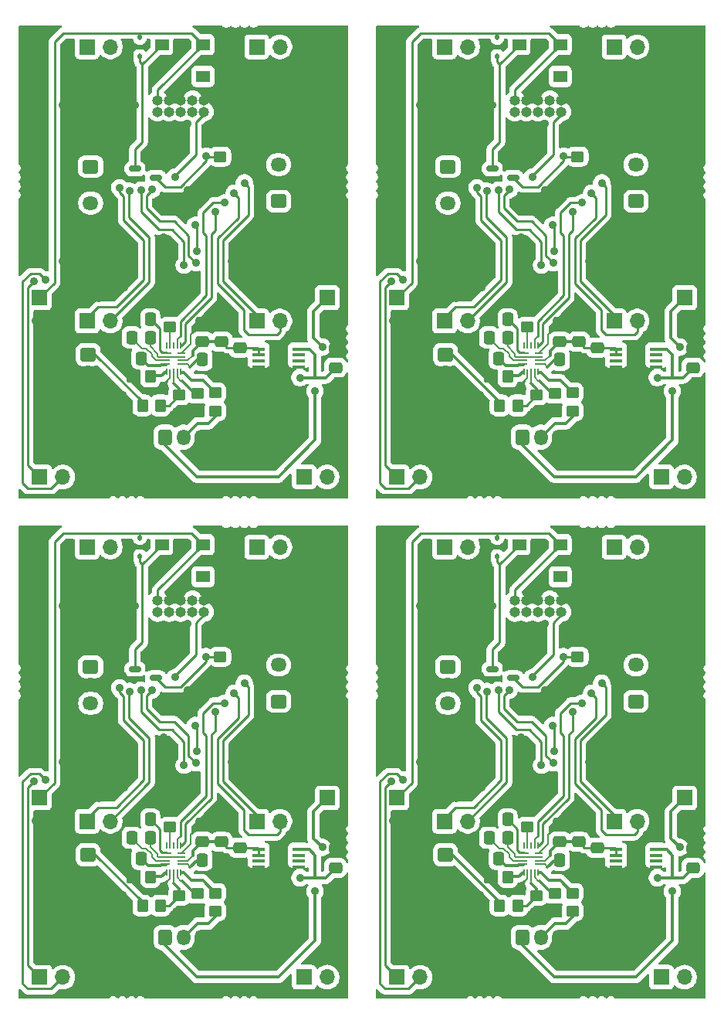
<source format=gbr>
%TF.GenerationSoftware,KiCad,Pcbnew,9.0.1*%
%TF.CreationDate,2025-05-14T16:36:12-05:00*%
%TF.ProjectId,Bottom_layer_Panel,426f7474-6f6d-45f6-9c61-7965725f5061,rev?*%
%TF.SameCoordinates,PX5fa74e0PY8cc3280*%
%TF.FileFunction,Copper,L1,Top*%
%TF.FilePolarity,Positive*%
%FSLAX46Y46*%
G04 Gerber Fmt 4.6, Leading zero omitted, Abs format (unit mm)*
G04 Created by KiCad (PCBNEW 9.0.1) date 2025-05-14 16:36:12*
%MOMM*%
%LPD*%
G01*
G04 APERTURE LIST*
G04 Aperture macros list*
%AMRoundRect*
0 Rectangle with rounded corners*
0 $1 Rounding radius*
0 $2 $3 $4 $5 $6 $7 $8 $9 X,Y pos of 4 corners*
0 Add a 4 corners polygon primitive as box body*
4,1,4,$2,$3,$4,$5,$6,$7,$8,$9,$2,$3,0*
0 Add four circle primitives for the rounded corners*
1,1,$1+$1,$2,$3*
1,1,$1+$1,$4,$5*
1,1,$1+$1,$6,$7*
1,1,$1+$1,$8,$9*
0 Add four rect primitives between the rounded corners*
20,1,$1+$1,$2,$3,$4,$5,0*
20,1,$1+$1,$4,$5,$6,$7,0*
20,1,$1+$1,$6,$7,$8,$9,0*
20,1,$1+$1,$8,$9,$2,$3,0*%
G04 Aperture macros list end*
%TA.AperFunction,ComponentPad*%
%ADD10RoundRect,0.312500X-0.562500X0.437500X-0.562500X-0.437500X0.562500X-0.437500X0.562500X0.437500X0*%
%TD*%
%TA.AperFunction,ComponentPad*%
%ADD11O,1.750000X1.500000*%
%TD*%
%TA.AperFunction,SMDPad,CuDef*%
%ADD12RoundRect,0.250000X-0.450000X0.350000X-0.450000X-0.350000X0.450000X-0.350000X0.450000X0.350000X0*%
%TD*%
%TA.AperFunction,ComponentPad*%
%ADD13R,1.700000X1.700000*%
%TD*%
%TA.AperFunction,ComponentPad*%
%ADD14O,1.700000X1.700000*%
%TD*%
%TA.AperFunction,ComponentPad*%
%ADD15RoundRect,0.312500X0.562500X-0.437500X0.562500X0.437500X-0.562500X0.437500X-0.562500X-0.437500X0*%
%TD*%
%TA.AperFunction,SMDPad,CuDef*%
%ADD16RoundRect,0.250000X0.337500X0.475000X-0.337500X0.475000X-0.337500X-0.475000X0.337500X-0.475000X0*%
%TD*%
%TA.AperFunction,SMDPad,CuDef*%
%ADD17R,0.990600X0.203200*%
%TD*%
%TA.AperFunction,SMDPad,CuDef*%
%ADD18R,0.889000X0.203200*%
%TD*%
%TA.AperFunction,SMDPad,CuDef*%
%ADD19R,0.203200X0.711200*%
%TD*%
%TA.AperFunction,SMDPad,CuDef*%
%ADD20R,0.203200X1.111200*%
%TD*%
%TA.AperFunction,SMDPad,CuDef*%
%ADD21RoundRect,0.250000X-0.350000X-0.450000X0.350000X-0.450000X0.350000X0.450000X-0.350000X0.450000X0*%
%TD*%
%TA.AperFunction,SMDPad,CuDef*%
%ADD22RoundRect,0.112500X-0.112500X0.187500X-0.112500X-0.187500X0.112500X-0.187500X0.112500X0.187500X0*%
%TD*%
%TA.AperFunction,ComponentPad*%
%ADD23RoundRect,0.312500X-0.437500X-0.562500X0.437500X-0.562500X0.437500X0.562500X-0.437500X0.562500X0*%
%TD*%
%TA.AperFunction,ComponentPad*%
%ADD24O,1.500000X1.750000*%
%TD*%
%TA.AperFunction,SMDPad,CuDef*%
%ADD25RoundRect,0.250000X0.475000X-0.337500X0.475000X0.337500X-0.475000X0.337500X-0.475000X-0.337500X0*%
%TD*%
%TA.AperFunction,SMDPad,CuDef*%
%ADD26RoundRect,0.250000X0.450000X-0.350000X0.450000X0.350000X-0.450000X0.350000X-0.450000X-0.350000X0*%
%TD*%
%TA.AperFunction,SMDPad,CuDef*%
%ADD27R,1.500000X1.300000*%
%TD*%
%TA.AperFunction,SMDPad,CuDef*%
%ADD28R,1.425000X0.450000*%
%TD*%
%TA.AperFunction,SMDPad,CuDef*%
%ADD29R,1.700000X2.000000*%
%TD*%
%TA.AperFunction,SMDPad,CuDef*%
%ADD30RoundRect,0.250000X-0.475000X0.337500X-0.475000X-0.337500X0.475000X-0.337500X0.475000X0.337500X0*%
%TD*%
%TA.AperFunction,SMDPad,CuDef*%
%ADD31RoundRect,0.250000X0.350000X0.450000X-0.350000X0.450000X-0.350000X-0.450000X0.350000X-0.450000X0*%
%TD*%
%TA.AperFunction,SMDPad,CuDef*%
%ADD32RoundRect,0.250000X-0.337500X-0.475000X0.337500X-0.475000X0.337500X0.475000X-0.337500X0.475000X0*%
%TD*%
%TA.AperFunction,SMDPad,CuDef*%
%ADD33RoundRect,0.150000X0.512500X0.150000X-0.512500X0.150000X-0.512500X-0.150000X0.512500X-0.150000X0*%
%TD*%
%TA.AperFunction,ComponentPad*%
%ADD34O,1.150000X1.150000*%
%TD*%
%TA.AperFunction,ViaPad*%
%ADD35C,0.900000*%
%TD*%
%TA.AperFunction,ViaPad*%
%ADD36C,0.800000*%
%TD*%
%TA.AperFunction,Conductor*%
%ADD37C,0.250000*%
%TD*%
%TA.AperFunction,Conductor*%
%ADD38C,0.350000*%
%TD*%
%TA.AperFunction,Conductor*%
%ADD39C,0.195000*%
%TD*%
%TA.AperFunction,Conductor*%
%ADD40C,0.180000*%
%TD*%
%TA.AperFunction,Conductor*%
%ADD41C,0.200000*%
%TD*%
G04 APERTURE END LIST*
D10*
%TO.P,J17,1,Pin_1*%
%TO.N,Board_0-USART2_RX*%
X18430000Y101640000D03*
D11*
%TO.P,J17,2,Pin_2*%
%TO.N,Board_0-GND*%
X18430000Y99640000D03*
%TO.P,J17,3,Pin_3*%
%TO.N,Board_0-USART2_TX*%
X18430000Y97640000D03*
%TD*%
D12*
%TO.P,R7,1*%
%TO.N,Board_1-BUZZER*%
X71845000Y102740000D03*
%TO.P,R7,2*%
%TO.N,Board_1-GND*%
X71845000Y100740000D03*
%TD*%
D10*
%TO.P,J21,1,Pin_1*%
%TO.N,Board_0-VEE*%
X18150000Y81040000D03*
D11*
%TO.P,J21,2,Pin_2*%
%TO.N,Board_0-GND*%
X18150000Y79040000D03*
%TD*%
D13*
%TO.P,J19,1,Pin_1*%
%TO.N,Board_1-+7.5V*%
X83570000Y87270000D03*
D14*
%TO.P,J19,2,Pin_2*%
%TO.N,Board_1-GND*%
X83570000Y84730000D03*
%TD*%
D13*
%TO.P,J10,1,Pin_1*%
%TO.N,Board_1-A1*%
X57240000Y114760000D03*
D14*
%TO.P,J10,2,Pin_2*%
%TO.N,Board_1-A2*%
X59780000Y114760000D03*
%TD*%
D13*
%TO.P,J11,1,Pin_1*%
%TO.N,Board_3-D1*%
X75840000Y59960000D03*
D14*
%TO.P,J11,2,Pin_2*%
%TO.N,Board_3-D2*%
X78380000Y59960000D03*
%TD*%
D12*
%TO.P,R5,1*%
%TO.N,Board_3-GND*%
X66350000Y31280000D03*
%TO.P,R5,2*%
%TO.N,Board_3-Net-(U6-CV)*%
X66350000Y29280000D03*
%TD*%
D15*
%TO.P,J16,1,Pin_1*%
%TO.N,Board_2-USART1_RX*%
X39030000Y43050000D03*
D11*
%TO.P,J16,2,Pin_2*%
%TO.N,Board_2-GND*%
X39030000Y45050000D03*
%TO.P,J16,3,Pin_3*%
%TO.N,Board_2-USART1_TX*%
X39030000Y47050000D03*
%TD*%
D10*
%TO.P,J21,1,Pin_1*%
%TO.N,Board_3-VEE*%
X57350000Y26240000D03*
D11*
%TO.P,J21,2,Pin_2*%
%TO.N,Board_3-GND*%
X57350000Y24240000D03*
%TD*%
D10*
%TO.P,J17,1,Pin_1*%
%TO.N,Board_2-USART2_RX*%
X18430000Y46840000D03*
D11*
%TO.P,J17,2,Pin_2*%
%TO.N,Board_2-GND*%
X18430000Y44840000D03*
%TO.P,J17,3,Pin_3*%
%TO.N,Board_2-USART2_TX*%
X18430000Y42840000D03*
%TD*%
D16*
%TO.P,C23,1*%
%TO.N,Board_0-/Power_suply/VCC*%
X23950000Y80620000D03*
%TO.P,C23,2*%
%TO.N,Board_0-GND*%
X21875000Y80620000D03*
%TD*%
D13*
%TO.P,J19,1,Pin_1*%
%TO.N,Board_0-+7.5V*%
X44370000Y87270000D03*
D14*
%TO.P,J19,2,Pin_2*%
%TO.N,Board_0-GND*%
X44370000Y84730000D03*
%TD*%
D17*
%TO.P,U6,1,IN*%
%TO.N,Board_1-VEE*%
X65930998Y81190000D03*
D18*
%TO.P,U6,2,SW*%
%TO.N,Board_1-Net-(C20-Pad1)*%
X65879998Y80790001D03*
%TO.P,U6,3,BST*%
%TO.N,Board_1-Net-(U6-BST)*%
X65879998Y80390001D03*
%TO.P,U6,4,VCC*%
%TO.N,Board_1-/Power_suply/VCC*%
X65879998Y79990002D03*
D19*
%TO.P,U6,5,ISET*%
%TO.N,Board_1-Net-(U6-ISET)*%
X65929998Y79140001D03*
D20*
%TO.P,U6,6,AGND*%
%TO.N,Board_1-GND*%
X66330000Y78940001D03*
D19*
%TO.P,U6,7,VLIM*%
%TO.N,Board_1-Net-(U6-VLIM)*%
X66729999Y79140001D03*
%TO.P,U6,8,NTC*%
%TO.N,Board_1-Net-(U6-NTC)*%
X67129998Y79140001D03*
%TO.P,U6,9,MID*%
%TO.N,Board_1-Net-(U6-MID)*%
X67530000Y79140001D03*
D18*
%TO.P,U6,10,BATT*%
%TO.N,Board_1-+7.5V*%
X67580000Y79990002D03*
%TO.P,U6,11,SYS*%
%TO.N,Board_1-Net-(IC1-EN)*%
X67580000Y80390001D03*
%TO.P,U6,12,SW*%
%TO.N,Board_1-Net-(C20-Pad1)*%
X67580000Y80790001D03*
%TO.P,U6,13,PGND*%
%TO.N,Board_1-GND*%
X67580000Y81190000D03*
D19*
%TO.P,U6,14,SCL*%
%TO.N,Board_1-I2C1_SCL*%
X67530000Y82040001D03*
%TO.P,U6,15,SDA*%
%TO.N,Board_1-I2C1_SDA*%
X67129998Y82040001D03*
%TO.P,U6,16,\u002ASTAT*%
%TO.N,Board_1-STAT*%
X66729999Y82040001D03*
%TO.P,U6,17,CV*%
%TO.N,Board_1-Net-(U6-CV)*%
X66330000Y82040001D03*
%TO.P,U6,18,\u002AACOK*%
%TO.N,Board_1-ACOK*%
X65929998Y82040001D03*
%TD*%
D16*
%TO.P,C20,1*%
%TO.N,Board_3-Net-(C20-Pad1)*%
X64200000Y28110000D03*
%TO.P,C20,2*%
%TO.N,Board_3-Net-(U6-BST)*%
X62125000Y28110000D03*
%TD*%
D21*
%TO.P,R6,1*%
%TO.N,Board_2-GND*%
X22970000Y23830000D03*
%TO.P,R6,2*%
%TO.N,Board_2-Net-(U6-ISET)*%
X24970000Y23830000D03*
%TD*%
D22*
%TO.P,D7,1,K*%
%TO.N,Board_2-+3.3V*%
X23815000Y61000000D03*
%TO.P,D7,2,A*%
%TO.N,Board_2-Net-(D7-A)*%
X23815000Y58900000D03*
%TD*%
D23*
%TO.P,J20,1,Pin_1*%
%TO.N,Board_3-+7.5V*%
X65800000Y17190000D03*
D24*
%TO.P,J20,2,Pin_2*%
%TO.N,Board_3-/Power_suply/Batt2*%
X67800000Y17190000D03*
%TO.P,J20,3,Pin_3*%
%TO.N,Board_3-GND*%
X69800000Y17190000D03*
%TD*%
D25*
%TO.P,C18,1*%
%TO.N,Board_3-Net-(IC1-EN)*%
X69890000Y27670000D03*
%TO.P,C18,2*%
%TO.N,Board_3-GND*%
X69890000Y29745000D03*
%TD*%
D26*
%TO.P,R4,1*%
%TO.N,Board_0-GND*%
X28145000Y74580000D03*
%TO.P,R4,2*%
%TO.N,Board_0-Net-(U6-VLIM)*%
X28145000Y76580000D03*
%TD*%
%TO.P,R4,1*%
%TO.N,Board_3-GND*%
X67345000Y19780000D03*
%TO.P,R4,2*%
%TO.N,Board_3-Net-(U6-VLIM)*%
X67345000Y21780000D03*
%TD*%
D23*
%TO.P,J20,1,Pin_1*%
%TO.N,Board_2-+7.5V*%
X26600000Y17190000D03*
D24*
%TO.P,J20,2,Pin_2*%
%TO.N,Board_2-/Power_suply/Batt2*%
X28600000Y17190000D03*
%TO.P,J20,3,Pin_3*%
%TO.N,Board_2-GND*%
X30600000Y17190000D03*
%TD*%
D13*
%TO.P,J14,1,Pin_1*%
%TO.N,Board_3-B1*%
X57240000Y29920000D03*
D14*
%TO.P,J14,2,Pin_2*%
%TO.N,Board_3-B2*%
X59780000Y29920000D03*
%TD*%
D15*
%TO.P,J16,1,Pin_1*%
%TO.N,Board_0-USART1_RX*%
X39030000Y97850000D03*
D11*
%TO.P,J16,2,Pin_2*%
%TO.N,Board_0-GND*%
X39030000Y99850000D03*
%TO.P,J16,3,Pin_3*%
%TO.N,Board_0-USART1_TX*%
X39030000Y101850000D03*
%TD*%
D25*
%TO.P,C16,1*%
%TO.N,Board_1-+3.3V*%
X84480000Y79622500D03*
%TO.P,C16,2*%
%TO.N,Board_1-GND*%
X84480000Y81697500D03*
%TD*%
D27*
%TO.P,LS1,1*%
%TO.N,N/C*%
X30735000Y56710000D03*
%TO.P,LS1,N*%
%TO.N,Board_2-Net-(D7-A)*%
X26235000Y60210000D03*
%TO.P,LS1,P*%
%TO.N,Board_2-+3.3V*%
X30735000Y60210000D03*
%TD*%
D28*
%TO.P,IC1,1,VIN*%
%TO.N,Board_0-Net-(IC1-EN)*%
X36843000Y81635000D03*
%TO.P,IC1,2,EN*%
X36843000Y80985000D03*
%TO.P,IC1,3,NC*%
%TO.N,Board_0-unconnected-(IC1-NC-Pad3)*%
X36843000Y80335000D03*
%TO.P,IC1,4,GND_1*%
%TO.N,Board_0-GND*%
X36843000Y79685000D03*
%TO.P,IC1,5,GND_2*%
X41267000Y79685000D03*
%TO.P,IC1,6,FB/NC*%
%TO.N,Board_0-unconnected-(IC1-FB{slash}NC-Pad6)*%
X41267000Y80335000D03*
%TO.P,IC1,7,PG*%
%TO.N,Board_0-unconnected-(IC1-PG-Pad7)*%
X41267000Y80985000D03*
%TO.P,IC1,8,VOUT*%
%TO.N,Board_0-+3.3V*%
X41267000Y81635000D03*
D29*
%TO.P,IC1,9,GND_3*%
%TO.N,Board_0-GND*%
X39055000Y80660000D03*
%TD*%
D16*
%TO.P,C23,1*%
%TO.N,Board_3-/Power_suply/VCC*%
X63150000Y25820000D03*
%TO.P,C23,2*%
%TO.N,Board_3-GND*%
X61075000Y25820000D03*
%TD*%
%TO.P,C23,1*%
%TO.N,Board_1-/Power_suply/VCC*%
X63150000Y80620000D03*
%TO.P,C23,2*%
%TO.N,Board_1-GND*%
X61075000Y80620000D03*
%TD*%
D10*
%TO.P,J21,1,Pin_1*%
%TO.N,Board_1-VEE*%
X57350000Y81040000D03*
D11*
%TO.P,J21,2,Pin_2*%
%TO.N,Board_1-GND*%
X57350000Y79040000D03*
%TD*%
D13*
%TO.P,J15,1,Pin_1*%
%TO.N,Board_1-E1*%
X75840000Y84720000D03*
D14*
%TO.P,J15,2,Pin_2*%
%TO.N,Board_1-E2*%
X78380000Y84720000D03*
%TD*%
D25*
%TO.P,C18,1*%
%TO.N,Board_2-Net-(IC1-EN)*%
X30690000Y27670000D03*
%TO.P,C18,2*%
%TO.N,Board_2-GND*%
X30690000Y29745000D03*
%TD*%
D12*
%TO.P,R5,1*%
%TO.N,Board_1-GND*%
X66350000Y86080000D03*
%TO.P,R5,2*%
%TO.N,Board_1-Net-(U6-CV)*%
X66350000Y84080000D03*
%TD*%
D13*
%TO.P,J19,1,Pin_1*%
%TO.N,Board_3-+7.5V*%
X83570000Y32470000D03*
D14*
%TO.P,J19,2,Pin_2*%
%TO.N,Board_3-GND*%
X83570000Y29930000D03*
%TD*%
D21*
%TO.P,R6,1*%
%TO.N,Board_3-GND*%
X62170000Y23830000D03*
%TO.P,R6,2*%
%TO.N,Board_3-Net-(U6-ISET)*%
X64170000Y23830000D03*
%TD*%
D16*
%TO.P,C22,1*%
%TO.N,Board_0-VEE*%
X24970000Y84900000D03*
%TO.P,C22,2*%
%TO.N,Board_0-GND*%
X22895000Y84900000D03*
%TD*%
D25*
%TO.P,C19,1*%
%TO.N,Board_1-Net-(IC1-EN)*%
X71970000Y82460000D03*
%TO.P,C19,2*%
%TO.N,Board_1-GND*%
X71970000Y84535000D03*
%TD*%
D16*
%TO.P,C22,1*%
%TO.N,Board_2-VEE*%
X24970000Y30100000D03*
%TO.P,C22,2*%
%TO.N,Board_2-GND*%
X22895000Y30100000D03*
%TD*%
D30*
%TO.P,C15,1*%
%TO.N,Board_3-Net-(IC1-EN)*%
X73980000Y27007500D03*
%TO.P,C15,2*%
%TO.N,Board_3-GND*%
X73980000Y24932500D03*
%TD*%
D31*
%TO.P,R3,1*%
%TO.N,Board_0-Net-(U6-VLIM)*%
X26105000Y75470000D03*
%TO.P,R3,2*%
%TO.N,Board_0-VEE*%
X24105000Y75470000D03*
%TD*%
D12*
%TO.P,R7,1*%
%TO.N,Board_2-BUZZER*%
X32645000Y47940000D03*
%TO.P,R7,2*%
%TO.N,Board_2-GND*%
X32645000Y45940000D03*
%TD*%
D13*
%TO.P,J13,1,Pin_1*%
%TO.N,Board_1-F2*%
X81030000Y67635000D03*
D14*
%TO.P,J13,2,Pin_2*%
%TO.N,Board_1-F1*%
X83570000Y67635000D03*
%TD*%
D22*
%TO.P,D7,1,K*%
%TO.N,Board_0-+3.3V*%
X23815000Y115800000D03*
%TO.P,D7,2,A*%
%TO.N,Board_0-Net-(D7-A)*%
X23815000Y113700000D03*
%TD*%
D13*
%TO.P,J10,1,Pin_1*%
%TO.N,Board_3-A1*%
X57240000Y59960000D03*
D14*
%TO.P,J10,2,Pin_2*%
%TO.N,Board_3-A2*%
X59780000Y59960000D03*
%TD*%
D13*
%TO.P,J14,1,Pin_1*%
%TO.N,Board_0-B1*%
X18040000Y84720000D03*
D14*
%TO.P,J14,2,Pin_2*%
%TO.N,Board_0-B2*%
X20580000Y84720000D03*
%TD*%
D27*
%TO.P,LS1,1*%
%TO.N,N/C*%
X69935000Y111510000D03*
%TO.P,LS1,N*%
%TO.N,Board_1-Net-(D7-A)*%
X65435000Y115010000D03*
%TO.P,LS1,P*%
%TO.N,Board_1-+3.3V*%
X69935000Y115010000D03*
%TD*%
D12*
%TO.P,R1,1*%
%TO.N,Board_3-Net-(U6-MID)*%
X71300000Y22050000D03*
%TO.P,R1,2*%
%TO.N,Board_3-/Power_suply/Batt2*%
X71300000Y20050000D03*
%TD*%
D10*
%TO.P,J17,1,Pin_1*%
%TO.N,Board_3-USART2_RX*%
X57630000Y46840000D03*
D11*
%TO.P,J17,2,Pin_2*%
%TO.N,Board_3-GND*%
X57630000Y44840000D03*
%TO.P,J17,3,Pin_3*%
%TO.N,Board_3-USART2_TX*%
X57630000Y42840000D03*
%TD*%
D12*
%TO.P,R2,1*%
%TO.N,Board_3-Net-(U6-NTC)*%
X69320000Y21970000D03*
%TO.P,R2,2*%
%TO.N,Board_3-GND*%
X69320000Y19970000D03*
%TD*%
D16*
%TO.P,C22,1*%
%TO.N,Board_3-VEE*%
X64170000Y30100000D03*
%TO.P,C22,2*%
%TO.N,Board_3-GND*%
X62095000Y30100000D03*
%TD*%
D13*
%TO.P,J14,1,Pin_1*%
%TO.N,Board_2-B1*%
X18040000Y29920000D03*
D14*
%TO.P,J14,2,Pin_2*%
%TO.N,Board_2-B2*%
X20580000Y29920000D03*
%TD*%
D16*
%TO.P,C23,1*%
%TO.N,Board_2-/Power_suply/VCC*%
X23950000Y25820000D03*
%TO.P,C23,2*%
%TO.N,Board_2-GND*%
X21875000Y25820000D03*
%TD*%
D27*
%TO.P,LS1,1*%
%TO.N,N/C*%
X30735000Y111510000D03*
%TO.P,LS1,N*%
%TO.N,Board_0-Net-(D7-A)*%
X26235000Y115010000D03*
%TO.P,LS1,P*%
%TO.N,Board_0-+3.3V*%
X30735000Y115010000D03*
%TD*%
D17*
%TO.P,U6,1,IN*%
%TO.N,Board_2-VEE*%
X26730998Y26390000D03*
D18*
%TO.P,U6,2,SW*%
%TO.N,Board_2-Net-(C20-Pad1)*%
X26679998Y25990001D03*
%TO.P,U6,3,BST*%
%TO.N,Board_2-Net-(U6-BST)*%
X26679998Y25590001D03*
%TO.P,U6,4,VCC*%
%TO.N,Board_2-/Power_suply/VCC*%
X26679998Y25190002D03*
D19*
%TO.P,U6,5,ISET*%
%TO.N,Board_2-Net-(U6-ISET)*%
X26729998Y24340001D03*
D20*
%TO.P,U6,6,AGND*%
%TO.N,Board_2-GND*%
X27130000Y24140001D03*
D19*
%TO.P,U6,7,VLIM*%
%TO.N,Board_2-Net-(U6-VLIM)*%
X27529999Y24340001D03*
%TO.P,U6,8,NTC*%
%TO.N,Board_2-Net-(U6-NTC)*%
X27929998Y24340001D03*
%TO.P,U6,9,MID*%
%TO.N,Board_2-Net-(U6-MID)*%
X28330000Y24340001D03*
D18*
%TO.P,U6,10,BATT*%
%TO.N,Board_2-+7.5V*%
X28380000Y25190002D03*
%TO.P,U6,11,SYS*%
%TO.N,Board_2-Net-(IC1-EN)*%
X28380000Y25590001D03*
%TO.P,U6,12,SW*%
%TO.N,Board_2-Net-(C20-Pad1)*%
X28380000Y25990001D03*
%TO.P,U6,13,PGND*%
%TO.N,Board_2-GND*%
X28380000Y26390000D03*
D19*
%TO.P,U6,14,SCL*%
%TO.N,Board_2-I2C1_SCL*%
X28330000Y27240001D03*
%TO.P,U6,15,SDA*%
%TO.N,Board_2-I2C1_SDA*%
X27929998Y27240001D03*
%TO.P,U6,16,\u002ASTAT*%
%TO.N,Board_2-STAT*%
X27529999Y27240001D03*
%TO.P,U6,17,CV*%
%TO.N,Board_2-Net-(U6-CV)*%
X27130000Y27240001D03*
%TO.P,U6,18,\u002AACOK*%
%TO.N,Board_2-ACOK*%
X26729998Y27240001D03*
%TD*%
D12*
%TO.P,R5,1*%
%TO.N,Board_0-GND*%
X27150000Y86080000D03*
%TO.P,R5,2*%
%TO.N,Board_0-Net-(U6-CV)*%
X27150000Y84080000D03*
%TD*%
%TO.P,R1,1*%
%TO.N,Board_2-Net-(U6-MID)*%
X32100000Y22050000D03*
%TO.P,R1,2*%
%TO.N,Board_2-/Power_suply/Batt2*%
X32100000Y20050000D03*
%TD*%
D13*
%TO.P,J14,1,Pin_1*%
%TO.N,Board_1-B1*%
X57240000Y84720000D03*
D14*
%TO.P,J14,2,Pin_2*%
%TO.N,Board_1-B2*%
X59780000Y84720000D03*
%TD*%
D13*
%TO.P,J13,1,Pin_1*%
%TO.N,Board_2-F2*%
X41830000Y12835000D03*
D14*
%TO.P,J13,2,Pin_2*%
%TO.N,Board_2-F1*%
X44370000Y12835000D03*
%TD*%
D28*
%TO.P,IC1,1,VIN*%
%TO.N,Board_3-Net-(IC1-EN)*%
X76043000Y26835000D03*
%TO.P,IC1,2,EN*%
X76043000Y26185000D03*
%TO.P,IC1,3,NC*%
%TO.N,Board_3-unconnected-(IC1-NC-Pad3)*%
X76043000Y25535000D03*
%TO.P,IC1,4,GND_1*%
%TO.N,Board_3-GND*%
X76043000Y24885000D03*
%TO.P,IC1,5,GND_2*%
X80467000Y24885000D03*
%TO.P,IC1,6,FB/NC*%
%TO.N,Board_3-unconnected-(IC1-FB{slash}NC-Pad6)*%
X80467000Y25535000D03*
%TO.P,IC1,7,PG*%
%TO.N,Board_3-unconnected-(IC1-PG-Pad7)*%
X80467000Y26185000D03*
%TO.P,IC1,8,VOUT*%
%TO.N,Board_3-+3.3V*%
X80467000Y26835000D03*
D29*
%TO.P,IC1,9,GND_3*%
%TO.N,Board_3-GND*%
X78255000Y25860000D03*
%TD*%
D12*
%TO.P,R7,1*%
%TO.N,Board_0-BUZZER*%
X32645000Y102740000D03*
%TO.P,R7,2*%
%TO.N,Board_0-GND*%
X32645000Y100740000D03*
%TD*%
D25*
%TO.P,C19,1*%
%TO.N,Board_3-Net-(IC1-EN)*%
X71970000Y27660000D03*
%TO.P,C19,2*%
%TO.N,Board_3-GND*%
X71970000Y29735000D03*
%TD*%
D12*
%TO.P,R2,1*%
%TO.N,Board_1-Net-(U6-NTC)*%
X69320000Y76770000D03*
%TO.P,R2,2*%
%TO.N,Board_1-GND*%
X69320000Y74770000D03*
%TD*%
D13*
%TO.P,J15,1,Pin_1*%
%TO.N,Board_3-E1*%
X75840000Y29920000D03*
D14*
%TO.P,J15,2,Pin_2*%
%TO.N,Board_3-E2*%
X78380000Y29920000D03*
%TD*%
D21*
%TO.P,R6,1*%
%TO.N,Board_0-GND*%
X22970000Y78630000D03*
%TO.P,R6,2*%
%TO.N,Board_0-Net-(U6-ISET)*%
X24970000Y78630000D03*
%TD*%
D13*
%TO.P,J12,1,Pin_1*%
%TO.N,Board_2-C2*%
X12830000Y12830000D03*
D14*
%TO.P,J12,2,Pin_2*%
%TO.N,Board_2-C1*%
X15370000Y12830000D03*
%TD*%
D22*
%TO.P,D7,1,K*%
%TO.N,Board_1-+3.3V*%
X63015000Y115800000D03*
%TO.P,D7,2,A*%
%TO.N,Board_1-Net-(D7-A)*%
X63015000Y113700000D03*
%TD*%
D16*
%TO.P,C22,1*%
%TO.N,Board_1-VEE*%
X64170000Y84900000D03*
%TO.P,C22,2*%
%TO.N,Board_1-GND*%
X62095000Y84900000D03*
%TD*%
D13*
%TO.P,J10,1,Pin_1*%
%TO.N,Board_0-A1*%
X18040000Y114760000D03*
D14*
%TO.P,J10,2,Pin_2*%
%TO.N,Board_0-A2*%
X20580000Y114760000D03*
%TD*%
D25*
%TO.P,C16,1*%
%TO.N,Board_2-+3.3V*%
X45280000Y24822500D03*
%TO.P,C16,2*%
%TO.N,Board_2-GND*%
X45280000Y26897500D03*
%TD*%
%TO.P,C19,1*%
%TO.N,Board_0-Net-(IC1-EN)*%
X32770000Y82460000D03*
%TO.P,C19,2*%
%TO.N,Board_0-GND*%
X32770000Y84535000D03*
%TD*%
D13*
%TO.P,J11,1,Pin_1*%
%TO.N,Board_1-D1*%
X75840000Y114760000D03*
D14*
%TO.P,J11,2,Pin_2*%
%TO.N,Board_1-D2*%
X78380000Y114760000D03*
%TD*%
D13*
%TO.P,J15,1,Pin_1*%
%TO.N,Board_2-E1*%
X36640000Y29920000D03*
D14*
%TO.P,J15,2,Pin_2*%
%TO.N,Board_2-E2*%
X39180000Y29920000D03*
%TD*%
D13*
%TO.P,J18,1,Pin_1*%
%TO.N,Board_3-+3.3V*%
X52015000Y32470000D03*
D14*
%TO.P,J18,2,Pin_2*%
%TO.N,Board_3-GND*%
X52015000Y29930000D03*
%TD*%
D13*
%TO.P,J13,1,Pin_1*%
%TO.N,Board_3-F2*%
X81030000Y12835000D03*
D14*
%TO.P,J13,2,Pin_2*%
%TO.N,Board_3-F1*%
X83570000Y12835000D03*
%TD*%
D25*
%TO.P,C18,1*%
%TO.N,Board_1-Net-(IC1-EN)*%
X69890000Y82470000D03*
%TO.P,C18,2*%
%TO.N,Board_1-GND*%
X69890000Y84545000D03*
%TD*%
D10*
%TO.P,J21,1,Pin_1*%
%TO.N,Board_2-VEE*%
X18150000Y26240000D03*
D11*
%TO.P,J21,2,Pin_2*%
%TO.N,Board_2-GND*%
X18150000Y24240000D03*
%TD*%
D13*
%TO.P,J10,1,Pin_1*%
%TO.N,Board_2-A1*%
X18040000Y59960000D03*
D14*
%TO.P,J10,2,Pin_2*%
%TO.N,Board_2-A2*%
X20580000Y59960000D03*
%TD*%
D12*
%TO.P,R7,1*%
%TO.N,Board_3-BUZZER*%
X71845000Y47940000D03*
%TO.P,R7,2*%
%TO.N,Board_3-GND*%
X71845000Y45940000D03*
%TD*%
D13*
%TO.P,J18,1,Pin_1*%
%TO.N,Board_2-+3.3V*%
X12815000Y32470000D03*
D14*
%TO.P,J18,2,Pin_2*%
%TO.N,Board_2-GND*%
X12815000Y29930000D03*
%TD*%
D23*
%TO.P,J20,1,Pin_1*%
%TO.N,Board_1-+7.5V*%
X65800000Y71990000D03*
D24*
%TO.P,J20,2,Pin_2*%
%TO.N,Board_1-/Power_suply/Batt2*%
X67800000Y71990000D03*
%TO.P,J20,3,Pin_3*%
%TO.N,Board_1-GND*%
X69800000Y71990000D03*
%TD*%
D31*
%TO.P,R3,1*%
%TO.N,Board_1-Net-(U6-VLIM)*%
X65305000Y75470000D03*
%TO.P,R3,2*%
%TO.N,Board_1-VEE*%
X63305000Y75470000D03*
%TD*%
D32*
%TO.P,C21,1*%
%TO.N,Board_3-+7.5V*%
X69905000Y25680000D03*
%TO.P,C21,2*%
%TO.N,Board_3-GND*%
X71980000Y25680000D03*
%TD*%
D33*
%TO.P,Q1,1,G*%
%TO.N,Board_1-BUZZER*%
X64755000Y100440000D03*
%TO.P,Q1,2,S*%
%TO.N,Board_1-GND*%
X64755000Y102340000D03*
%TO.P,Q1,3,D*%
%TO.N,Board_1-Net-(D7-A)*%
X62480000Y101390000D03*
%TD*%
D21*
%TO.P,R6,1*%
%TO.N,Board_1-GND*%
X62170000Y78630000D03*
%TO.P,R6,2*%
%TO.N,Board_1-Net-(U6-ISET)*%
X64170000Y78630000D03*
%TD*%
D32*
%TO.P,C21,1*%
%TO.N,Board_1-+7.5V*%
X69905000Y80480000D03*
%TO.P,C21,2*%
%TO.N,Board_1-GND*%
X71980000Y80480000D03*
%TD*%
D13*
%TO.P,J18,1,Pin_1*%
%TO.N,Board_0-+3.3V*%
X12815000Y87270000D03*
D14*
%TO.P,J18,2,Pin_2*%
%TO.N,Board_0-GND*%
X12815000Y84730000D03*
%TD*%
D13*
%TO.P,J15,1,Pin_1*%
%TO.N,Board_0-E1*%
X36640000Y84720000D03*
D14*
%TO.P,J15,2,Pin_2*%
%TO.N,Board_0-E2*%
X39180000Y84720000D03*
%TD*%
D16*
%TO.P,C20,1*%
%TO.N,Board_2-Net-(C20-Pad1)*%
X25000000Y28110000D03*
%TO.P,C20,2*%
%TO.N,Board_2-Net-(U6-BST)*%
X22925000Y28110000D03*
%TD*%
D33*
%TO.P,Q1,1,G*%
%TO.N,Board_0-BUZZER*%
X25555000Y100440000D03*
%TO.P,Q1,2,S*%
%TO.N,Board_0-GND*%
X25555000Y102340000D03*
%TO.P,Q1,3,D*%
%TO.N,Board_0-Net-(D7-A)*%
X23280000Y101390000D03*
%TD*%
%TO.P,Q1,1,G*%
%TO.N,Board_3-BUZZER*%
X64755000Y45640000D03*
%TO.P,Q1,2,S*%
%TO.N,Board_3-GND*%
X64755000Y47540000D03*
%TO.P,Q1,3,D*%
%TO.N,Board_3-Net-(D7-A)*%
X62480000Y46590000D03*
%TD*%
D12*
%TO.P,R2,1*%
%TO.N,Board_0-Net-(U6-NTC)*%
X30120000Y76770000D03*
%TO.P,R2,2*%
%TO.N,Board_0-GND*%
X30120000Y74770000D03*
%TD*%
D25*
%TO.P,C16,1*%
%TO.N,Board_0-+3.3V*%
X45280000Y79622500D03*
%TO.P,C16,2*%
%TO.N,Board_0-GND*%
X45280000Y81697500D03*
%TD*%
D13*
%TO.P,J13,1,Pin_1*%
%TO.N,Board_0-F2*%
X41830000Y67635000D03*
D14*
%TO.P,J13,2,Pin_2*%
%TO.N,Board_0-F1*%
X44370000Y67635000D03*
%TD*%
D26*
%TO.P,R4,1*%
%TO.N,Board_1-GND*%
X67345000Y74580000D03*
%TO.P,R4,2*%
%TO.N,Board_1-Net-(U6-VLIM)*%
X67345000Y76580000D03*
%TD*%
D13*
%TO.P,J11,1,Pin_1*%
%TO.N,Board_0-D1*%
X36640000Y114760000D03*
D14*
%TO.P,J11,2,Pin_2*%
%TO.N,Board_0-D2*%
X39180000Y114760000D03*
%TD*%
D32*
%TO.P,C21,1*%
%TO.N,Board_0-+7.5V*%
X30705000Y80480000D03*
%TO.P,C21,2*%
%TO.N,Board_0-GND*%
X32780000Y80480000D03*
%TD*%
D31*
%TO.P,R3,1*%
%TO.N,Board_3-Net-(U6-VLIM)*%
X65305000Y20670000D03*
%TO.P,R3,2*%
%TO.N,Board_3-VEE*%
X63305000Y20670000D03*
%TD*%
D12*
%TO.P,R1,1*%
%TO.N,Board_0-Net-(U6-MID)*%
X32100000Y76850000D03*
%TO.P,R1,2*%
%TO.N,Board_0-/Power_suply/Batt2*%
X32100000Y74850000D03*
%TD*%
D31*
%TO.P,R3,1*%
%TO.N,Board_2-Net-(U6-VLIM)*%
X26105000Y20670000D03*
%TO.P,R3,2*%
%TO.N,Board_2-VEE*%
X24105000Y20670000D03*
%TD*%
D33*
%TO.P,Q1,1,G*%
%TO.N,Board_2-BUZZER*%
X25555000Y45640000D03*
%TO.P,Q1,2,S*%
%TO.N,Board_2-GND*%
X25555000Y47540000D03*
%TO.P,Q1,3,D*%
%TO.N,Board_2-Net-(D7-A)*%
X23280000Y46590000D03*
%TD*%
D23*
%TO.P,J20,1,Pin_1*%
%TO.N,Board_0-+7.5V*%
X26600000Y71990000D03*
D24*
%TO.P,J20,2,Pin_2*%
%TO.N,Board_0-/Power_suply/Batt2*%
X28600000Y71990000D03*
%TO.P,J20,3,Pin_3*%
%TO.N,Board_0-GND*%
X30600000Y71990000D03*
%TD*%
D12*
%TO.P,R5,1*%
%TO.N,Board_2-GND*%
X27150000Y31280000D03*
%TO.P,R5,2*%
%TO.N,Board_2-Net-(U6-CV)*%
X27150000Y29280000D03*
%TD*%
D25*
%TO.P,C19,1*%
%TO.N,Board_2-Net-(IC1-EN)*%
X32770000Y27660000D03*
%TO.P,C19,2*%
%TO.N,Board_2-GND*%
X32770000Y29735000D03*
%TD*%
D30*
%TO.P,C15,1*%
%TO.N,Board_0-Net-(IC1-EN)*%
X34780000Y81807500D03*
%TO.P,C15,2*%
%TO.N,Board_0-GND*%
X34780000Y79732500D03*
%TD*%
D27*
%TO.P,LS1,1*%
%TO.N,N/C*%
X69935000Y56710000D03*
%TO.P,LS1,N*%
%TO.N,Board_3-Net-(D7-A)*%
X65435000Y60210000D03*
%TO.P,LS1,P*%
%TO.N,Board_3-+3.3V*%
X69935000Y60210000D03*
%TD*%
D12*
%TO.P,R1,1*%
%TO.N,Board_1-Net-(U6-MID)*%
X71300000Y76850000D03*
%TO.P,R1,2*%
%TO.N,Board_1-/Power_suply/Batt2*%
X71300000Y74850000D03*
%TD*%
D22*
%TO.P,D7,1,K*%
%TO.N,Board_3-+3.3V*%
X63015000Y61000000D03*
%TO.P,D7,2,A*%
%TO.N,Board_3-Net-(D7-A)*%
X63015000Y58900000D03*
%TD*%
D13*
%TO.P,J12,1,Pin_1*%
%TO.N,Board_3-C2*%
X52030000Y12830000D03*
D14*
%TO.P,J12,2,Pin_2*%
%TO.N,Board_3-C1*%
X54570000Y12830000D03*
%TD*%
D13*
%TO.P,J12,1,Pin_1*%
%TO.N,Board_1-C2*%
X52030000Y67630000D03*
D14*
%TO.P,J12,2,Pin_2*%
%TO.N,Board_1-C1*%
X54570000Y67630000D03*
%TD*%
D15*
%TO.P,J16,1,Pin_1*%
%TO.N,Board_3-USART1_RX*%
X78230000Y43050000D03*
D11*
%TO.P,J16,2,Pin_2*%
%TO.N,Board_3-GND*%
X78230000Y45050000D03*
%TO.P,J16,3,Pin_3*%
%TO.N,Board_3-USART1_TX*%
X78230000Y47050000D03*
%TD*%
D25*
%TO.P,C16,1*%
%TO.N,Board_3-+3.3V*%
X84480000Y24822500D03*
%TO.P,C16,2*%
%TO.N,Board_3-GND*%
X84480000Y26897500D03*
%TD*%
D13*
%TO.P,J11,1,Pin_1*%
%TO.N,Board_2-D1*%
X36640000Y59960000D03*
D14*
%TO.P,J11,2,Pin_2*%
%TO.N,Board_2-D2*%
X39180000Y59960000D03*
%TD*%
D30*
%TO.P,C15,1*%
%TO.N,Board_2-Net-(IC1-EN)*%
X34780000Y27007500D03*
%TO.P,C15,2*%
%TO.N,Board_2-GND*%
X34780000Y24932500D03*
%TD*%
D13*
%TO.P,J19,1,Pin_1*%
%TO.N,Board_2-+7.5V*%
X44370000Y32470000D03*
D14*
%TO.P,J19,2,Pin_2*%
%TO.N,Board_2-GND*%
X44370000Y29930000D03*
%TD*%
D12*
%TO.P,R2,1*%
%TO.N,Board_2-Net-(U6-NTC)*%
X30120000Y21970000D03*
%TO.P,R2,2*%
%TO.N,Board_2-GND*%
X30120000Y19970000D03*
%TD*%
D17*
%TO.P,U6,1,IN*%
%TO.N,Board_3-VEE*%
X65930998Y26390000D03*
D18*
%TO.P,U6,2,SW*%
%TO.N,Board_3-Net-(C20-Pad1)*%
X65879998Y25990001D03*
%TO.P,U6,3,BST*%
%TO.N,Board_3-Net-(U6-BST)*%
X65879998Y25590001D03*
%TO.P,U6,4,VCC*%
%TO.N,Board_3-/Power_suply/VCC*%
X65879998Y25190002D03*
D19*
%TO.P,U6,5,ISET*%
%TO.N,Board_3-Net-(U6-ISET)*%
X65929998Y24340001D03*
D20*
%TO.P,U6,6,AGND*%
%TO.N,Board_3-GND*%
X66330000Y24140001D03*
D19*
%TO.P,U6,7,VLIM*%
%TO.N,Board_3-Net-(U6-VLIM)*%
X66729999Y24340001D03*
%TO.P,U6,8,NTC*%
%TO.N,Board_3-Net-(U6-NTC)*%
X67129998Y24340001D03*
%TO.P,U6,9,MID*%
%TO.N,Board_3-Net-(U6-MID)*%
X67530000Y24340001D03*
D18*
%TO.P,U6,10,BATT*%
%TO.N,Board_3-+7.5V*%
X67580000Y25190002D03*
%TO.P,U6,11,SYS*%
%TO.N,Board_3-Net-(IC1-EN)*%
X67580000Y25590001D03*
%TO.P,U6,12,SW*%
%TO.N,Board_3-Net-(C20-Pad1)*%
X67580000Y25990001D03*
%TO.P,U6,13,PGND*%
%TO.N,Board_3-GND*%
X67580000Y26390000D03*
D19*
%TO.P,U6,14,SCL*%
%TO.N,Board_3-I2C1_SCL*%
X67530000Y27240001D03*
%TO.P,U6,15,SDA*%
%TO.N,Board_3-I2C1_SDA*%
X67129998Y27240001D03*
%TO.P,U6,16,\u002ASTAT*%
%TO.N,Board_3-STAT*%
X66729999Y27240001D03*
%TO.P,U6,17,CV*%
%TO.N,Board_3-Net-(U6-CV)*%
X66330000Y27240001D03*
%TO.P,U6,18,\u002AACOK*%
%TO.N,Board_3-ACOK*%
X65929998Y27240001D03*
%TD*%
D32*
%TO.P,C21,1*%
%TO.N,Board_2-+7.5V*%
X30705000Y25680000D03*
%TO.P,C21,2*%
%TO.N,Board_2-GND*%
X32780000Y25680000D03*
%TD*%
D28*
%TO.P,IC1,1,VIN*%
%TO.N,Board_1-Net-(IC1-EN)*%
X76043000Y81635000D03*
%TO.P,IC1,2,EN*%
X76043000Y80985000D03*
%TO.P,IC1,3,NC*%
%TO.N,Board_1-unconnected-(IC1-NC-Pad3)*%
X76043000Y80335000D03*
%TO.P,IC1,4,GND_1*%
%TO.N,Board_1-GND*%
X76043000Y79685000D03*
%TO.P,IC1,5,GND_2*%
X80467000Y79685000D03*
%TO.P,IC1,6,FB/NC*%
%TO.N,Board_1-unconnected-(IC1-FB{slash}NC-Pad6)*%
X80467000Y80335000D03*
%TO.P,IC1,7,PG*%
%TO.N,Board_1-unconnected-(IC1-PG-Pad7)*%
X80467000Y80985000D03*
%TO.P,IC1,8,VOUT*%
%TO.N,Board_1-+3.3V*%
X80467000Y81635000D03*
D29*
%TO.P,IC1,9,GND_3*%
%TO.N,Board_1-GND*%
X78255000Y80660000D03*
%TD*%
D15*
%TO.P,J16,1,Pin_1*%
%TO.N,Board_1-USART1_RX*%
X78230000Y97850000D03*
D11*
%TO.P,J16,2,Pin_2*%
%TO.N,Board_1-GND*%
X78230000Y99850000D03*
%TO.P,J16,3,Pin_3*%
%TO.N,Board_1-USART1_TX*%
X78230000Y101850000D03*
%TD*%
D26*
%TO.P,R4,1*%
%TO.N,Board_2-GND*%
X28145000Y19780000D03*
%TO.P,R4,2*%
%TO.N,Board_2-Net-(U6-VLIM)*%
X28145000Y21780000D03*
%TD*%
D10*
%TO.P,J17,1,Pin_1*%
%TO.N,Board_1-USART2_RX*%
X57630000Y101640000D03*
D11*
%TO.P,J17,2,Pin_2*%
%TO.N,Board_1-GND*%
X57630000Y99640000D03*
%TO.P,J17,3,Pin_3*%
%TO.N,Board_1-USART2_TX*%
X57630000Y97640000D03*
%TD*%
D28*
%TO.P,IC1,1,VIN*%
%TO.N,Board_2-Net-(IC1-EN)*%
X36843000Y26835000D03*
%TO.P,IC1,2,EN*%
X36843000Y26185000D03*
%TO.P,IC1,3,NC*%
%TO.N,Board_2-unconnected-(IC1-NC-Pad3)*%
X36843000Y25535000D03*
%TO.P,IC1,4,GND_1*%
%TO.N,Board_2-GND*%
X36843000Y24885000D03*
%TO.P,IC1,5,GND_2*%
X41267000Y24885000D03*
%TO.P,IC1,6,FB/NC*%
%TO.N,Board_2-unconnected-(IC1-FB{slash}NC-Pad6)*%
X41267000Y25535000D03*
%TO.P,IC1,7,PG*%
%TO.N,Board_2-unconnected-(IC1-PG-Pad7)*%
X41267000Y26185000D03*
%TO.P,IC1,8,VOUT*%
%TO.N,Board_2-+3.3V*%
X41267000Y26835000D03*
D29*
%TO.P,IC1,9,GND_3*%
%TO.N,Board_2-GND*%
X39055000Y25860000D03*
%TD*%
D17*
%TO.P,U6,1,IN*%
%TO.N,Board_0-VEE*%
X26730998Y81190000D03*
D18*
%TO.P,U6,2,SW*%
%TO.N,Board_0-Net-(C20-Pad1)*%
X26679998Y80790001D03*
%TO.P,U6,3,BST*%
%TO.N,Board_0-Net-(U6-BST)*%
X26679998Y80390001D03*
%TO.P,U6,4,VCC*%
%TO.N,Board_0-/Power_suply/VCC*%
X26679998Y79990002D03*
D19*
%TO.P,U6,5,ISET*%
%TO.N,Board_0-Net-(U6-ISET)*%
X26729998Y79140001D03*
D20*
%TO.P,U6,6,AGND*%
%TO.N,Board_0-GND*%
X27130000Y78940001D03*
D19*
%TO.P,U6,7,VLIM*%
%TO.N,Board_0-Net-(U6-VLIM)*%
X27529999Y79140001D03*
%TO.P,U6,8,NTC*%
%TO.N,Board_0-Net-(U6-NTC)*%
X27929998Y79140001D03*
%TO.P,U6,9,MID*%
%TO.N,Board_0-Net-(U6-MID)*%
X28330000Y79140001D03*
D18*
%TO.P,U6,10,BATT*%
%TO.N,Board_0-+7.5V*%
X28380000Y79990002D03*
%TO.P,U6,11,SYS*%
%TO.N,Board_0-Net-(IC1-EN)*%
X28380000Y80390001D03*
%TO.P,U6,12,SW*%
%TO.N,Board_0-Net-(C20-Pad1)*%
X28380000Y80790001D03*
%TO.P,U6,13,PGND*%
%TO.N,Board_0-GND*%
X28380000Y81190000D03*
D19*
%TO.P,U6,14,SCL*%
%TO.N,Board_0-I2C1_SCL*%
X28330000Y82040001D03*
%TO.P,U6,15,SDA*%
%TO.N,Board_0-I2C1_SDA*%
X27929998Y82040001D03*
%TO.P,U6,16,\u002ASTAT*%
%TO.N,Board_0-STAT*%
X27529999Y82040001D03*
%TO.P,U6,17,CV*%
%TO.N,Board_0-Net-(U6-CV)*%
X27130000Y82040001D03*
%TO.P,U6,18,\u002AACOK*%
%TO.N,Board_0-ACOK*%
X26729998Y82040001D03*
%TD*%
D13*
%TO.P,J12,1,Pin_1*%
%TO.N,Board_0-C2*%
X12830000Y67630000D03*
D14*
%TO.P,J12,2,Pin_2*%
%TO.N,Board_0-C1*%
X15370000Y67630000D03*
%TD*%
D25*
%TO.P,C18,1*%
%TO.N,Board_0-Net-(IC1-EN)*%
X30690000Y82470000D03*
%TO.P,C18,2*%
%TO.N,Board_0-GND*%
X30690000Y84545000D03*
%TD*%
D30*
%TO.P,C15,1*%
%TO.N,Board_1-Net-(IC1-EN)*%
X73980000Y81807500D03*
%TO.P,C15,2*%
%TO.N,Board_1-GND*%
X73980000Y79732500D03*
%TD*%
D16*
%TO.P,C20,1*%
%TO.N,Board_0-Net-(C20-Pad1)*%
X25000000Y82910000D03*
%TO.P,C20,2*%
%TO.N,Board_0-Net-(U6-BST)*%
X22925000Y82910000D03*
%TD*%
%TO.P,C20,1*%
%TO.N,Board_1-Net-(C20-Pad1)*%
X64200000Y82910000D03*
%TO.P,C20,2*%
%TO.N,Board_1-Net-(U6-BST)*%
X62125000Y82910000D03*
%TD*%
D13*
%TO.P,J18,1,Pin_1*%
%TO.N,Board_1-+3.3V*%
X52015000Y87270000D03*
D14*
%TO.P,J18,2,Pin_2*%
%TO.N,Board_1-GND*%
X52015000Y84730000D03*
%TD*%
D34*
%TO.P,J9,1,VTref*%
%TO.N,Board_3-+3.3V*%
X64990000Y54115000D03*
%TO.P,J9,2,SWDIO/TMS*%
%TO.N,Board_3-/MCU/PA13*%
X64990000Y52845000D03*
%TO.P,J9,3,GND*%
%TO.N,Board_3-GND*%
X66260000Y54115000D03*
%TO.P,J9,4,SWDCLK/TCK*%
%TO.N,Board_3-/MCU/PA14*%
X66260000Y52845000D03*
%TO.P,J9,5,GND*%
%TO.N,Board_3-GND*%
X67530000Y54115000D03*
%TO.P,J9,6,SWO/TDO*%
%TO.N,Board_3-unconnected-(J9-SWO{slash}TDO-Pad6)*%
X67530000Y52845000D03*
%TO.P,J9,7,KEY*%
%TO.N,Board_3-unconnected-(J9-KEY-Pad7)*%
X68800000Y54115000D03*
%TO.P,J9,8,NC/TDI*%
%TO.N,Board_3-unconnected-(J9-NC{slash}TDI-Pad8)*%
X68800000Y52845000D03*
%TO.P,J9,9,GNDDetect*%
%TO.N,Board_3-GND*%
X70070000Y54115000D03*
%TO.P,J9,10,~{RESET}*%
%TO.N,Board_3-/MCU/NRST*%
X70070000Y52845000D03*
%TD*%
%TO.P,J9,1,VTref*%
%TO.N,Board_0-+3.3V*%
X25790000Y108915000D03*
%TO.P,J9,2,SWDIO/TMS*%
%TO.N,Board_0-/MCU/PA13*%
X25790000Y107645000D03*
%TO.P,J9,3,GND*%
%TO.N,Board_0-GND*%
X27060000Y108915000D03*
%TO.P,J9,4,SWDCLK/TCK*%
%TO.N,Board_0-/MCU/PA14*%
X27060000Y107645000D03*
%TO.P,J9,5,GND*%
%TO.N,Board_0-GND*%
X28330000Y108915000D03*
%TO.P,J9,6,SWO/TDO*%
%TO.N,Board_0-unconnected-(J9-SWO{slash}TDO-Pad6)*%
X28330000Y107645000D03*
%TO.P,J9,7,KEY*%
%TO.N,Board_0-unconnected-(J9-KEY-Pad7)*%
X29600000Y108915000D03*
%TO.P,J9,8,NC/TDI*%
%TO.N,Board_0-unconnected-(J9-NC{slash}TDI-Pad8)*%
X29600000Y107645000D03*
%TO.P,J9,9,GNDDetect*%
%TO.N,Board_0-GND*%
X30870000Y108915000D03*
%TO.P,J9,10,~{RESET}*%
%TO.N,Board_0-/MCU/NRST*%
X30870000Y107645000D03*
%TD*%
%TO.P,J9,1,VTref*%
%TO.N,Board_1-+3.3V*%
X64990000Y108915000D03*
%TO.P,J9,2,SWDIO/TMS*%
%TO.N,Board_1-/MCU/PA13*%
X64990000Y107645000D03*
%TO.P,J9,3,GND*%
%TO.N,Board_1-GND*%
X66260000Y108915000D03*
%TO.P,J9,4,SWDCLK/TCK*%
%TO.N,Board_1-/MCU/PA14*%
X66260000Y107645000D03*
%TO.P,J9,5,GND*%
%TO.N,Board_1-GND*%
X67530000Y108915000D03*
%TO.P,J9,6,SWO/TDO*%
%TO.N,Board_1-unconnected-(J9-SWO{slash}TDO-Pad6)*%
X67530000Y107645000D03*
%TO.P,J9,7,KEY*%
%TO.N,Board_1-unconnected-(J9-KEY-Pad7)*%
X68800000Y108915000D03*
%TO.P,J9,8,NC/TDI*%
%TO.N,Board_1-unconnected-(J9-NC{slash}TDI-Pad8)*%
X68800000Y107645000D03*
%TO.P,J9,9,GNDDetect*%
%TO.N,Board_1-GND*%
X70070000Y108915000D03*
%TO.P,J9,10,~{RESET}*%
%TO.N,Board_1-/MCU/NRST*%
X70070000Y107645000D03*
%TD*%
%TO.P,J9,1,VTref*%
%TO.N,Board_2-+3.3V*%
X25790000Y54115000D03*
%TO.P,J9,2,SWDIO/TMS*%
%TO.N,Board_2-/MCU/PA13*%
X25790000Y52845000D03*
%TO.P,J9,3,GND*%
%TO.N,Board_2-GND*%
X27060000Y54115000D03*
%TO.P,J9,4,SWDCLK/TCK*%
%TO.N,Board_2-/MCU/PA14*%
X27060000Y52845000D03*
%TO.P,J9,5,GND*%
%TO.N,Board_2-GND*%
X28330000Y54115000D03*
%TO.P,J9,6,SWO/TDO*%
%TO.N,Board_2-unconnected-(J9-SWO{slash}TDO-Pad6)*%
X28330000Y52845000D03*
%TO.P,J9,7,KEY*%
%TO.N,Board_2-unconnected-(J9-KEY-Pad7)*%
X29600000Y54115000D03*
%TO.P,J9,8,NC/TDI*%
%TO.N,Board_2-unconnected-(J9-NC{slash}TDI-Pad8)*%
X29600000Y52845000D03*
%TO.P,J9,9,GNDDetect*%
%TO.N,Board_2-GND*%
X30870000Y54115000D03*
%TO.P,J9,10,~{RESET}*%
%TO.N,Board_2-/MCU/NRST*%
X30870000Y52845000D03*
%TD*%
D35*
%TO.N,Board_0-+3.3V*%
X41382687Y78517369D03*
X30108008Y92401992D03*
X29890000Y95210000D03*
%TO.N,Board_0-+7.5V*%
X30692500Y80480000D03*
X43035000Y77035000D03*
X43855000Y81854000D03*
%TO.N,Board_0-/MCU/NRST*%
X27690000Y100480000D03*
%TO.N,Board_0-B1*%
X21590142Y99335482D03*
%TO.N,Board_0-B2*%
X22670000Y98940000D03*
%TO.N,Board_0-BUZZER*%
X31095000Y102760000D03*
%TO.N,Board_0-C1*%
X13490000Y89240000D03*
%TO.N,Board_0-C2*%
X12200000Y89070000D03*
%TO.N,Board_0-E1*%
X35291636Y99848364D03*
%TO.N,Board_0-E2*%
X34166636Y98723364D03*
%TO.N,Board_0-F1*%
X29970000Y91100000D03*
X25137345Y99102655D03*
%TO.N,Board_0-F2*%
X23951611Y99060758D03*
X28670000Y90844886D03*
%TO.N,Board_0-GND*%
X40738000Y88412000D03*
X26460000Y93900000D03*
X35200000Y105390000D03*
X25965000Y105890000D03*
D36*
X28395000Y114440000D03*
D35*
X21985000Y100670000D03*
X12520000Y114500000D03*
X23120000Y74060000D03*
X41110000Y110660000D03*
X22138000Y111168000D03*
X29075000Y99060000D03*
X33485000Y85790000D03*
X35080000Y76990000D03*
X40738000Y76968000D03*
X23300000Y108340000D03*
X21921281Y76661281D03*
X33900000Y91240000D03*
X35070000Y71300000D03*
X19310000Y112340000D03*
X37960000Y78410000D03*
X40738000Y71312000D03*
X23250000Y91240000D03*
X19310000Y87240000D03*
X37830000Y112300000D03*
X41900000Y74140000D03*
X22138000Y88412000D03*
X37910000Y87240000D03*
X33960000Y108040000D03*
X19410000Y78000000D03*
X37910000Y70140000D03*
D36*
X31315000Y105040000D03*
D35*
X22138000Y105512000D03*
X35080000Y94090000D03*
X19310000Y70140000D03*
X15300000Y74140000D03*
X41890000Y108010000D03*
X16480000Y76990000D03*
X19310000Y104340000D03*
X37770000Y104340000D03*
X29085000Y106380000D03*
X22138000Y71312000D03*
X16480000Y94090000D03*
X16470000Y71300000D03*
X41900000Y91240000D03*
X40560000Y105420000D03*
X19310000Y95240000D03*
X16480000Y111190000D03*
X33900000Y74140000D03*
X34880000Y110820000D03*
X16470000Y105500000D03*
X15300000Y91240000D03*
X35070000Y88400000D03*
X16470000Y88400000D03*
X22138000Y94068000D03*
X15300000Y108340000D03*
X37910000Y95240000D03*
X40738000Y94068000D03*
%TO.N,Board_0-I2C1_SCL*%
X32095155Y96674500D03*
%TO.N,Board_0-I2C1_SDA*%
X33106636Y97663364D03*
%TO.N,Board_0-Net-(C20-Pad1)*%
X24967500Y82880000D03*
%TO.N,Board_0-VEE*%
X24967500Y84900000D03*
%TO.N,Board_1-+3.3V*%
X80582687Y78517369D03*
X69090000Y95210000D03*
X69308008Y92401992D03*
%TO.N,Board_1-+7.5V*%
X69892500Y80480000D03*
X83055000Y81854000D03*
X82235000Y77035000D03*
%TO.N,Board_1-/MCU/NRST*%
X66890000Y100480000D03*
%TO.N,Board_1-B1*%
X60790142Y99335482D03*
%TO.N,Board_1-B2*%
X61870000Y98940000D03*
%TO.N,Board_1-BUZZER*%
X70295000Y102760000D03*
%TO.N,Board_1-C1*%
X52690000Y89240000D03*
%TO.N,Board_1-C2*%
X51400000Y89070000D03*
%TO.N,Board_1-E1*%
X74491636Y99848364D03*
%TO.N,Board_1-E2*%
X73366636Y98723364D03*
%TO.N,Board_1-F1*%
X69170000Y91100000D03*
X64337345Y99102655D03*
%TO.N,Board_1-F2*%
X67870000Y90844886D03*
X63151611Y99060758D03*
%TO.N,Board_1-GND*%
X65165000Y105890000D03*
X76970000Y104340000D03*
X77160000Y78410000D03*
X54500000Y74140000D03*
X79760000Y105420000D03*
X77110000Y70140000D03*
X58510000Y104340000D03*
X55680000Y76990000D03*
X61338000Y111168000D03*
X58510000Y87240000D03*
X81090000Y108010000D03*
X74080000Y110820000D03*
X58510000Y112340000D03*
X79938000Y71312000D03*
X55680000Y94090000D03*
X73100000Y91240000D03*
X51720000Y114500000D03*
X74400000Y105390000D03*
X61338000Y71312000D03*
X73160000Y108040000D03*
X77030000Y112300000D03*
X54500000Y91240000D03*
X54500000Y108340000D03*
X77110000Y87240000D03*
X74270000Y88400000D03*
X74270000Y71300000D03*
X55680000Y111190000D03*
X62500000Y108340000D03*
D36*
X70515000Y105040000D03*
D35*
X77110000Y95240000D03*
X79938000Y94068000D03*
X74280000Y76990000D03*
X61338000Y94068000D03*
X74280000Y94090000D03*
X58510000Y95240000D03*
X65660000Y93900000D03*
X80310000Y110660000D03*
X61185000Y100670000D03*
D36*
X67595000Y114440000D03*
D35*
X55670000Y105500000D03*
X79938000Y76968000D03*
X81100000Y91240000D03*
X68285000Y106380000D03*
X62320000Y74060000D03*
X61121281Y76661281D03*
X55670000Y88400000D03*
X55670000Y71300000D03*
X68275000Y99060000D03*
X61338000Y105512000D03*
X58510000Y70140000D03*
X79938000Y88412000D03*
X62450000Y91240000D03*
X61338000Y88412000D03*
X72685000Y85790000D03*
X81100000Y74140000D03*
X58610000Y78000000D03*
X73100000Y74140000D03*
%TO.N,Board_1-I2C1_SCL*%
X71295155Y96674500D03*
%TO.N,Board_1-I2C1_SDA*%
X72306636Y97663364D03*
%TO.N,Board_1-Net-(C20-Pad1)*%
X64167500Y82880000D03*
%TO.N,Board_1-VEE*%
X64167500Y84900000D03*
%TO.N,Board_2-+3.3V*%
X29890000Y40410000D03*
X41382687Y23717369D03*
X30108008Y37601992D03*
%TO.N,Board_2-+7.5V*%
X30692500Y25680000D03*
X43855000Y27054000D03*
X43035000Y22235000D03*
%TO.N,Board_2-/MCU/NRST*%
X27690000Y45680000D03*
%TO.N,Board_2-B1*%
X21590142Y44535482D03*
%TO.N,Board_2-B2*%
X22670000Y44140000D03*
%TO.N,Board_2-BUZZER*%
X31095000Y47960000D03*
%TO.N,Board_2-C1*%
X13490000Y34440000D03*
%TO.N,Board_2-C2*%
X12200000Y34270000D03*
%TO.N,Board_2-E1*%
X35291636Y45048364D03*
%TO.N,Board_2-E2*%
X34166636Y43923364D03*
%TO.N,Board_2-F1*%
X25137345Y44302655D03*
X29970000Y36300000D03*
%TO.N,Board_2-F2*%
X23951611Y44260758D03*
X28670000Y36044886D03*
%TO.N,Board_2-GND*%
X35080000Y39290000D03*
X15300000Y19340000D03*
X40560000Y50620000D03*
X40738000Y16512000D03*
X33485000Y30990000D03*
X12520000Y59700000D03*
X22138000Y39268000D03*
X41110000Y55860000D03*
X21985000Y45870000D03*
X37830000Y57500000D03*
X35200000Y50590000D03*
X40738000Y39268000D03*
X19310000Y32440000D03*
X29075000Y44260000D03*
X29085000Y51580000D03*
X16480000Y22190000D03*
X37770000Y49540000D03*
X22138000Y16512000D03*
X15300000Y53540000D03*
X16480000Y39290000D03*
X22138000Y50712000D03*
X25965000Y51090000D03*
X40738000Y33612000D03*
X19410000Y23200000D03*
X37910000Y32440000D03*
X16470000Y16500000D03*
X19310000Y15340000D03*
X41890000Y53210000D03*
D36*
X31315000Y50240000D03*
D35*
X22138000Y56368000D03*
X19310000Y49540000D03*
X35070000Y33600000D03*
X23300000Y53540000D03*
X40738000Y22168000D03*
X41900000Y19340000D03*
X19310000Y40440000D03*
X33960000Y53240000D03*
X37910000Y40440000D03*
X26460000Y39100000D03*
X16470000Y33600000D03*
X15300000Y36440000D03*
X16480000Y56390000D03*
X23120000Y19260000D03*
X35070000Y16500000D03*
X34880000Y56020000D03*
X19310000Y57540000D03*
D36*
X28395000Y59640000D03*
D35*
X16470000Y50700000D03*
X41900000Y36440000D03*
X22138000Y33612000D03*
X21921281Y21861281D03*
X23250000Y36440000D03*
X33900000Y36440000D03*
X35080000Y22190000D03*
X37960000Y23610000D03*
X37910000Y15340000D03*
X33900000Y19340000D03*
%TO.N,Board_2-I2C1_SCL*%
X32095155Y41874500D03*
%TO.N,Board_2-I2C1_SDA*%
X33106636Y42863364D03*
%TO.N,Board_2-Net-(C20-Pad1)*%
X24967500Y28080000D03*
%TO.N,Board_2-VEE*%
X24967500Y30100000D03*
%TO.N,Board_3-+3.3V*%
X80582687Y23717369D03*
X69090000Y40410000D03*
X69308008Y37601992D03*
%TO.N,Board_3-+7.5V*%
X82235000Y22235000D03*
X83055000Y27054000D03*
X69892500Y25680000D03*
%TO.N,Board_3-/MCU/NRST*%
X66890000Y45680000D03*
%TO.N,Board_3-B1*%
X60790142Y44535482D03*
%TO.N,Board_3-B2*%
X61870000Y44140000D03*
%TO.N,Board_3-BUZZER*%
X70295000Y47960000D03*
%TO.N,Board_3-C1*%
X52690000Y34440000D03*
%TO.N,Board_3-C2*%
X51400000Y34270000D03*
%TO.N,Board_3-E1*%
X74491636Y45048364D03*
%TO.N,Board_3-E2*%
X73366636Y43923364D03*
%TO.N,Board_3-F1*%
X64337345Y44302655D03*
X69170000Y36300000D03*
%TO.N,Board_3-F2*%
X63151611Y44260758D03*
X67870000Y36044886D03*
%TO.N,Board_3-GND*%
X74080000Y56020000D03*
X61338000Y56368000D03*
X61338000Y16512000D03*
X61338000Y39268000D03*
X79938000Y16512000D03*
X74270000Y33600000D03*
D36*
X67595000Y59640000D03*
D35*
X81100000Y36440000D03*
X55670000Y16500000D03*
X61338000Y50712000D03*
X61338000Y33612000D03*
X54500000Y36440000D03*
X68285000Y51580000D03*
X73100000Y19340000D03*
X58510000Y49540000D03*
X79938000Y33612000D03*
X54500000Y19340000D03*
X65660000Y39100000D03*
X54500000Y53540000D03*
X79938000Y39268000D03*
X58510000Y57540000D03*
X77110000Y32440000D03*
X55680000Y56390000D03*
X74280000Y22190000D03*
X68275000Y44260000D03*
X55670000Y50700000D03*
X55680000Y22190000D03*
X74280000Y39290000D03*
X80310000Y55860000D03*
X79938000Y22168000D03*
X74400000Y50590000D03*
X62450000Y36440000D03*
X73100000Y36440000D03*
X51720000Y59700000D03*
X58510000Y15340000D03*
X77160000Y23610000D03*
X62500000Y53540000D03*
X74270000Y16500000D03*
X58510000Y32440000D03*
X55670000Y33600000D03*
X65165000Y51090000D03*
X81090000Y53210000D03*
X55680000Y39290000D03*
X79760000Y50620000D03*
X58610000Y23200000D03*
X77110000Y15340000D03*
X61121281Y21861281D03*
X58510000Y40440000D03*
D36*
X70515000Y50240000D03*
D35*
X61185000Y45870000D03*
X73160000Y53240000D03*
X76970000Y49540000D03*
X72685000Y30990000D03*
X81100000Y19340000D03*
X77030000Y57500000D03*
X62320000Y19260000D03*
X77110000Y40440000D03*
%TO.N,Board_3-I2C1_SCL*%
X71295155Y41874500D03*
%TO.N,Board_3-I2C1_SDA*%
X72306636Y42863364D03*
%TO.N,Board_3-Net-(C20-Pad1)*%
X64167500Y28080000D03*
%TO.N,Board_3-VEE*%
X64167500Y30100000D03*
%TD*%
D37*
%TO.N,Board_0-+3.3V*%
X23815000Y116260000D02*
X23805000Y116270000D01*
D38*
X42406500Y81635000D02*
X41267000Y81635000D01*
D37*
X23815000Y115800000D02*
X23815000Y116260000D01*
X30100000Y92410000D02*
X30108008Y92401992D01*
D38*
X41382687Y78517369D02*
X43045000Y78517369D01*
D37*
X29890000Y95210000D02*
X30100000Y95000000D01*
X29475000Y116270000D02*
X30735000Y115010000D01*
X30100000Y95000000D02*
X30100000Y92410000D01*
X23805000Y116270000D02*
X29475000Y116270000D01*
X15420000Y116270000D02*
X23805000Y116270000D01*
X45270000Y79612500D02*
X45280000Y79622500D01*
D38*
X43045000Y80996500D02*
X42406500Y81635000D01*
D37*
X14460000Y115310000D02*
X15420000Y116270000D01*
X14460000Y88915000D02*
X14460000Y115310000D01*
D38*
X44174869Y78517369D02*
X45280000Y79622500D01*
D37*
X25790000Y108915000D02*
X25790000Y110065000D01*
X12815000Y87270000D02*
X14460000Y88915000D01*
X25790000Y110065000D02*
X30735000Y115010000D01*
D38*
X43045000Y78517369D02*
X44174869Y78517369D01*
X43045000Y78517369D02*
X43045000Y80996500D01*
%TO.N,Board_0-+7.5V*%
X43035000Y77035000D02*
X43035000Y71670000D01*
X26600000Y71120000D02*
X26600000Y71990000D01*
X30050000Y67670000D02*
X26600000Y71120000D01*
X30140000Y80480000D02*
X29340000Y79680000D01*
X43035000Y71670000D02*
X39035000Y67670000D01*
D39*
X29029998Y79990002D02*
X29340000Y79680000D01*
D38*
X42855000Y85755000D02*
X44370000Y87270000D01*
X42855000Y82854000D02*
X42855000Y85755000D01*
X30692500Y80480000D02*
X30140000Y80480000D01*
X39035000Y67670000D02*
X30050000Y67670000D01*
D39*
X28380000Y79990002D02*
X29029998Y79990002D01*
D38*
X43855000Y81854000D02*
X42855000Y82854000D01*
D37*
%TO.N,Board_0-/MCU/NRST*%
X29975000Y102940000D02*
X27700000Y100665000D01*
X29975000Y106470000D02*
X29975000Y102940000D01*
X30870000Y107645000D02*
X30870000Y107365000D01*
X27700000Y100470000D02*
X27690000Y100480000D01*
X27700000Y100665000D02*
X27700000Y100470000D01*
X30870000Y107365000D02*
X29975000Y106470000D01*
D38*
%TO.N,Board_0-/Power_suply/Batt2*%
X31360000Y73520000D02*
X32100000Y74260000D01*
X30130000Y73520000D02*
X31360000Y73520000D01*
X28600000Y71990000D02*
X30130000Y73520000D01*
X32100000Y74260000D02*
X32100000Y74850000D01*
%TO.N,Board_0-/Power_suply/VCC*%
X26066599Y79820000D02*
X24765000Y79820000D01*
X26160000Y79913401D02*
X26066599Y79820000D01*
X24765000Y79820000D02*
X23955000Y80630000D01*
X26679998Y79913401D02*
X26160000Y79913401D01*
D37*
%TO.N,Board_0-B1*%
X21590142Y99335482D02*
X21590142Y98839858D01*
X24250000Y93560000D02*
X24250000Y89220000D01*
X24250000Y89220000D02*
X21280000Y86250000D01*
X21280000Y86250000D02*
X19240000Y86250000D01*
X21590142Y98839858D02*
X22070000Y98360000D01*
X22070000Y98360000D02*
X22070000Y95740000D01*
X19240000Y86250000D02*
X18040000Y85050000D01*
X22070000Y95740000D02*
X24250000Y93560000D01*
X18040000Y85050000D02*
X18040000Y84720000D01*
%TO.N,Board_0-B2*%
X24850000Y88990000D02*
X20580000Y84720000D01*
X22650000Y98920000D02*
X22650000Y96060000D01*
X22650000Y96060000D02*
X24850000Y93860000D01*
X22670000Y98940000D02*
X22650000Y98920000D01*
X24850000Y93860000D02*
X24850000Y88990000D01*
%TO.N,Board_0-BUZZER*%
X31095000Y102248141D02*
X31095000Y102760000D01*
X31115000Y102740000D02*
X31095000Y102760000D01*
X31275000Y102580000D02*
X31095000Y102760000D01*
X26565000Y99430000D02*
X28276859Y99430000D01*
X31095000Y102760000D02*
X31186000Y102669000D01*
X25555000Y100440000D02*
X26565000Y99430000D01*
X32645000Y102740000D02*
X31115000Y102740000D01*
X28276859Y99430000D02*
X31095000Y102248141D01*
%TO.N,Board_0-C1*%
X10980000Y89050000D02*
X10980000Y66940000D01*
X12820000Y89910000D02*
X11840000Y89910000D01*
X13490000Y89240000D02*
X12820000Y89910000D01*
X11840000Y89910000D02*
X10980000Y89050000D01*
X10980000Y66940000D02*
X11550000Y66370000D01*
X14110000Y66370000D02*
X15370000Y67630000D01*
X11550000Y66370000D02*
X14110000Y66370000D01*
%TO.N,Board_0-C2*%
X11530000Y68930000D02*
X12830000Y67630000D01*
X11530000Y88400000D02*
X11530000Y68930000D01*
X12200000Y89070000D02*
X11530000Y88400000D01*
%TO.N,Board_0-E1*%
X36640000Y84720000D02*
X36640000Y85370000D01*
X35720000Y96350000D02*
X35720000Y99420000D01*
X32950000Y93580000D02*
X35720000Y96350000D01*
X35720000Y99420000D02*
X35291636Y99848364D01*
X36640000Y85370000D02*
X32950000Y89060000D01*
X32950000Y89060000D02*
X32950000Y93580000D01*
%TO.N,Board_0-E2*%
X38840000Y83230000D02*
X35780000Y83230000D01*
X34640000Y96050000D02*
X34640000Y98250000D01*
X32368796Y88831204D02*
X32368796Y93778796D01*
X35780000Y83230000D02*
X35270000Y83740000D01*
X34640000Y98250000D02*
X34166636Y98723364D01*
X39180000Y83570000D02*
X38840000Y83230000D01*
X32368796Y93778796D02*
X34640000Y96050000D01*
X35270000Y83740000D02*
X35270000Y85930000D01*
X35270000Y85930000D02*
X32368796Y88831204D01*
X39180000Y84720000D02*
X39180000Y83570000D01*
%TO.N,Board_0-F1*%
X25137345Y99102655D02*
X25137345Y99079765D01*
X25137345Y99079765D02*
X24540000Y98482420D01*
X27590000Y95640000D02*
X29170000Y94060000D01*
X25980000Y95640000D02*
X27590000Y95640000D01*
X29170000Y94060000D02*
X29170000Y91900000D01*
X24540000Y97080000D02*
X25980000Y95640000D01*
X24540000Y98482420D02*
X24540000Y97080000D01*
X29170000Y91900000D02*
X29970000Y91100000D01*
%TO.N,Board_0-F2*%
X28670000Y93410000D02*
X27340000Y94740000D01*
X25930000Y94740000D02*
X23951611Y96718389D01*
X23951611Y96718389D02*
X23951611Y99060758D01*
X28670000Y90844886D02*
X28670000Y93410000D01*
X27340000Y94740000D02*
X25930000Y94740000D01*
D40*
%TO.N,Board_0-GND*%
X29405000Y82215000D02*
X29405000Y83260000D01*
X24430000Y77170000D02*
X22970000Y78630000D01*
X27130000Y78455000D02*
X25845000Y77170000D01*
X25845000Y77170000D02*
X24430000Y77170000D01*
X27130000Y78940001D02*
X27130000Y78455000D01*
X28380000Y81190000D02*
X29405000Y82215000D01*
X29405000Y83260000D02*
X30690000Y84545000D01*
D37*
%TO.N,Board_0-I2C1_SCL*%
X28820000Y84420000D02*
X28820000Y82503403D01*
X28820000Y82503403D02*
X28356598Y82040001D01*
X32095155Y96674500D02*
X32095155Y94635155D01*
X32095155Y94635155D02*
X31660000Y94200000D01*
X31660000Y94200000D02*
X31660000Y87260000D01*
X31660000Y87260000D02*
X28820000Y84420000D01*
%TO.N,Board_0-I2C1_SDA*%
X31110000Y87510000D02*
X28270000Y84670000D01*
X30790000Y96580000D02*
X31873364Y97663364D01*
X30790000Y94410000D02*
X31110000Y94090000D01*
X28270000Y84670000D02*
X28270000Y83060000D01*
X33106636Y97663364D02*
X32957518Y97812482D01*
D39*
X27929998Y82040001D02*
X27929998Y82719998D01*
D37*
X31873364Y97663364D02*
X33106636Y97663364D01*
X31110000Y94090000D02*
X31110000Y87510000D01*
D39*
X27929998Y82719998D02*
X28270000Y83060000D01*
D37*
X30790000Y96580000D02*
X30790000Y94410000D01*
D39*
%TO.N,Board_0-Net-(C20-Pad1)*%
X26679998Y80790001D02*
X26121600Y80790001D01*
D41*
X25849999Y80790001D02*
X26121600Y80790001D01*
X24967500Y82880000D02*
X24967500Y81922500D01*
X25790000Y81100000D02*
X25790000Y80850000D01*
X24967500Y81922500D02*
X25790000Y81100000D01*
X25790000Y80850000D02*
X25849999Y80790001D01*
D39*
X26679998Y80790001D02*
X28380000Y80790001D01*
D37*
%TO.N,Board_0-Net-(D7-A)*%
X23280000Y103535000D02*
X24076000Y104331000D01*
X23280000Y101390000D02*
X23280000Y103535000D01*
X24076000Y104331000D02*
X24076000Y112851000D01*
X24076000Y112851000D02*
X26235000Y115010000D01*
X23815000Y113112000D02*
X23815000Y113700000D01*
X24076000Y112851000D02*
X23815000Y113112000D01*
D38*
%TO.N,Board_0-Net-(IC1-EN)*%
X30682500Y82470000D02*
X32742500Y82470000D01*
X30682500Y82470000D02*
X29660000Y81447500D01*
X32742500Y82470000D02*
X32762500Y82450000D01*
D37*
X36670500Y81807500D02*
X36843000Y81635000D01*
X34780000Y81807500D02*
X33405000Y81807500D01*
X36843000Y81635000D02*
X36843000Y80985000D01*
D39*
X29076600Y80390001D02*
X29660000Y80973401D01*
D37*
X34780000Y81807500D02*
X36670500Y81807500D01*
D38*
X29660000Y81447500D02*
X29660000Y80973401D01*
D37*
X33405000Y81807500D02*
X32762500Y82450000D01*
D39*
X28380000Y80390001D02*
X29076600Y80390001D01*
%TO.N,Board_0-Net-(U6-BST)*%
X25569999Y80390001D02*
X25140000Y80820000D01*
X26679998Y80390001D02*
X25569999Y80390001D01*
X25140000Y81095000D02*
X24505000Y81730000D01*
X25140000Y80820000D02*
X25140000Y81095000D01*
X24042500Y81730000D02*
X22892500Y82880000D01*
X24505000Y81730000D02*
X24042500Y81730000D01*
%TO.N,Board_0-Net-(U6-CV)*%
X27130000Y83810000D02*
X27120000Y83820000D01*
X27130000Y82040001D02*
X27130000Y83810000D01*
%TO.N,Board_0-Net-(U6-ISET)*%
X26730000Y79139999D02*
X26729998Y79140001D01*
D38*
X26213399Y78700000D02*
X26653400Y79140001D01*
X24970000Y78700000D02*
X26213399Y78700000D01*
%TO.N,Board_0-Net-(U6-MID)*%
X32100000Y76850000D02*
X30800000Y78150000D01*
X30800000Y78170000D02*
X30710000Y78260000D01*
X30710000Y78260000D02*
X29460000Y78260000D01*
X30800000Y78150000D02*
X30800000Y78170000D01*
X29460000Y78260000D02*
X28656597Y79063403D01*
X28656597Y79063403D02*
X28406598Y79063403D01*
%TO.N,Board_0-Net-(U6-NTC)*%
X29840000Y76770000D02*
X28430000Y78180000D01*
X30120000Y76770000D02*
X29840000Y76770000D01*
D39*
X27929998Y78570002D02*
X28320000Y78180000D01*
X27929998Y79140001D02*
X27929998Y78570002D01*
X28320000Y78180000D02*
X28410810Y78180000D01*
D38*
%TO.N,Board_0-Net-(U6-VLIM)*%
X28140000Y76760000D02*
X28140000Y77302183D01*
X28140000Y77302183D02*
X27571091Y77871092D01*
X28140000Y76760000D02*
X28140000Y77090000D01*
D39*
X27529999Y77912184D02*
X27571091Y77871092D01*
X27529999Y79140001D02*
X27529999Y77912184D01*
D37*
X27035000Y75470000D02*
X28145000Y76580000D01*
X26105000Y75470000D02*
X27035000Y75470000D01*
%TO.N,Board_0-VEE*%
X18938486Y81040000D02*
X18150000Y81040000D01*
X25990000Y83877500D02*
X25990000Y81572799D01*
X24105000Y75873486D02*
X18938486Y81040000D01*
X24967500Y84900000D02*
X25990000Y83877500D01*
X25990000Y81572799D02*
X26296198Y81266601D01*
X24105000Y75470000D02*
X24105000Y75873486D01*
X26296198Y81266601D02*
X26730998Y81266601D01*
%TO.N,Board_1-+3.3V*%
X53660000Y115310000D02*
X54620000Y116270000D01*
D38*
X80582687Y78517369D02*
X82245000Y78517369D01*
X83374869Y78517369D02*
X84480000Y79622500D01*
X82245000Y78517369D02*
X82245000Y80996500D01*
X82245000Y78517369D02*
X83374869Y78517369D01*
D37*
X54620000Y116270000D02*
X63005000Y116270000D01*
X69300000Y95000000D02*
X69300000Y92410000D01*
X84470000Y79612500D02*
X84480000Y79622500D01*
X69090000Y95210000D02*
X69300000Y95000000D01*
D38*
X82245000Y80996500D02*
X81606500Y81635000D01*
D37*
X53660000Y88915000D02*
X53660000Y115310000D01*
X63015000Y116260000D02*
X63005000Y116270000D01*
X63015000Y115800000D02*
X63015000Y116260000D01*
X64990000Y110065000D02*
X69935000Y115010000D01*
X64990000Y108915000D02*
X64990000Y110065000D01*
X68675000Y116270000D02*
X69935000Y115010000D01*
X63005000Y116270000D02*
X68675000Y116270000D01*
X69300000Y92410000D02*
X69308008Y92401992D01*
X52015000Y87270000D02*
X53660000Y88915000D01*
D38*
X81606500Y81635000D02*
X80467000Y81635000D01*
%TO.N,Board_1-+7.5V*%
X83055000Y81854000D02*
X82055000Y82854000D01*
X69340000Y80480000D02*
X68540000Y79680000D01*
X78235000Y67670000D02*
X69250000Y67670000D01*
D39*
X67580000Y79990002D02*
X68229998Y79990002D01*
D38*
X82235000Y77035000D02*
X82235000Y71670000D01*
X82055000Y85755000D02*
X83570000Y87270000D01*
X82235000Y71670000D02*
X78235000Y67670000D01*
X69250000Y67670000D02*
X65800000Y71120000D01*
X82055000Y82854000D02*
X82055000Y85755000D01*
X65800000Y71120000D02*
X65800000Y71990000D01*
X69892500Y80480000D02*
X69340000Y80480000D01*
D39*
X68229998Y79990002D02*
X68540000Y79680000D01*
D37*
%TO.N,Board_1-/MCU/NRST*%
X70070000Y107645000D02*
X70070000Y107365000D01*
X69175000Y106470000D02*
X69175000Y102940000D01*
X66900000Y100470000D02*
X66890000Y100480000D01*
X69175000Y102940000D02*
X66900000Y100665000D01*
X66900000Y100665000D02*
X66900000Y100470000D01*
X70070000Y107365000D02*
X69175000Y106470000D01*
D38*
%TO.N,Board_1-/Power_suply/Batt2*%
X67800000Y71990000D02*
X69330000Y73520000D01*
X71300000Y74260000D02*
X71300000Y74850000D01*
X70560000Y73520000D02*
X71300000Y74260000D01*
X69330000Y73520000D02*
X70560000Y73520000D01*
%TO.N,Board_1-/Power_suply/VCC*%
X65360000Y79913401D02*
X65266599Y79820000D01*
X63965000Y79820000D02*
X63155000Y80630000D01*
X65879998Y79913401D02*
X65360000Y79913401D01*
X65266599Y79820000D02*
X63965000Y79820000D01*
D37*
%TO.N,Board_1-B1*%
X60790142Y98839858D02*
X61270000Y98360000D01*
X58440000Y86250000D02*
X57240000Y85050000D01*
X60790142Y99335482D02*
X60790142Y98839858D01*
X60480000Y86250000D02*
X58440000Y86250000D01*
X57240000Y85050000D02*
X57240000Y84720000D01*
X61270000Y98360000D02*
X61270000Y95740000D01*
X61270000Y95740000D02*
X63450000Y93560000D01*
X63450000Y89220000D02*
X60480000Y86250000D01*
X63450000Y93560000D02*
X63450000Y89220000D01*
%TO.N,Board_1-B2*%
X64050000Y93860000D02*
X64050000Y88990000D01*
X61870000Y98940000D02*
X61850000Y98920000D01*
X61850000Y98920000D02*
X61850000Y96060000D01*
X61850000Y96060000D02*
X64050000Y93860000D01*
X64050000Y88990000D02*
X59780000Y84720000D01*
%TO.N,Board_1-BUZZER*%
X70295000Y102248141D02*
X70295000Y102760000D01*
X67476859Y99430000D02*
X70295000Y102248141D01*
X64755000Y100440000D02*
X65765000Y99430000D01*
X70475000Y102580000D02*
X70295000Y102760000D01*
X70295000Y102760000D02*
X70386000Y102669000D01*
X65765000Y99430000D02*
X67476859Y99430000D01*
X70315000Y102740000D02*
X70295000Y102760000D01*
X71845000Y102740000D02*
X70315000Y102740000D01*
%TO.N,Board_1-C1*%
X50180000Y89050000D02*
X50180000Y66940000D01*
X52690000Y89240000D02*
X52020000Y89910000D01*
X52020000Y89910000D02*
X51040000Y89910000D01*
X50750000Y66370000D02*
X53310000Y66370000D01*
X51040000Y89910000D02*
X50180000Y89050000D01*
X50180000Y66940000D02*
X50750000Y66370000D01*
X53310000Y66370000D02*
X54570000Y67630000D01*
%TO.N,Board_1-C2*%
X50730000Y88400000D02*
X50730000Y68930000D01*
X50730000Y68930000D02*
X52030000Y67630000D01*
X51400000Y89070000D02*
X50730000Y88400000D01*
%TO.N,Board_1-E1*%
X74920000Y96350000D02*
X74920000Y99420000D01*
X72150000Y89060000D02*
X72150000Y93580000D01*
X74920000Y99420000D02*
X74491636Y99848364D01*
X72150000Y93580000D02*
X74920000Y96350000D01*
X75840000Y85370000D02*
X72150000Y89060000D01*
X75840000Y84720000D02*
X75840000Y85370000D01*
%TO.N,Board_1-E2*%
X71568796Y88831204D02*
X71568796Y93778796D01*
X73840000Y96050000D02*
X73840000Y98250000D01*
X74470000Y85930000D02*
X71568796Y88831204D01*
X78380000Y83570000D02*
X78040000Y83230000D01*
X78040000Y83230000D02*
X74980000Y83230000D01*
X73840000Y98250000D02*
X73366636Y98723364D01*
X74980000Y83230000D02*
X74470000Y83740000D01*
X74470000Y83740000D02*
X74470000Y85930000D01*
X71568796Y93778796D02*
X73840000Y96050000D01*
X78380000Y84720000D02*
X78380000Y83570000D01*
%TO.N,Board_1-F1*%
X63740000Y97080000D02*
X65180000Y95640000D01*
X66790000Y95640000D02*
X68370000Y94060000D01*
X68370000Y94060000D02*
X68370000Y91900000D01*
X64337345Y99079765D02*
X63740000Y98482420D01*
X65180000Y95640000D02*
X66790000Y95640000D01*
X68370000Y91900000D02*
X69170000Y91100000D01*
X64337345Y99102655D02*
X64337345Y99079765D01*
X63740000Y98482420D02*
X63740000Y97080000D01*
%TO.N,Board_1-F2*%
X65130000Y94740000D02*
X63151611Y96718389D01*
X63151611Y96718389D02*
X63151611Y99060758D01*
X66540000Y94740000D02*
X65130000Y94740000D01*
X67870000Y93410000D02*
X66540000Y94740000D01*
X67870000Y90844886D02*
X67870000Y93410000D01*
D40*
%TO.N,Board_1-GND*%
X67580000Y81190000D02*
X68605000Y82215000D01*
X68605000Y83260000D02*
X69890000Y84545000D01*
X65045000Y77170000D02*
X63630000Y77170000D01*
X63630000Y77170000D02*
X62170000Y78630000D01*
X66330000Y78940001D02*
X66330000Y78455000D01*
X66330000Y78455000D02*
X65045000Y77170000D01*
X68605000Y82215000D02*
X68605000Y83260000D01*
D37*
%TO.N,Board_1-I2C1_SCL*%
X68020000Y84420000D02*
X68020000Y82503403D01*
X71295155Y96674500D02*
X71295155Y94635155D01*
X70860000Y87260000D02*
X68020000Y84420000D01*
X71295155Y94635155D02*
X70860000Y94200000D01*
X68020000Y82503403D02*
X67556598Y82040001D01*
X70860000Y94200000D02*
X70860000Y87260000D01*
D39*
%TO.N,Board_1-I2C1_SDA*%
X67129998Y82040001D02*
X67129998Y82719998D01*
D37*
X67470000Y84670000D02*
X67470000Y83060000D01*
X69990000Y96580000D02*
X69990000Y94410000D01*
X70310000Y94090000D02*
X70310000Y87510000D01*
X69990000Y96580000D02*
X71073364Y97663364D01*
X71073364Y97663364D02*
X72306636Y97663364D01*
X69990000Y94410000D02*
X70310000Y94090000D01*
D39*
X67129998Y82719998D02*
X67470000Y83060000D01*
D37*
X72306636Y97663364D02*
X72157518Y97812482D01*
X70310000Y87510000D02*
X67470000Y84670000D01*
D41*
%TO.N,Board_1-Net-(C20-Pad1)*%
X64167500Y81922500D02*
X64990000Y81100000D01*
X64990000Y81100000D02*
X64990000Y80850000D01*
X64990000Y80850000D02*
X65049999Y80790001D01*
D39*
X65879998Y80790001D02*
X67580000Y80790001D01*
D41*
X64167500Y82880000D02*
X64167500Y81922500D01*
X65049999Y80790001D02*
X65321600Y80790001D01*
D39*
X65879998Y80790001D02*
X65321600Y80790001D01*
D37*
%TO.N,Board_1-Net-(D7-A)*%
X62480000Y101390000D02*
X62480000Y103535000D01*
X63276000Y112851000D02*
X63015000Y113112000D01*
X63276000Y112851000D02*
X65435000Y115010000D01*
X63276000Y104331000D02*
X63276000Y112851000D01*
X62480000Y103535000D02*
X63276000Y104331000D01*
X63015000Y113112000D02*
X63015000Y113700000D01*
%TO.N,Board_1-Net-(IC1-EN)*%
X73980000Y81807500D02*
X72605000Y81807500D01*
D39*
X67580000Y80390001D02*
X68276600Y80390001D01*
D38*
X71942500Y82470000D02*
X71962500Y82450000D01*
X69882500Y82470000D02*
X71942500Y82470000D01*
D37*
X72605000Y81807500D02*
X71962500Y82450000D01*
D38*
X68860000Y81447500D02*
X68860000Y80973401D01*
X69882500Y82470000D02*
X68860000Y81447500D01*
D39*
X68276600Y80390001D02*
X68860000Y80973401D01*
D37*
X75870500Y81807500D02*
X76043000Y81635000D01*
X76043000Y81635000D02*
X76043000Y80985000D01*
X73980000Y81807500D02*
X75870500Y81807500D01*
D39*
%TO.N,Board_1-Net-(U6-BST)*%
X64340000Y81095000D02*
X63705000Y81730000D01*
X65879998Y80390001D02*
X64769999Y80390001D01*
X64769999Y80390001D02*
X64340000Y80820000D01*
X63705000Y81730000D02*
X63242500Y81730000D01*
X63242500Y81730000D02*
X62092500Y82880000D01*
X64340000Y80820000D02*
X64340000Y81095000D01*
%TO.N,Board_1-Net-(U6-CV)*%
X66330000Y83810000D02*
X66320000Y83820000D01*
X66330000Y82040001D02*
X66330000Y83810000D01*
%TO.N,Board_1-Net-(U6-ISET)*%
X65930000Y79139999D02*
X65929998Y79140001D01*
D38*
X65413399Y78700000D02*
X65853400Y79140001D01*
X64170000Y78700000D02*
X65413399Y78700000D01*
%TO.N,Board_1-Net-(U6-MID)*%
X68660000Y78260000D02*
X67856597Y79063403D01*
X70000000Y78170000D02*
X69910000Y78260000D01*
X67856597Y79063403D02*
X67606598Y79063403D01*
X69910000Y78260000D02*
X68660000Y78260000D01*
X71300000Y76850000D02*
X70000000Y78150000D01*
X70000000Y78150000D02*
X70000000Y78170000D01*
D39*
%TO.N,Board_1-Net-(U6-NTC)*%
X67520000Y78180000D02*
X67610810Y78180000D01*
X67129998Y79140001D02*
X67129998Y78570002D01*
D38*
X69040000Y76770000D02*
X67630000Y78180000D01*
D39*
X67129998Y78570002D02*
X67520000Y78180000D01*
D38*
X69320000Y76770000D02*
X69040000Y76770000D01*
D39*
%TO.N,Board_1-Net-(U6-VLIM)*%
X66729999Y79140001D02*
X66729999Y77912184D01*
X66729999Y77912184D02*
X66771091Y77871092D01*
D38*
X67340000Y77302183D02*
X66771091Y77871092D01*
D37*
X65305000Y75470000D02*
X66235000Y75470000D01*
D38*
X67340000Y76760000D02*
X67340000Y77090000D01*
X67340000Y76760000D02*
X67340000Y77302183D01*
D37*
X66235000Y75470000D02*
X67345000Y76580000D01*
%TO.N,Board_1-VEE*%
X63305000Y75470000D02*
X63305000Y75873486D01*
X64167500Y84900000D02*
X65190000Y83877500D01*
X63305000Y75873486D02*
X58138486Y81040000D01*
X65496198Y81266601D02*
X65930998Y81266601D01*
X65190000Y83877500D02*
X65190000Y81572799D01*
X65190000Y81572799D02*
X65496198Y81266601D01*
X58138486Y81040000D02*
X57350000Y81040000D01*
%TO.N,Board_2-+3.3V*%
X25790000Y55265000D02*
X30735000Y60210000D01*
X14460000Y60510000D02*
X15420000Y61470000D01*
D38*
X43045000Y23717369D02*
X43045000Y26196500D01*
D37*
X25790000Y54115000D02*
X25790000Y55265000D01*
X23805000Y61470000D02*
X29475000Y61470000D01*
D38*
X43045000Y26196500D02*
X42406500Y26835000D01*
D37*
X30100000Y40200000D02*
X30100000Y37610000D01*
D38*
X42406500Y26835000D02*
X41267000Y26835000D01*
D37*
X14460000Y34115000D02*
X14460000Y60510000D01*
X23815000Y61000000D02*
X23815000Y61460000D01*
X29890000Y40410000D02*
X30100000Y40200000D01*
D38*
X41382687Y23717369D02*
X43045000Y23717369D01*
D37*
X29475000Y61470000D02*
X30735000Y60210000D01*
D38*
X43045000Y23717369D02*
X44174869Y23717369D01*
D37*
X15420000Y61470000D02*
X23805000Y61470000D01*
X12815000Y32470000D02*
X14460000Y34115000D01*
D38*
X44174869Y23717369D02*
X45280000Y24822500D01*
D37*
X45270000Y24812500D02*
X45280000Y24822500D01*
X30100000Y37610000D02*
X30108008Y37601992D01*
X23815000Y61460000D02*
X23805000Y61470000D01*
D38*
%TO.N,Board_2-+7.5V*%
X30692500Y25680000D02*
X30140000Y25680000D01*
X42855000Y30955000D02*
X44370000Y32470000D01*
D39*
X29029998Y25190002D02*
X29340000Y24880000D01*
D38*
X30140000Y25680000D02*
X29340000Y24880000D01*
X26600000Y16320000D02*
X26600000Y17190000D01*
X39035000Y12870000D02*
X30050000Y12870000D01*
X43035000Y22235000D02*
X43035000Y16870000D01*
X43855000Y27054000D02*
X42855000Y28054000D01*
D39*
X28380000Y25190002D02*
X29029998Y25190002D01*
D38*
X42855000Y28054000D02*
X42855000Y30955000D01*
X30050000Y12870000D02*
X26600000Y16320000D01*
X43035000Y16870000D02*
X39035000Y12870000D01*
D37*
%TO.N,Board_2-/MCU/NRST*%
X30870000Y52565000D02*
X29975000Y51670000D01*
X27700000Y45865000D02*
X27700000Y45670000D01*
X27700000Y45670000D02*
X27690000Y45680000D01*
X29975000Y51670000D02*
X29975000Y48140000D01*
X29975000Y48140000D02*
X27700000Y45865000D01*
X30870000Y52845000D02*
X30870000Y52565000D01*
D38*
%TO.N,Board_2-/Power_suply/Batt2*%
X30130000Y18720000D02*
X31360000Y18720000D01*
X31360000Y18720000D02*
X32100000Y19460000D01*
X32100000Y19460000D02*
X32100000Y20050000D01*
X28600000Y17190000D02*
X30130000Y18720000D01*
%TO.N,Board_2-/Power_suply/VCC*%
X26066599Y25020000D02*
X24765000Y25020000D01*
X26679998Y25113401D02*
X26160000Y25113401D01*
X24765000Y25020000D02*
X23955000Y25830000D01*
X26160000Y25113401D02*
X26066599Y25020000D01*
D37*
%TO.N,Board_2-B1*%
X24250000Y34420000D02*
X21280000Y31450000D01*
X21590142Y44039858D02*
X22070000Y43560000D01*
X22070000Y40940000D02*
X24250000Y38760000D01*
X21590142Y44535482D02*
X21590142Y44039858D01*
X21280000Y31450000D02*
X19240000Y31450000D01*
X22070000Y43560000D02*
X22070000Y40940000D01*
X19240000Y31450000D02*
X18040000Y30250000D01*
X18040000Y30250000D02*
X18040000Y29920000D01*
X24250000Y38760000D02*
X24250000Y34420000D01*
%TO.N,Board_2-B2*%
X24850000Y39060000D02*
X24850000Y34190000D01*
X24850000Y34190000D02*
X20580000Y29920000D01*
X22670000Y44140000D02*
X22650000Y44120000D01*
X22650000Y41260000D02*
X24850000Y39060000D01*
X22650000Y44120000D02*
X22650000Y41260000D01*
%TO.N,Board_2-BUZZER*%
X31115000Y47940000D02*
X31095000Y47960000D01*
X31095000Y47448141D02*
X31095000Y47960000D01*
X26565000Y44630000D02*
X28276859Y44630000D01*
X28276859Y44630000D02*
X31095000Y47448141D01*
X25555000Y45640000D02*
X26565000Y44630000D01*
X31095000Y47960000D02*
X31186000Y47869000D01*
X31275000Y47780000D02*
X31095000Y47960000D01*
X32645000Y47940000D02*
X31115000Y47940000D01*
%TO.N,Board_2-C1*%
X10980000Y12140000D02*
X11550000Y11570000D01*
X10980000Y34250000D02*
X10980000Y12140000D01*
X11550000Y11570000D02*
X14110000Y11570000D01*
X13490000Y34440000D02*
X12820000Y35110000D01*
X12820000Y35110000D02*
X11840000Y35110000D01*
X14110000Y11570000D02*
X15370000Y12830000D01*
X11840000Y35110000D02*
X10980000Y34250000D01*
%TO.N,Board_2-C2*%
X12200000Y34270000D02*
X11530000Y33600000D01*
X11530000Y14130000D02*
X12830000Y12830000D01*
X11530000Y33600000D02*
X11530000Y14130000D01*
%TO.N,Board_2-E1*%
X32950000Y34260000D02*
X32950000Y38780000D01*
X36640000Y30570000D02*
X32950000Y34260000D01*
X36640000Y29920000D02*
X36640000Y30570000D01*
X35720000Y41550000D02*
X35720000Y44620000D01*
X35720000Y44620000D02*
X35291636Y45048364D01*
X32950000Y38780000D02*
X35720000Y41550000D01*
%TO.N,Board_2-E2*%
X32368796Y38978796D02*
X34640000Y41250000D01*
X38840000Y28430000D02*
X35780000Y28430000D01*
X34640000Y41250000D02*
X34640000Y43450000D01*
X35780000Y28430000D02*
X35270000Y28940000D01*
X35270000Y31130000D02*
X32368796Y34031204D01*
X39180000Y29920000D02*
X39180000Y28770000D01*
X39180000Y28770000D02*
X38840000Y28430000D01*
X32368796Y34031204D02*
X32368796Y38978796D01*
X35270000Y28940000D02*
X35270000Y31130000D01*
X34640000Y43450000D02*
X34166636Y43923364D01*
%TO.N,Board_2-F1*%
X25137345Y44302655D02*
X25137345Y44279765D01*
X27590000Y40840000D02*
X29170000Y39260000D01*
X25137345Y44279765D02*
X24540000Y43682420D01*
X25980000Y40840000D02*
X27590000Y40840000D01*
X29170000Y39260000D02*
X29170000Y37100000D01*
X24540000Y43682420D02*
X24540000Y42280000D01*
X24540000Y42280000D02*
X25980000Y40840000D01*
X29170000Y37100000D02*
X29970000Y36300000D01*
%TO.N,Board_2-F2*%
X28670000Y36044886D02*
X28670000Y38610000D01*
X25930000Y39940000D02*
X23951611Y41918389D01*
X27340000Y39940000D02*
X25930000Y39940000D01*
X28670000Y38610000D02*
X27340000Y39940000D01*
X23951611Y41918389D02*
X23951611Y44260758D01*
D40*
%TO.N,Board_2-GND*%
X27130000Y24140001D02*
X27130000Y23655000D01*
X29405000Y28460000D02*
X30690000Y29745000D01*
X25845000Y22370000D02*
X24430000Y22370000D01*
X27130000Y23655000D02*
X25845000Y22370000D01*
X24430000Y22370000D02*
X22970000Y23830000D01*
X28380000Y26390000D02*
X29405000Y27415000D01*
X29405000Y27415000D02*
X29405000Y28460000D01*
D37*
%TO.N,Board_2-I2C1_SCL*%
X32095155Y39835155D02*
X31660000Y39400000D01*
X31660000Y32460000D02*
X28820000Y29620000D01*
X31660000Y39400000D02*
X31660000Y32460000D01*
X32095155Y41874500D02*
X32095155Y39835155D01*
X28820000Y29620000D02*
X28820000Y27703403D01*
X28820000Y27703403D02*
X28356598Y27240001D01*
%TO.N,Board_2-I2C1_SDA*%
X28270000Y29870000D02*
X28270000Y28260000D01*
X33106636Y42863364D02*
X32957518Y43012482D01*
X31110000Y39290000D02*
X31110000Y32710000D01*
D39*
X27929998Y27240001D02*
X27929998Y27919998D01*
X27929998Y27919998D02*
X28270000Y28260000D01*
D37*
X30790000Y41780000D02*
X30790000Y39610000D01*
X31873364Y42863364D02*
X33106636Y42863364D01*
X31110000Y32710000D02*
X28270000Y29870000D01*
X30790000Y39610000D02*
X31110000Y39290000D01*
X30790000Y41780000D02*
X31873364Y42863364D01*
D41*
%TO.N,Board_2-Net-(C20-Pad1)*%
X24967500Y28080000D02*
X24967500Y27122500D01*
X25849999Y25990001D02*
X26121600Y25990001D01*
X25790000Y26050000D02*
X25849999Y25990001D01*
D39*
X26679998Y25990001D02*
X28380000Y25990001D01*
D41*
X25790000Y26300000D02*
X25790000Y26050000D01*
D39*
X26679998Y25990001D02*
X26121600Y25990001D01*
D41*
X24967500Y27122500D02*
X25790000Y26300000D01*
D37*
%TO.N,Board_2-Net-(D7-A)*%
X23815000Y58312000D02*
X23815000Y58900000D01*
X24076000Y58051000D02*
X26235000Y60210000D01*
X23280000Y46590000D02*
X23280000Y48735000D01*
X24076000Y49531000D02*
X24076000Y58051000D01*
X23280000Y48735000D02*
X24076000Y49531000D01*
X24076000Y58051000D02*
X23815000Y58312000D01*
%TO.N,Board_2-Net-(IC1-EN)*%
X33405000Y27007500D02*
X32762500Y27650000D01*
X34780000Y27007500D02*
X36670500Y27007500D01*
X36670500Y27007500D02*
X36843000Y26835000D01*
D38*
X32742500Y27670000D02*
X32762500Y27650000D01*
D39*
X28380000Y25590001D02*
X29076600Y25590001D01*
D38*
X29660000Y26647500D02*
X29660000Y26173401D01*
D37*
X34780000Y27007500D02*
X33405000Y27007500D01*
X36843000Y26835000D02*
X36843000Y26185000D01*
D38*
X30682500Y27670000D02*
X29660000Y26647500D01*
X30682500Y27670000D02*
X32742500Y27670000D01*
D39*
X29076600Y25590001D02*
X29660000Y26173401D01*
%TO.N,Board_2-Net-(U6-BST)*%
X24042500Y26930000D02*
X22892500Y28080000D01*
X25569999Y25590001D02*
X25140000Y26020000D01*
X24505000Y26930000D02*
X24042500Y26930000D01*
X25140000Y26295000D02*
X24505000Y26930000D01*
X25140000Y26020000D02*
X25140000Y26295000D01*
X26679998Y25590001D02*
X25569999Y25590001D01*
%TO.N,Board_2-Net-(U6-CV)*%
X27130000Y27240001D02*
X27130000Y29010000D01*
X27130000Y29010000D02*
X27120000Y29020000D01*
%TO.N,Board_2-Net-(U6-ISET)*%
X26730000Y24339999D02*
X26729998Y24340001D01*
D38*
X24970000Y23900000D02*
X26213399Y23900000D01*
X26213399Y23900000D02*
X26653400Y24340001D01*
%TO.N,Board_2-Net-(U6-MID)*%
X30800000Y23370000D02*
X30710000Y23460000D01*
X30800000Y23350000D02*
X30800000Y23370000D01*
X29460000Y23460000D02*
X28656597Y24263403D01*
X30710000Y23460000D02*
X29460000Y23460000D01*
X28656597Y24263403D02*
X28406598Y24263403D01*
X32100000Y22050000D02*
X30800000Y23350000D01*
%TO.N,Board_2-Net-(U6-NTC)*%
X29840000Y21970000D02*
X28430000Y23380000D01*
X30120000Y21970000D02*
X29840000Y21970000D01*
D39*
X28320000Y23380000D02*
X28410810Y23380000D01*
X27929998Y23770002D02*
X28320000Y23380000D01*
X27929998Y24340001D02*
X27929998Y23770002D01*
D38*
%TO.N,Board_2-Net-(U6-VLIM)*%
X28140000Y21960000D02*
X28140000Y22502183D01*
D39*
X27529999Y24340001D02*
X27529999Y23112184D01*
D37*
X27035000Y20670000D02*
X28145000Y21780000D01*
X26105000Y20670000D02*
X27035000Y20670000D01*
D38*
X28140000Y21960000D02*
X28140000Y22290000D01*
X28140000Y22502183D02*
X27571091Y23071092D01*
D39*
X27529999Y23112184D02*
X27571091Y23071092D01*
D37*
%TO.N,Board_2-VEE*%
X18938486Y26240000D02*
X18150000Y26240000D01*
X24105000Y21073486D02*
X18938486Y26240000D01*
X24967500Y30100000D02*
X25990000Y29077500D01*
X25990000Y26772799D02*
X26296198Y26466601D01*
X24105000Y20670000D02*
X24105000Y21073486D01*
X25990000Y29077500D02*
X25990000Y26772799D01*
X26296198Y26466601D02*
X26730998Y26466601D01*
%TO.N,Board_3-+3.3V*%
X52015000Y32470000D02*
X53660000Y34115000D01*
D38*
X82245000Y23717369D02*
X83374869Y23717369D01*
X82245000Y23717369D02*
X82245000Y26196500D01*
D37*
X64990000Y54115000D02*
X64990000Y55265000D01*
D38*
X80582687Y23717369D02*
X82245000Y23717369D01*
D37*
X69090000Y40410000D02*
X69300000Y40200000D01*
X68675000Y61470000D02*
X69935000Y60210000D01*
D38*
X81606500Y26835000D02*
X80467000Y26835000D01*
D37*
X84470000Y24812500D02*
X84480000Y24822500D01*
X64990000Y55265000D02*
X69935000Y60210000D01*
X69300000Y37610000D02*
X69308008Y37601992D01*
X53660000Y60510000D02*
X54620000Y61470000D01*
X63015000Y61460000D02*
X63005000Y61470000D01*
D38*
X83374869Y23717369D02*
X84480000Y24822500D01*
D37*
X69300000Y40200000D02*
X69300000Y37610000D01*
X63015000Y61000000D02*
X63015000Y61460000D01*
X53660000Y34115000D02*
X53660000Y60510000D01*
X54620000Y61470000D02*
X63005000Y61470000D01*
X63005000Y61470000D02*
X68675000Y61470000D01*
D38*
X82245000Y26196500D02*
X81606500Y26835000D01*
%TO.N,Board_3-+7.5V*%
X69340000Y25680000D02*
X68540000Y24880000D01*
D39*
X67580000Y25190002D02*
X68229998Y25190002D01*
D38*
X78235000Y12870000D02*
X69250000Y12870000D01*
X82055000Y30955000D02*
X83570000Y32470000D01*
X82055000Y28054000D02*
X82055000Y30955000D01*
X83055000Y27054000D02*
X82055000Y28054000D01*
D39*
X68229998Y25190002D02*
X68540000Y24880000D01*
D38*
X65800000Y16320000D02*
X65800000Y17190000D01*
X69250000Y12870000D02*
X65800000Y16320000D01*
X82235000Y16870000D02*
X78235000Y12870000D01*
X69892500Y25680000D02*
X69340000Y25680000D01*
X82235000Y22235000D02*
X82235000Y16870000D01*
D37*
%TO.N,Board_3-/MCU/NRST*%
X70070000Y52565000D02*
X69175000Y51670000D01*
X66900000Y45865000D02*
X66900000Y45670000D01*
X69175000Y51670000D02*
X69175000Y48140000D01*
X69175000Y48140000D02*
X66900000Y45865000D01*
X70070000Y52845000D02*
X70070000Y52565000D01*
X66900000Y45670000D02*
X66890000Y45680000D01*
D38*
%TO.N,Board_3-/Power_suply/Batt2*%
X69330000Y18720000D02*
X70560000Y18720000D01*
X67800000Y17190000D02*
X69330000Y18720000D01*
X71300000Y19460000D02*
X71300000Y20050000D01*
X70560000Y18720000D02*
X71300000Y19460000D01*
%TO.N,Board_3-/Power_suply/VCC*%
X63965000Y25020000D02*
X63155000Y25830000D01*
X65266599Y25020000D02*
X63965000Y25020000D01*
X65360000Y25113401D02*
X65266599Y25020000D01*
X65879998Y25113401D02*
X65360000Y25113401D01*
D37*
%TO.N,Board_3-B1*%
X61270000Y40940000D02*
X63450000Y38760000D01*
X63450000Y38760000D02*
X63450000Y34420000D01*
X58440000Y31450000D02*
X57240000Y30250000D01*
X60480000Y31450000D02*
X58440000Y31450000D01*
X60790142Y44535482D02*
X60790142Y44039858D01*
X60790142Y44039858D02*
X61270000Y43560000D01*
X57240000Y30250000D02*
X57240000Y29920000D01*
X63450000Y34420000D02*
X60480000Y31450000D01*
X61270000Y43560000D02*
X61270000Y40940000D01*
%TO.N,Board_3-B2*%
X61850000Y41260000D02*
X64050000Y39060000D01*
X61870000Y44140000D02*
X61850000Y44120000D01*
X64050000Y39060000D02*
X64050000Y34190000D01*
X61850000Y44120000D02*
X61850000Y41260000D01*
X64050000Y34190000D02*
X59780000Y29920000D01*
%TO.N,Board_3-BUZZER*%
X70295000Y47960000D02*
X70386000Y47869000D01*
X71845000Y47940000D02*
X70315000Y47940000D01*
X70475000Y47780000D02*
X70295000Y47960000D01*
X64755000Y45640000D02*
X65765000Y44630000D01*
X67476859Y44630000D02*
X70295000Y47448141D01*
X65765000Y44630000D02*
X67476859Y44630000D01*
X70315000Y47940000D02*
X70295000Y47960000D01*
X70295000Y47448141D02*
X70295000Y47960000D01*
%TO.N,Board_3-C1*%
X53310000Y11570000D02*
X54570000Y12830000D01*
X50180000Y34250000D02*
X50180000Y12140000D01*
X52690000Y34440000D02*
X52020000Y35110000D01*
X51040000Y35110000D02*
X50180000Y34250000D01*
X52020000Y35110000D02*
X51040000Y35110000D01*
X50180000Y12140000D02*
X50750000Y11570000D01*
X50750000Y11570000D02*
X53310000Y11570000D01*
%TO.N,Board_3-C2*%
X50730000Y14130000D02*
X52030000Y12830000D01*
X50730000Y33600000D02*
X50730000Y14130000D01*
X51400000Y34270000D02*
X50730000Y33600000D01*
%TO.N,Board_3-E1*%
X72150000Y34260000D02*
X72150000Y38780000D01*
X74920000Y44620000D02*
X74491636Y45048364D01*
X74920000Y41550000D02*
X74920000Y44620000D01*
X72150000Y38780000D02*
X74920000Y41550000D01*
X75840000Y30570000D02*
X72150000Y34260000D01*
X75840000Y29920000D02*
X75840000Y30570000D01*
%TO.N,Board_3-E2*%
X71568796Y38978796D02*
X73840000Y41250000D01*
X74470000Y31130000D02*
X71568796Y34031204D01*
X71568796Y34031204D02*
X71568796Y38978796D01*
X74980000Y28430000D02*
X74470000Y28940000D01*
X78040000Y28430000D02*
X74980000Y28430000D01*
X78380000Y29920000D02*
X78380000Y28770000D01*
X73840000Y43450000D02*
X73366636Y43923364D01*
X74470000Y28940000D02*
X74470000Y31130000D01*
X78380000Y28770000D02*
X78040000Y28430000D01*
X73840000Y41250000D02*
X73840000Y43450000D01*
%TO.N,Board_3-F1*%
X63740000Y42280000D02*
X65180000Y40840000D01*
X64337345Y44279765D02*
X63740000Y43682420D01*
X68370000Y39260000D02*
X68370000Y37100000D01*
X66790000Y40840000D02*
X68370000Y39260000D01*
X68370000Y37100000D02*
X69170000Y36300000D01*
X63740000Y43682420D02*
X63740000Y42280000D01*
X65180000Y40840000D02*
X66790000Y40840000D01*
X64337345Y44302655D02*
X64337345Y44279765D01*
%TO.N,Board_3-F2*%
X67870000Y36044886D02*
X67870000Y38610000D01*
X66540000Y39940000D02*
X65130000Y39940000D01*
X63151611Y41918389D02*
X63151611Y44260758D01*
X67870000Y38610000D02*
X66540000Y39940000D01*
X65130000Y39940000D02*
X63151611Y41918389D01*
D40*
%TO.N,Board_3-GND*%
X63630000Y22370000D02*
X62170000Y23830000D01*
X67580000Y26390000D02*
X68605000Y27415000D01*
X65045000Y22370000D02*
X63630000Y22370000D01*
X68605000Y27415000D02*
X68605000Y28460000D01*
X66330000Y23655000D02*
X65045000Y22370000D01*
X68605000Y28460000D02*
X69890000Y29745000D01*
X66330000Y24140001D02*
X66330000Y23655000D01*
D37*
%TO.N,Board_3-I2C1_SCL*%
X71295155Y41874500D02*
X71295155Y39835155D01*
X68020000Y27703403D02*
X67556598Y27240001D01*
X71295155Y39835155D02*
X70860000Y39400000D01*
X68020000Y29620000D02*
X68020000Y27703403D01*
X70860000Y32460000D02*
X68020000Y29620000D01*
X70860000Y39400000D02*
X70860000Y32460000D01*
%TO.N,Board_3-I2C1_SDA*%
X69990000Y39610000D02*
X70310000Y39290000D01*
X69990000Y41780000D02*
X71073364Y42863364D01*
X71073364Y42863364D02*
X72306636Y42863364D01*
D39*
X67129998Y27240001D02*
X67129998Y27919998D01*
D37*
X67470000Y29870000D02*
X67470000Y28260000D01*
X70310000Y32710000D02*
X67470000Y29870000D01*
X70310000Y39290000D02*
X70310000Y32710000D01*
X72306636Y42863364D02*
X72157518Y43012482D01*
X69990000Y41780000D02*
X69990000Y39610000D01*
D39*
X67129998Y27919998D02*
X67470000Y28260000D01*
%TO.N,Board_3-Net-(C20-Pad1)*%
X65879998Y25990001D02*
X65321600Y25990001D01*
D41*
X64167500Y28080000D02*
X64167500Y27122500D01*
X64990000Y26300000D02*
X64990000Y26050000D01*
X65049999Y25990001D02*
X65321600Y25990001D01*
D39*
X65879998Y25990001D02*
X67580000Y25990001D01*
D41*
X64990000Y26050000D02*
X65049999Y25990001D01*
X64167500Y27122500D02*
X64990000Y26300000D01*
D37*
%TO.N,Board_3-Net-(D7-A)*%
X63276000Y58051000D02*
X63015000Y58312000D01*
X62480000Y48735000D02*
X63276000Y49531000D01*
X63015000Y58312000D02*
X63015000Y58900000D01*
X62480000Y46590000D02*
X62480000Y48735000D01*
X63276000Y49531000D02*
X63276000Y58051000D01*
X63276000Y58051000D02*
X65435000Y60210000D01*
D38*
%TO.N,Board_3-Net-(IC1-EN)*%
X69882500Y27670000D02*
X71942500Y27670000D01*
D37*
X73980000Y27007500D02*
X75870500Y27007500D01*
D39*
X67580000Y25590001D02*
X68276600Y25590001D01*
D38*
X71942500Y27670000D02*
X71962500Y27650000D01*
D39*
X68276600Y25590001D02*
X68860000Y26173401D01*
D38*
X69882500Y27670000D02*
X68860000Y26647500D01*
D37*
X75870500Y27007500D02*
X76043000Y26835000D01*
X72605000Y27007500D02*
X71962500Y27650000D01*
D38*
X68860000Y26647500D02*
X68860000Y26173401D01*
D37*
X73980000Y27007500D02*
X72605000Y27007500D01*
X76043000Y26835000D02*
X76043000Y26185000D01*
D39*
%TO.N,Board_3-Net-(U6-BST)*%
X64340000Y26295000D02*
X63705000Y26930000D01*
X63705000Y26930000D02*
X63242500Y26930000D01*
X65879998Y25590001D02*
X64769999Y25590001D01*
X63242500Y26930000D02*
X62092500Y28080000D01*
X64769999Y25590001D02*
X64340000Y26020000D01*
X64340000Y26020000D02*
X64340000Y26295000D01*
%TO.N,Board_3-Net-(U6-CV)*%
X66330000Y29010000D02*
X66320000Y29020000D01*
X66330000Y27240001D02*
X66330000Y29010000D01*
%TO.N,Board_3-Net-(U6-ISET)*%
X65930000Y24339999D02*
X65929998Y24340001D01*
D38*
X65413399Y23900000D02*
X65853400Y24340001D01*
X64170000Y23900000D02*
X65413399Y23900000D01*
%TO.N,Board_3-Net-(U6-MID)*%
X71300000Y22050000D02*
X70000000Y23350000D01*
X70000000Y23370000D02*
X69910000Y23460000D01*
X68660000Y23460000D02*
X67856597Y24263403D01*
X69910000Y23460000D02*
X68660000Y23460000D01*
X70000000Y23350000D02*
X70000000Y23370000D01*
X67856597Y24263403D02*
X67606598Y24263403D01*
D39*
%TO.N,Board_3-Net-(U6-NTC)*%
X67129998Y23770002D02*
X67520000Y23380000D01*
D38*
X69040000Y21970000D02*
X67630000Y23380000D01*
D39*
X67520000Y23380000D02*
X67610810Y23380000D01*
D38*
X69320000Y21970000D02*
X69040000Y21970000D01*
D39*
X67129998Y24340001D02*
X67129998Y23770002D01*
%TO.N,Board_3-Net-(U6-VLIM)*%
X66729999Y23112184D02*
X66771091Y23071092D01*
D38*
X67340000Y21960000D02*
X67340000Y22290000D01*
X67340000Y21960000D02*
X67340000Y22502183D01*
X67340000Y22502183D02*
X66771091Y23071092D01*
D37*
X66235000Y20670000D02*
X67345000Y21780000D01*
X65305000Y20670000D02*
X66235000Y20670000D01*
D39*
X66729999Y24340001D02*
X66729999Y23112184D01*
D37*
%TO.N,Board_3-VEE*%
X58138486Y26240000D02*
X57350000Y26240000D01*
X64167500Y30100000D02*
X65190000Y29077500D01*
X65190000Y29077500D02*
X65190000Y26772799D01*
X65496198Y26466601D02*
X65930998Y26466601D01*
X63305000Y21073486D02*
X58138486Y26240000D01*
X65190000Y26772799D02*
X65496198Y26466601D01*
X63305000Y20670000D02*
X63305000Y21073486D01*
%TD*%
%TA.AperFunction,Conductor*%
%TO.N,Board_2-GND*%
G36*
X16632539Y60824815D02*
G01*
X16678294Y60772011D01*
X16689500Y60720500D01*
X16689500Y59062130D01*
X16689501Y59062124D01*
X16695908Y59002517D01*
X16746202Y58867672D01*
X16746206Y58867665D01*
X16832452Y58752456D01*
X16832455Y58752453D01*
X16947664Y58666207D01*
X16947671Y58666203D01*
X17082517Y58615909D01*
X17082516Y58615909D01*
X17089444Y58615165D01*
X17142127Y58609500D01*
X18937872Y58609501D01*
X18997483Y58615909D01*
X19132331Y58666204D01*
X19247546Y58752454D01*
X19333796Y58867669D01*
X19382810Y58999084D01*
X19424681Y59055016D01*
X19490145Y59079434D01*
X19558418Y59064583D01*
X19586673Y59043431D01*
X19700213Y58929891D01*
X19872179Y58804952D01*
X19872181Y58804951D01*
X19872184Y58804949D01*
X20061588Y58708443D01*
X20263757Y58642754D01*
X20473713Y58609500D01*
X20473714Y58609500D01*
X20686286Y58609500D01*
X20686287Y58609500D01*
X20896243Y58642754D01*
X21098412Y58708443D01*
X21287816Y58804949D01*
X21374138Y58867665D01*
X21459786Y58929891D01*
X21459788Y58929894D01*
X21459792Y58929896D01*
X21610104Y59080208D01*
X21610106Y59080212D01*
X21610109Y59080214D01*
X21735048Y59252180D01*
X21735047Y59252180D01*
X21735051Y59252184D01*
X21831557Y59441588D01*
X21897246Y59643757D01*
X21930500Y59853713D01*
X21930500Y60066287D01*
X21897246Y60276243D01*
X21831557Y60478412D01*
X21736891Y60664205D01*
X21723995Y60732874D01*
X21750271Y60797615D01*
X21807378Y60837872D01*
X21847376Y60844500D01*
X22967486Y60844500D01*
X23034525Y60824815D01*
X23080280Y60772011D01*
X23091104Y60730223D01*
X23092234Y60715849D01*
X23092234Y60715847D01*
X23092235Y60715844D01*
X23135445Y60567113D01*
X23135446Y60567112D01*
X23214282Y60433806D01*
X23214289Y60433797D01*
X23323796Y60324290D01*
X23323800Y60324287D01*
X23323802Y60324285D01*
X23457113Y60245445D01*
X23605844Y60202235D01*
X23640595Y60199500D01*
X23989404Y60199501D01*
X24024156Y60202235D01*
X24172887Y60245445D01*
X24306198Y60324285D01*
X24415715Y60433802D01*
X24494555Y60567113D01*
X24537765Y60715844D01*
X24538897Y60730229D01*
X24540362Y60734074D01*
X24539777Y60738147D01*
X24552700Y60766446D01*
X24563780Y60795516D01*
X24567092Y60797959D01*
X24568802Y60801703D01*
X24594974Y60818524D01*
X24620011Y60836988D01*
X24625109Y60837890D01*
X24627580Y60839477D01*
X24662515Y60844500D01*
X24860500Y60844500D01*
X24927539Y60824815D01*
X24973294Y60772011D01*
X24984500Y60720500D01*
X24984500Y59895453D01*
X24964815Y59828414D01*
X24948181Y59807772D01*
X24598558Y59458150D01*
X24537235Y59424665D01*
X24467543Y59429649D01*
X24422972Y59462423D01*
X24421232Y59460682D01*
X24306203Y59575711D01*
X24306194Y59575718D01*
X24191145Y59643757D01*
X24172887Y59654555D01*
X24024156Y59697765D01*
X24024153Y59697766D01*
X24024151Y59697766D01*
X23993395Y59700186D01*
X23989405Y59700500D01*
X23989404Y59700500D01*
X23640606Y59700500D01*
X23640584Y59700499D01*
X23605847Y59697766D01*
X23605844Y59697765D01*
X23457113Y59654555D01*
X23457111Y59654555D01*
X23457111Y59654554D01*
X23323805Y59575718D01*
X23323796Y59575711D01*
X23214289Y59466204D01*
X23214282Y59466195D01*
X23135446Y59332889D01*
X23135445Y59332887D01*
X23131025Y59317672D01*
X23092234Y59184153D01*
X23092234Y59184151D01*
X23089500Y59149411D01*
X23089500Y58650607D01*
X23089501Y58650585D01*
X23092234Y58615847D01*
X23094078Y58609501D01*
X23135445Y58467113D01*
X23164418Y58418123D01*
X23172232Y58404910D01*
X23189500Y58341789D01*
X23189500Y58250389D01*
X23213535Y58129556D01*
X23213540Y58129539D01*
X23260685Y58015719D01*
X23260687Y58015716D01*
X23260688Y58015714D01*
X23278276Y57989393D01*
X23329142Y57913267D01*
X23416267Y57826142D01*
X23416270Y57826140D01*
X23417953Y57824457D01*
X23421405Y57820352D01*
X23433384Y57793059D01*
X23447666Y57766904D01*
X23448575Y57758450D01*
X23449486Y57756374D01*
X23449075Y57753793D01*
X23450500Y57740546D01*
X23450500Y49841453D01*
X23430815Y49774414D01*
X23414181Y49753772D01*
X22794144Y49133736D01*
X22794138Y49133728D01*
X22725690Y49031292D01*
X22725688Y49031287D01*
X22703074Y48976690D01*
X22703074Y48976689D01*
X22678538Y48917455D01*
X22678535Y48917445D01*
X22654500Y48796611D01*
X22654500Y47477670D01*
X22634815Y47410631D01*
X22582011Y47364876D01*
X22565096Y47358594D01*
X22507105Y47341746D01*
X22507103Y47341745D01*
X22365637Y47258083D01*
X22365629Y47258077D01*
X22249423Y47141871D01*
X22249417Y47141863D01*
X22165755Y47000397D01*
X22165754Y47000394D01*
X22119902Y46842574D01*
X22119901Y46842568D01*
X22117000Y46805702D01*
X22117000Y46374299D01*
X22119901Y46337433D01*
X22119902Y46337427D01*
X22165754Y46179607D01*
X22165755Y46179604D01*
X22249417Y46038138D01*
X22249423Y46038130D01*
X22365629Y45921924D01*
X22365633Y45921921D01*
X22365635Y45921919D01*
X22507102Y45838256D01*
X22548724Y45826164D01*
X22664926Y45792403D01*
X22664929Y45792403D01*
X22664931Y45792402D01*
X22701806Y45789500D01*
X22701814Y45789500D01*
X23858186Y45789500D01*
X23858194Y45789500D01*
X23895069Y45792402D01*
X23895071Y45792403D01*
X23895073Y45792403D01*
X23997306Y45822105D01*
X24052898Y45838256D01*
X24177548Y45911974D01*
X24201080Y45925890D01*
X24202155Y45924072D01*
X24257032Y45945619D01*
X24325550Y45931941D01*
X24375796Y45883391D01*
X24392000Y45822105D01*
X24392000Y45424299D01*
X24394901Y45387435D01*
X24394901Y45387432D01*
X24394902Y45387431D01*
X24415822Y45315425D01*
X24415622Y45245555D01*
X24377679Y45186885D01*
X24314041Y45158042D01*
X24249294Y45166268D01*
X24228862Y45174731D01*
X24228854Y45174733D01*
X24045231Y45211258D01*
X24045227Y45211258D01*
X23857995Y45211258D01*
X23857990Y45211258D01*
X23674367Y45174733D01*
X23674359Y45174731D01*
X23501382Y45103082D01*
X23501373Y45103077D01*
X23345706Y44999063D01*
X23317313Y44970671D01*
X23255988Y44937188D01*
X23186297Y44942175D01*
X23160744Y44955252D01*
X23146993Y44964440D01*
X23120231Y44982322D01*
X23120228Y44982324D01*
X23120227Y44982324D01*
X22947251Y45053973D01*
X22947243Y45053975D01*
X22763620Y45090500D01*
X22763616Y45090500D01*
X22576384Y45090500D01*
X22542626Y45083786D01*
X22468806Y45069102D01*
X22399215Y45075331D01*
X22344038Y45118194D01*
X22341514Y45121829D01*
X22328442Y45141393D01*
X22196053Y45273782D01*
X22196049Y45273785D01*
X22040379Y45377801D01*
X22040370Y45377806D01*
X21867393Y45449455D01*
X21867385Y45449457D01*
X21683762Y45485982D01*
X21683758Y45485982D01*
X21496526Y45485982D01*
X21496521Y45485982D01*
X21312898Y45449457D01*
X21312890Y45449455D01*
X21139913Y45377806D01*
X21139904Y45377801D01*
X20984234Y45273785D01*
X20984230Y45273782D01*
X20851842Y45141394D01*
X20851839Y45141390D01*
X20747823Y44985720D01*
X20747818Y44985711D01*
X20676169Y44812734D01*
X20676167Y44812726D01*
X20639642Y44629103D01*
X20639642Y44441862D01*
X20676167Y44258239D01*
X20676169Y44258231D01*
X20747818Y44085254D01*
X20747823Y44085245D01*
X20851839Y43929575D01*
X20851842Y43929571D01*
X20984230Y43797183D01*
X20994097Y43790590D01*
X21000520Y43784093D01*
X21005803Y43781721D01*
X21018586Y43765819D01*
X21029087Y43755197D01*
X21034376Y43747083D01*
X21035830Y43743572D01*
X21069316Y43693458D01*
X21069748Y43692812D01*
X21104282Y43641127D01*
X21104283Y43641126D01*
X21104284Y43641125D01*
X21191409Y43554000D01*
X21191410Y43554000D01*
X21198477Y43546933D01*
X21198476Y43546933D01*
X21198480Y43546930D01*
X21408181Y43337229D01*
X21441666Y43275906D01*
X21444500Y43249548D01*
X21444500Y40878391D01*
X21467225Y40764143D01*
X21468537Y40757546D01*
X21515685Y40643719D01*
X21515687Y40643715D01*
X21528527Y40624500D01*
X21528528Y40624498D01*
X21584140Y40541269D01*
X21584141Y40541268D01*
X21584142Y40541267D01*
X21671267Y40454142D01*
X21671268Y40454142D01*
X21678335Y40447075D01*
X21678334Y40447075D01*
X21678338Y40447072D01*
X23588181Y38537229D01*
X23621666Y38475906D01*
X23624500Y38449548D01*
X23624500Y34730452D01*
X23604815Y34663413D01*
X23588181Y34642771D01*
X21057229Y32111819D01*
X20995906Y32078334D01*
X20969548Y32075500D01*
X19178389Y32075500D01*
X19117971Y32063482D01*
X19074743Y32054884D01*
X19057546Y32051463D01*
X18943716Y32004313D01*
X18943707Y32004308D01*
X18841268Y31935860D01*
X18797705Y31892297D01*
X18754142Y31848733D01*
X18754139Y31848730D01*
X18212227Y31306819D01*
X18150904Y31273334D01*
X18124546Y31270500D01*
X17142129Y31270500D01*
X17142123Y31270499D01*
X17082516Y31264092D01*
X16947671Y31213798D01*
X16947664Y31213794D01*
X16832455Y31127548D01*
X16832452Y31127545D01*
X16746206Y31012336D01*
X16746202Y31012329D01*
X16695908Y30877483D01*
X16689501Y30817884D01*
X16689500Y30817865D01*
X16689500Y29022130D01*
X16689501Y29022124D01*
X16695908Y28962517D01*
X16746202Y28827672D01*
X16746206Y28827665D01*
X16832452Y28712456D01*
X16832455Y28712453D01*
X16947664Y28626207D01*
X16947671Y28626203D01*
X17082517Y28575909D01*
X17082516Y28575909D01*
X17089444Y28575165D01*
X17142127Y28569500D01*
X18937872Y28569501D01*
X18997483Y28575909D01*
X19132331Y28626204D01*
X19247546Y28712454D01*
X19333796Y28827669D01*
X19382810Y28959084D01*
X19424681Y29015016D01*
X19490145Y29039434D01*
X19558418Y29024583D01*
X19586673Y29003431D01*
X19700213Y28889891D01*
X19872179Y28764952D01*
X19872181Y28764951D01*
X19872184Y28764949D01*
X20061588Y28668443D01*
X20263757Y28602754D01*
X20473713Y28569500D01*
X20473714Y28569500D01*
X20686286Y28569500D01*
X20686287Y28569500D01*
X20896243Y28602754D01*
X21098412Y28668443D01*
X21287816Y28764949D01*
X21361251Y28818302D01*
X21459786Y28889891D01*
X21459788Y28889894D01*
X21459792Y28889896D01*
X21610104Y29040208D01*
X21610106Y29040212D01*
X21610109Y29040214D01*
X21735048Y29212180D01*
X21735047Y29212180D01*
X21735051Y29212184D01*
X21831557Y29401588D01*
X21897246Y29603757D01*
X21930500Y29813713D01*
X21930500Y30026287D01*
X21897246Y30236243D01*
X21892179Y30251838D01*
X21890182Y30321679D01*
X21922426Y30377838D01*
X25248729Y33704140D01*
X25248733Y33704142D01*
X25335858Y33791267D01*
X25404311Y33893714D01*
X25404312Y33893715D01*
X25437448Y33973714D01*
X25451463Y34007548D01*
X25475500Y34128394D01*
X25475500Y39121606D01*
X25451463Y39242452D01*
X25451459Y39242460D01*
X25451238Y39243192D01*
X25451234Y39243604D01*
X25450275Y39248426D01*
X25451189Y39248608D01*
X25451083Y39260288D01*
X25445923Y39276585D01*
X25450775Y39294500D01*
X25450608Y39313058D01*
X25459720Y39327523D01*
X25464190Y39344024D01*
X25477956Y39356471D01*
X25487850Y39372175D01*
X25503337Y39379418D01*
X25516018Y39390882D01*
X25534329Y39393911D01*
X25551142Y39401772D01*
X25568437Y39399551D01*
X25584951Y39402281D01*
X25610787Y39394111D01*
X25619018Y39393053D01*
X25629389Y39388579D01*
X25633715Y39385688D01*
X25692200Y39361463D01*
X25747548Y39338537D01*
X25767597Y39334549D01*
X25801196Y39327866D01*
X25868392Y39314499D01*
X25868394Y39314499D01*
X25997721Y39314499D01*
X25997741Y39314500D01*
X27029548Y39314500D01*
X27096587Y39294815D01*
X27117229Y39278181D01*
X28008181Y38387229D01*
X28041666Y38325906D01*
X28044500Y38299548D01*
X28044500Y36814959D01*
X28024815Y36747920D01*
X28008181Y36727278D01*
X27931700Y36650798D01*
X27931697Y36650794D01*
X27827681Y36495124D01*
X27827676Y36495115D01*
X27756027Y36322138D01*
X27756025Y36322130D01*
X27719500Y36138507D01*
X27719500Y35951266D01*
X27756025Y35767643D01*
X27756027Y35767635D01*
X27827676Y35594658D01*
X27827681Y35594649D01*
X27931697Y35438979D01*
X27931700Y35438975D01*
X28064088Y35306587D01*
X28064092Y35306584D01*
X28219762Y35202568D01*
X28219768Y35202565D01*
X28219769Y35202564D01*
X28392749Y35130913D01*
X28576379Y35094387D01*
X28576383Y35094386D01*
X28576384Y35094386D01*
X28763617Y35094386D01*
X28763618Y35094387D01*
X28947251Y35130913D01*
X29120231Y35202564D01*
X29275908Y35306584D01*
X29395588Y35426265D01*
X29456907Y35459747D01*
X29526599Y35454763D01*
X29530719Y35453142D01*
X29590235Y35428490D01*
X29692749Y35386027D01*
X29853897Y35353973D01*
X29876379Y35349501D01*
X29876383Y35349500D01*
X29876384Y35349500D01*
X30063617Y35349500D01*
X30063618Y35349501D01*
X30247251Y35386027D01*
X30313047Y35413282D01*
X30382516Y35420750D01*
X30444996Y35389475D01*
X30480648Y35329386D01*
X30484500Y35298720D01*
X30484500Y33020453D01*
X30464815Y32953414D01*
X30448181Y32932772D01*
X27906485Y30391077D01*
X27845162Y30357592D01*
X27779802Y30361051D01*
X27752797Y30369999D01*
X27650010Y30380500D01*
X26649998Y30380500D01*
X26649980Y30380499D01*
X26547203Y30370000D01*
X26547200Y30369999D01*
X26380668Y30314815D01*
X26380659Y30314811D01*
X26247095Y30232428D01*
X26179703Y30213988D01*
X26113039Y30234911D01*
X26068270Y30288553D01*
X26057999Y30337967D01*
X26057999Y30625002D01*
X26057998Y30625019D01*
X26047499Y30727797D01*
X26047498Y30727800D01*
X26017651Y30817872D01*
X25992314Y30894334D01*
X25900212Y31043656D01*
X25776156Y31167712D01*
X25626834Y31259814D01*
X25460297Y31314999D01*
X25460295Y31315000D01*
X25357510Y31325500D01*
X24582498Y31325500D01*
X24582480Y31325499D01*
X24479703Y31315000D01*
X24479700Y31314999D01*
X24313168Y31259815D01*
X24313163Y31259813D01*
X24163842Y31167711D01*
X24039789Y31043658D01*
X23947687Y30894337D01*
X23947685Y30894332D01*
X23924545Y30824500D01*
X23892501Y30727797D01*
X23892501Y30727796D01*
X23892500Y30727796D01*
X23882000Y30625017D01*
X23882000Y29574999D01*
X23882001Y29574981D01*
X23892500Y29472204D01*
X23892501Y29472201D01*
X23947685Y29305669D01*
X23950740Y29299118D01*
X23948419Y29298036D01*
X23963690Y29242218D01*
X23942765Y29175556D01*
X23889121Y29130788D01*
X23819790Y29122130D01*
X23756784Y29152329D01*
X23752030Y29156838D01*
X23731157Y29177711D01*
X23731156Y29177712D01*
X23581834Y29269814D01*
X23415297Y29324999D01*
X23415295Y29325000D01*
X23312510Y29335500D01*
X22537498Y29335500D01*
X22537480Y29335499D01*
X22434703Y29325000D01*
X22434700Y29324999D01*
X22268168Y29269815D01*
X22268163Y29269813D01*
X22118842Y29177711D01*
X21994789Y29053658D01*
X21902687Y28904337D01*
X21902685Y28904332D01*
X21897900Y28889891D01*
X21847501Y28737797D01*
X21847501Y28737796D01*
X21847500Y28737796D01*
X21837000Y28635017D01*
X21837000Y27584999D01*
X21837001Y27584981D01*
X21847500Y27482204D01*
X21847501Y27482201D01*
X21872382Y27407117D01*
X21902686Y27315666D01*
X21994788Y27166344D01*
X22118844Y27042288D01*
X22268166Y26950186D01*
X22434703Y26895001D01*
X22537491Y26884500D01*
X22872152Y26884501D01*
X22939190Y26864817D01*
X22984945Y26812013D01*
X22994889Y26742854D01*
X22977690Y26695405D01*
X22927689Y26614341D01*
X22927685Y26614332D01*
X22903037Y26539949D01*
X22872501Y26447797D01*
X22872501Y26447796D01*
X22872500Y26447796D01*
X22862000Y26345017D01*
X22862000Y25294999D01*
X22862001Y25294981D01*
X22872500Y25192204D01*
X22872501Y25192201D01*
X22927685Y25025669D01*
X22927687Y25025664D01*
X22940514Y25004868D01*
X23019788Y24876344D01*
X23143844Y24752288D01*
X23293166Y24660186D01*
X23459703Y24605001D01*
X23562491Y24594500D01*
X23761863Y24594501D01*
X23828902Y24574817D01*
X23874657Y24522013D01*
X23884601Y24452855D01*
X23881232Y24438553D01*
X23880001Y24432804D01*
X23869500Y24330017D01*
X23869500Y23329999D01*
X23869501Y23329981D01*
X23880000Y23227204D01*
X23880001Y23227201D01*
X23909683Y23137628D01*
X23935186Y23060666D01*
X24027288Y22911344D01*
X24151344Y22787288D01*
X24300666Y22695186D01*
X24467203Y22640001D01*
X24569991Y22629500D01*
X25370008Y22629501D01*
X25370016Y22629502D01*
X25370019Y22629502D01*
X25426302Y22635252D01*
X25472797Y22640001D01*
X25639334Y22695186D01*
X25788656Y22787288D01*
X25912712Y22911344D01*
X26004814Y23060666D01*
X26030938Y23139505D01*
X26070711Y23196949D01*
X26135227Y23223772D01*
X26148644Y23224500D01*
X26279931Y23224500D01*
X26279932Y23224501D01*
X26410435Y23250459D01*
X26533368Y23301380D01*
X26644005Y23375305D01*
X26687400Y23418701D01*
X26716283Y23447583D01*
X26743210Y23462287D01*
X26769029Y23478879D01*
X26775229Y23479771D01*
X26777606Y23481068D01*
X26803964Y23483902D01*
X26807999Y23483902D01*
X26875038Y23464217D01*
X26920793Y23411413D01*
X26931999Y23359902D01*
X26931999Y23318019D01*
X26923238Y23273980D01*
X26923318Y23273955D01*
X26923073Y23273151D01*
X26922560Y23270567D01*
X26921551Y23268133D01*
X26921548Y23268121D01*
X26895591Y23137628D01*
X26895591Y23004557D01*
X26921548Y22874064D01*
X26921550Y22874056D01*
X26972469Y22751127D01*
X26972474Y22751117D01*
X27044634Y22643123D01*
X27065512Y22576446D01*
X27047071Y22509136D01*
X27010598Y22450002D01*
X27010186Y22449334D01*
X26955001Y22282797D01*
X26955001Y22282796D01*
X26955000Y22282796D01*
X26944500Y22180017D01*
X26944500Y21920105D01*
X26924815Y21853066D01*
X26872011Y21807311D01*
X26802853Y21797367D01*
X26781573Y21803703D01*
X26781189Y21802542D01*
X26774335Y21804813D01*
X26774334Y21804814D01*
X26607797Y21859999D01*
X26607795Y21860000D01*
X26505010Y21870500D01*
X25704998Y21870500D01*
X25704980Y21870499D01*
X25602203Y21860000D01*
X25602200Y21859999D01*
X25435668Y21804815D01*
X25435663Y21804813D01*
X25286342Y21712711D01*
X25192681Y21619049D01*
X25131358Y21585564D01*
X25061666Y21590548D01*
X25017319Y21619049D01*
X24923657Y21712711D01*
X24923656Y21712712D01*
X24806832Y21784769D01*
X24774336Y21804813D01*
X24774331Y21804815D01*
X24772862Y21805302D01*
X24607797Y21859999D01*
X24607795Y21860000D01*
X24505016Y21870500D01*
X24505009Y21870500D01*
X24243938Y21870500D01*
X24176899Y21890185D01*
X24156257Y21906819D01*
X19561818Y26501258D01*
X19528333Y26562581D01*
X19525499Y26588939D01*
X19525499Y26723155D01*
X19525498Y26723159D01*
X19510132Y26859550D01*
X19501402Y26884500D01*
X19449622Y27032479D01*
X19352151Y27187604D01*
X19222604Y27317151D01*
X19067479Y27414622D01*
X19067478Y27414623D01*
X19067477Y27414623D01*
X18894548Y27475133D01*
X18758157Y27490500D01*
X17541845Y27490500D01*
X17541841Y27490499D01*
X17405450Y27475133D01*
X17232520Y27414622D01*
X17077395Y27317151D01*
X16947849Y27187605D01*
X16850377Y27032478D01*
X16789867Y26859549D01*
X16774500Y26723158D01*
X16774500Y25756846D01*
X16774501Y25756842D01*
X16789867Y25620451D01*
X16789869Y25620446D01*
X16850378Y25447521D01*
X16947849Y25292396D01*
X17077396Y25162849D01*
X17232521Y25065378D01*
X17405446Y25004869D01*
X17405449Y25004869D01*
X17405451Y25004868D01*
X17473646Y24997185D01*
X17541847Y24989500D01*
X18758152Y24989501D01*
X18758154Y24989501D01*
X18758155Y24989502D01*
X18894554Y25004869D01*
X19067479Y25065378D01*
X19082645Y25074909D01*
X19149878Y25093910D01*
X19216714Y25073545D01*
X19236299Y25057597D01*
X22973900Y21319996D01*
X23007385Y21258673D01*
X23009577Y21219714D01*
X23004500Y21170022D01*
X23004500Y20169999D01*
X23004501Y20169981D01*
X23015000Y20067204D01*
X23015001Y20067201D01*
X23035883Y20004185D01*
X23070186Y19900666D01*
X23162288Y19751344D01*
X23286344Y19627288D01*
X23435666Y19535186D01*
X23602203Y19480001D01*
X23704991Y19469500D01*
X24505008Y19469501D01*
X24505016Y19469502D01*
X24505019Y19469502D01*
X24566476Y19475780D01*
X24607797Y19480001D01*
X24774334Y19535186D01*
X24923656Y19627288D01*
X25017319Y19720951D01*
X25078642Y19754436D01*
X25148334Y19749452D01*
X25192681Y19720951D01*
X25286344Y19627288D01*
X25435666Y19535186D01*
X25602203Y19480001D01*
X25704991Y19469500D01*
X26505008Y19469501D01*
X26505016Y19469502D01*
X26505019Y19469502D01*
X26566476Y19475780D01*
X26607797Y19480001D01*
X26774334Y19535186D01*
X26923656Y19627288D01*
X27047712Y19751344D01*
X27139814Y19900666D01*
X27174095Y20004122D01*
X27174139Y20004185D01*
X27174142Y20004262D01*
X27193868Y20032682D01*
X27213866Y20061566D01*
X27213953Y20061619D01*
X27213982Y20061659D01*
X27239955Y20077072D01*
X27244329Y20079671D01*
X27250792Y20082348D01*
X27331286Y20115688D01*
X27382509Y20149916D01*
X27433733Y20184142D01*
X27520858Y20271267D01*
X27520859Y20271269D01*
X27527925Y20278335D01*
X27527928Y20278339D01*
X27892771Y20643182D01*
X27954094Y20676667D01*
X27980452Y20679501D01*
X28645002Y20679501D01*
X28645008Y20679501D01*
X28747797Y20690001D01*
X28914334Y20745186D01*
X29063656Y20837288D01*
X29164370Y20938002D01*
X29225693Y20971487D01*
X29295385Y20966503D01*
X29317147Y20955860D01*
X29334072Y20945421D01*
X29350666Y20935186D01*
X29517203Y20880001D01*
X29619991Y20869500D01*
X30620008Y20869501D01*
X30620016Y20869502D01*
X30620019Y20869502D01*
X30676302Y20875252D01*
X30722797Y20880001D01*
X30722800Y20880003D01*
X30722804Y20880003D01*
X30757360Y20891455D01*
X30828619Y20915068D01*
X30898445Y20917470D01*
X30958487Y20881739D01*
X30989680Y20819219D01*
X30982121Y20749760D01*
X30973164Y20732271D01*
X30965191Y20719344D01*
X30965185Y20719332D01*
X30939952Y20643182D01*
X30910001Y20552797D01*
X30910001Y20552796D01*
X30910000Y20552796D01*
X30899500Y20450017D01*
X30899500Y19649999D01*
X30899501Y19649981D01*
X30910001Y19547202D01*
X30910375Y19545455D01*
X30910292Y19544351D01*
X30910689Y19540468D01*
X30909996Y19540398D01*
X30905159Y19475780D01*
X30863102Y19419986D01*
X30797557Y19395787D01*
X30789122Y19395500D01*
X30063464Y19395500D01*
X29932971Y19369544D01*
X29932967Y19369542D01*
X29932965Y19369542D01*
X29932964Y19369541D01*
X29889500Y19351538D01*
X29846034Y19333534D01*
X29846033Y19333535D01*
X29810034Y19318622D01*
X29726736Y19262964D01*
X29699392Y19244694D01*
X29699388Y19244691D01*
X29019453Y18564756D01*
X28958130Y18531271D01*
X28897741Y18534288D01*
X28897569Y18533571D01*
X28893753Y18534487D01*
X28893469Y18534501D01*
X28892830Y18534709D01*
X28698422Y18565500D01*
X28698417Y18565500D01*
X28501583Y18565500D01*
X28501578Y18565500D01*
X28307173Y18534710D01*
X28119970Y18473883D01*
X27944591Y18384522D01*
X27804757Y18282927D01*
X27738951Y18259447D01*
X27670897Y18275273D01*
X27644191Y18295564D01*
X27547604Y18392151D01*
X27392479Y18489622D01*
X27392478Y18489623D01*
X27392477Y18489623D01*
X27219548Y18550133D01*
X27083157Y18565500D01*
X26116845Y18565500D01*
X26116841Y18565499D01*
X25980450Y18550133D01*
X25807520Y18489622D01*
X25652395Y18392151D01*
X25522849Y18262605D01*
X25425377Y18107478D01*
X25364867Y17934549D01*
X25349500Y17798158D01*
X25349500Y16581846D01*
X25349501Y16581842D01*
X25364867Y16445451D01*
X25377414Y16409595D01*
X25425378Y16272521D01*
X25522849Y16117396D01*
X25652396Y15987849D01*
X25807521Y15890378D01*
X25980446Y15829869D01*
X25980449Y15829869D01*
X25980451Y15829868D01*
X26111317Y15815123D01*
X26175731Y15788057D01*
X26185115Y15779584D01*
X29525305Y12439394D01*
X29619394Y12345305D01*
X29619397Y12345303D01*
X29619398Y12345302D01*
X29730020Y12271387D01*
X29730024Y12271385D01*
X29730031Y12271380D01*
X29766037Y12256466D01*
X29852964Y12220459D01*
X29981986Y12194795D01*
X29983464Y12194501D01*
X29983468Y12194500D01*
X29983469Y12194500D01*
X39101532Y12194500D01*
X39101533Y12194501D01*
X39232036Y12220459D01*
X39354969Y12271380D01*
X39465606Y12345305D01*
X40267819Y13147520D01*
X40329142Y13181004D01*
X40398833Y13176020D01*
X40454767Y13134149D01*
X40479184Y13068684D01*
X40479500Y13059838D01*
X40479500Y11937130D01*
X40479501Y11937124D01*
X40485908Y11877517D01*
X40536202Y11742672D01*
X40536206Y11742665D01*
X40622452Y11627456D01*
X40622455Y11627453D01*
X40737664Y11541207D01*
X40737671Y11541203D01*
X40872517Y11490909D01*
X40872516Y11490909D01*
X40879444Y11490165D01*
X40932127Y11484500D01*
X42727872Y11484501D01*
X42787483Y11490909D01*
X42922331Y11541204D01*
X43037546Y11627454D01*
X43123796Y11742669D01*
X43172810Y11874084D01*
X43214681Y11930016D01*
X43280145Y11954434D01*
X43348418Y11939583D01*
X43376673Y11918431D01*
X43490213Y11804891D01*
X43662179Y11679952D01*
X43662181Y11679951D01*
X43662184Y11679949D01*
X43851588Y11583443D01*
X44053757Y11517754D01*
X44263713Y11484500D01*
X44263714Y11484500D01*
X44476286Y11484500D01*
X44476287Y11484500D01*
X44686243Y11517754D01*
X44888412Y11583443D01*
X45077816Y11679949D01*
X45099789Y11695914D01*
X45249786Y11804891D01*
X45249788Y11804894D01*
X45249792Y11804896D01*
X45400104Y11955208D01*
X45400106Y11955212D01*
X45400109Y11955214D01*
X45525048Y12127180D01*
X45525047Y12127180D01*
X45525051Y12127184D01*
X45621557Y12316588D01*
X45687246Y12518757D01*
X45720500Y12728713D01*
X45720500Y12941287D01*
X45687246Y13151243D01*
X45621557Y13353412D01*
X45525051Y13542816D01*
X45525049Y13542819D01*
X45525048Y13542821D01*
X45400109Y13714787D01*
X45249786Y13865110D01*
X45077820Y13990049D01*
X44888414Y14086556D01*
X44888413Y14086557D01*
X44888412Y14086557D01*
X44686243Y14152246D01*
X44686241Y14152247D01*
X44686240Y14152247D01*
X44524957Y14177792D01*
X44476287Y14185500D01*
X44263713Y14185500D01*
X44215042Y14177792D01*
X44053760Y14152247D01*
X43851585Y14086556D01*
X43662179Y13990049D01*
X43490215Y13865111D01*
X43376673Y13751569D01*
X43315350Y13718085D01*
X43245658Y13723069D01*
X43189725Y13764941D01*
X43172810Y13795918D01*
X43123797Y13927329D01*
X43123793Y13927336D01*
X43037547Y14042545D01*
X43037544Y14042548D01*
X42922335Y14128794D01*
X42922328Y14128798D01*
X42787482Y14179092D01*
X42787483Y14179092D01*
X42727883Y14185499D01*
X42727881Y14185500D01*
X42727873Y14185500D01*
X42727865Y14185500D01*
X41605162Y14185500D01*
X41538123Y14205185D01*
X41492368Y14257989D01*
X41482424Y14327147D01*
X41511449Y14390703D01*
X41517481Y14397181D01*
X43559692Y16439391D01*
X43559692Y16439392D01*
X43559695Y16439394D01*
X43606842Y16509955D01*
X43633620Y16550031D01*
X43684540Y16672964D01*
X43710500Y16803469D01*
X43710500Y21514928D01*
X43730185Y21581967D01*
X43746815Y21602606D01*
X43773302Y21629092D01*
X43877322Y21784769D01*
X43948973Y21957749D01*
X43985500Y22141384D01*
X43985500Y22328616D01*
X43948973Y22512251D01*
X43877322Y22685231D01*
X43877321Y22685232D01*
X43877318Y22685238D01*
X43769918Y22845973D01*
X43771403Y22846966D01*
X43747387Y22903518D01*
X43759181Y22972385D01*
X43806334Y23023944D01*
X43870554Y23041869D01*
X44241401Y23041869D01*
X44241402Y23041870D01*
X44371905Y23067828D01*
X44494838Y23118749D01*
X44605475Y23192674D01*
X45110982Y23698183D01*
X45172305Y23731667D01*
X45198663Y23734501D01*
X45805002Y23734501D01*
X45805008Y23734501D01*
X45907797Y23745001D01*
X46074334Y23800186D01*
X46223656Y23892288D01*
X46347712Y24016344D01*
X46439814Y24165666D01*
X46457795Y24219930D01*
X46497566Y24277373D01*
X46562082Y24304196D01*
X46630858Y24291881D01*
X46682058Y24244338D01*
X46699500Y24180924D01*
X46699500Y10624500D01*
X46679815Y10557461D01*
X46627011Y10511706D01*
X46575500Y10500500D01*
X36804893Y10500500D01*
X36737854Y10520185D01*
X36707267Y10552261D01*
X36705448Y10550865D01*
X36700502Y10557311D01*
X36700500Y10557314D01*
X36607314Y10650500D01*
X36550250Y10683446D01*
X36493187Y10716392D01*
X36429539Y10733446D01*
X36365892Y10750500D01*
X36234108Y10750500D01*
X36106812Y10716392D01*
X35992686Y10650500D01*
X35992683Y10650498D01*
X35899498Y10557313D01*
X35898370Y10555842D01*
X35897102Y10554917D01*
X35893753Y10551567D01*
X35893230Y10552090D01*
X35841940Y10514644D01*
X35772193Y10510494D01*
X35711275Y10544711D01*
X35701630Y10555842D01*
X35700501Y10557313D01*
X35607316Y10650498D01*
X35607314Y10650500D01*
X35550250Y10683446D01*
X35493187Y10716392D01*
X35429539Y10733446D01*
X35365892Y10750500D01*
X35234108Y10750500D01*
X35106812Y10716392D01*
X34992686Y10650500D01*
X34992683Y10650498D01*
X34899498Y10557313D01*
X34898370Y10555842D01*
X34897102Y10554917D01*
X34893753Y10551567D01*
X34893230Y10552090D01*
X34841940Y10514644D01*
X34772193Y10510494D01*
X34711275Y10544711D01*
X34701630Y10555842D01*
X34700501Y10557313D01*
X34607316Y10650498D01*
X34607314Y10650500D01*
X34550250Y10683446D01*
X34493187Y10716392D01*
X34429539Y10733446D01*
X34365892Y10750500D01*
X34234108Y10750500D01*
X34106812Y10716392D01*
X33992686Y10650500D01*
X33992683Y10650498D01*
X33899498Y10557313D01*
X33898370Y10555842D01*
X33897102Y10554917D01*
X33893753Y10551567D01*
X33893230Y10552090D01*
X33841940Y10514644D01*
X33772193Y10510494D01*
X33711275Y10544711D01*
X33701630Y10555842D01*
X33700501Y10557313D01*
X33607316Y10650498D01*
X33607314Y10650500D01*
X33550250Y10683446D01*
X33493187Y10716392D01*
X33429539Y10733446D01*
X33365892Y10750500D01*
X33234108Y10750500D01*
X33106812Y10716392D01*
X32992686Y10650500D01*
X32992683Y10650498D01*
X32899502Y10557317D01*
X32894552Y10550865D01*
X32892192Y10552676D01*
X32851920Y10514280D01*
X32795107Y10500500D01*
X24404893Y10500500D01*
X24337854Y10520185D01*
X24307267Y10552261D01*
X24305448Y10550865D01*
X24300502Y10557311D01*
X24300500Y10557314D01*
X24207314Y10650500D01*
X24150250Y10683446D01*
X24093187Y10716392D01*
X24029539Y10733446D01*
X23965892Y10750500D01*
X23834108Y10750500D01*
X23706812Y10716392D01*
X23592686Y10650500D01*
X23592683Y10650498D01*
X23499498Y10557313D01*
X23498370Y10555842D01*
X23497102Y10554917D01*
X23493753Y10551567D01*
X23493230Y10552090D01*
X23441940Y10514644D01*
X23372193Y10510494D01*
X23311275Y10544711D01*
X23301630Y10555842D01*
X23300501Y10557313D01*
X23207316Y10650498D01*
X23207314Y10650500D01*
X23150250Y10683446D01*
X23093187Y10716392D01*
X23029539Y10733446D01*
X22965892Y10750500D01*
X22834108Y10750500D01*
X22706812Y10716392D01*
X22592686Y10650500D01*
X22592683Y10650498D01*
X22499498Y10557313D01*
X22498370Y10555842D01*
X22497102Y10554917D01*
X22493753Y10551567D01*
X22493230Y10552090D01*
X22441940Y10514644D01*
X22372193Y10510494D01*
X22311275Y10544711D01*
X22301630Y10555842D01*
X22300501Y10557313D01*
X22207316Y10650498D01*
X22207314Y10650500D01*
X22150250Y10683446D01*
X22093187Y10716392D01*
X22029539Y10733446D01*
X21965892Y10750500D01*
X21834108Y10750500D01*
X21706812Y10716392D01*
X21592686Y10650500D01*
X21592683Y10650498D01*
X21499498Y10557313D01*
X21498370Y10555842D01*
X21497102Y10554917D01*
X21493753Y10551567D01*
X21493230Y10552090D01*
X21441940Y10514644D01*
X21372193Y10510494D01*
X21311275Y10544711D01*
X21301630Y10555842D01*
X21300501Y10557313D01*
X21207316Y10650498D01*
X21207314Y10650500D01*
X21150250Y10683446D01*
X21093187Y10716392D01*
X21029539Y10733446D01*
X20965892Y10750500D01*
X20834108Y10750500D01*
X20706812Y10716392D01*
X20592686Y10650500D01*
X20592683Y10650498D01*
X20499502Y10557317D01*
X20494552Y10550865D01*
X20492192Y10552676D01*
X20451920Y10514280D01*
X20395107Y10500500D01*
X10624500Y10500500D01*
X10557461Y10520185D01*
X10511706Y10572989D01*
X10500500Y10624500D01*
X10500500Y11435548D01*
X10520185Y11502587D01*
X10572989Y11548342D01*
X10642147Y11558286D01*
X10705703Y11529261D01*
X10712181Y11523229D01*
X11151263Y11084145D01*
X11151267Y11084142D01*
X11253710Y11015691D01*
X11253711Y11015691D01*
X11253715Y11015688D01*
X11320396Y10988069D01*
X11320398Y10988067D01*
X11350129Y10975753D01*
X11367548Y10968537D01*
X11488394Y10944500D01*
X11488396Y10944500D01*
X14171607Y10944500D01*
X14232029Y10956519D01*
X14292452Y10968537D01*
X14325792Y10982348D01*
X14406286Y11015688D01*
X14457509Y11049916D01*
X14508733Y11084142D01*
X14595858Y11171267D01*
X14595859Y11171269D01*
X14602925Y11178335D01*
X14602928Y11178339D01*
X14912162Y11487574D01*
X14973483Y11521057D01*
X15038162Y11517821D01*
X15050852Y11513698D01*
X15053757Y11512754D01*
X15263713Y11479500D01*
X15263714Y11479500D01*
X15476286Y11479500D01*
X15476287Y11479500D01*
X15686243Y11512754D01*
X15888412Y11578443D01*
X16077816Y11674949D01*
X16099789Y11690914D01*
X16249786Y11799891D01*
X16249788Y11799894D01*
X16249792Y11799896D01*
X16400104Y11950208D01*
X16400106Y11950212D01*
X16400109Y11950214D01*
X16525048Y12122180D01*
X16525047Y12122180D01*
X16525051Y12122184D01*
X16621557Y12311588D01*
X16687246Y12513757D01*
X16720500Y12723713D01*
X16720500Y12936287D01*
X16687246Y13146243D01*
X16621557Y13348412D01*
X16525051Y13537816D01*
X16525049Y13537819D01*
X16525048Y13537821D01*
X16400109Y13709787D01*
X16249786Y13860110D01*
X16077820Y13985049D01*
X15888414Y14081556D01*
X15888413Y14081557D01*
X15888412Y14081557D01*
X15686243Y14147246D01*
X15686241Y14147247D01*
X15686240Y14147247D01*
X15524957Y14172792D01*
X15476287Y14180500D01*
X15263713Y14180500D01*
X15215042Y14172792D01*
X15053760Y14147247D01*
X14851585Y14081556D01*
X14662179Y13985049D01*
X14490215Y13860111D01*
X14376673Y13746569D01*
X14315350Y13713085D01*
X14245658Y13718069D01*
X14189725Y13759941D01*
X14172810Y13790918D01*
X14123797Y13922329D01*
X14123793Y13922336D01*
X14037547Y14037545D01*
X14037544Y14037548D01*
X13922335Y14123794D01*
X13922328Y14123798D01*
X13787482Y14174092D01*
X13787483Y14174092D01*
X13727883Y14180499D01*
X13727881Y14180500D01*
X13727873Y14180500D01*
X13727865Y14180500D01*
X12415453Y14180500D01*
X12386012Y14189145D01*
X12356026Y14195668D01*
X12351010Y14199423D01*
X12348414Y14200185D01*
X12327772Y14216819D01*
X12191819Y14352772D01*
X12158334Y14414095D01*
X12155500Y14440453D01*
X12155500Y30995501D01*
X12175185Y31062540D01*
X12227989Y31108295D01*
X12279500Y31119501D01*
X13712871Y31119501D01*
X13712872Y31119501D01*
X13772483Y31125909D01*
X13907331Y31176204D01*
X14022546Y31262454D01*
X14108796Y31377669D01*
X14159091Y31512517D01*
X14165500Y31572127D01*
X14165499Y32884550D01*
X14185184Y32951588D01*
X14201813Y32972225D01*
X14858729Y33629140D01*
X14858733Y33629142D01*
X14945858Y33716267D01*
X15014311Y33818714D01*
X15061463Y33932548D01*
X15085500Y34053394D01*
X15085500Y42938423D01*
X17054500Y42938423D01*
X17054500Y42741578D01*
X17085290Y42547174D01*
X17146117Y42359971D01*
X17235476Y42184595D01*
X17351172Y42025354D01*
X17490354Y41886172D01*
X17649595Y41770476D01*
X17717382Y41735937D01*
X17824970Y41681118D01*
X17824972Y41681118D01*
X17824975Y41681116D01*
X17925317Y41648513D01*
X18012173Y41620291D01*
X18206578Y41589500D01*
X18206583Y41589500D01*
X18653422Y41589500D01*
X18847826Y41620291D01*
X18853403Y41622103D01*
X19035025Y41681116D01*
X19210405Y41770476D01*
X19369646Y41886172D01*
X19508828Y42025354D01*
X19624524Y42184595D01*
X19713884Y42359975D01*
X19774709Y42547174D01*
X19777825Y42566848D01*
X19805500Y42741578D01*
X19805500Y42938423D01*
X19774709Y43132827D01*
X19740740Y43237370D01*
X19713884Y43320025D01*
X19713882Y43320028D01*
X19713882Y43320030D01*
X19646690Y43451901D01*
X19624524Y43495405D01*
X19508828Y43654646D01*
X19369646Y43793828D01*
X19210405Y43909524D01*
X19035029Y43998883D01*
X18847826Y44059710D01*
X18653422Y44090500D01*
X18653417Y44090500D01*
X18206583Y44090500D01*
X18206578Y44090500D01*
X18012173Y44059710D01*
X17824970Y43998883D01*
X17649594Y43909524D01*
X17571008Y43852427D01*
X17490354Y43793828D01*
X17490352Y43793826D01*
X17490351Y43793826D01*
X17351174Y43654649D01*
X17351174Y43654648D01*
X17351172Y43654646D01*
X17312681Y43601668D01*
X17235476Y43495406D01*
X17146117Y43320030D01*
X17085290Y43132827D01*
X17054500Y42938423D01*
X15085500Y42938423D01*
X15085500Y47323158D01*
X17054500Y47323158D01*
X17054500Y46356846D01*
X17054501Y46356842D01*
X17069867Y46220451D01*
X17113353Y46096175D01*
X17130378Y46047521D01*
X17227849Y45892396D01*
X17357396Y45762849D01*
X17512521Y45665378D01*
X17685446Y45604869D01*
X17685449Y45604869D01*
X17685451Y45604868D01*
X17753646Y45597185D01*
X17821847Y45589500D01*
X19038152Y45589501D01*
X19038154Y45589501D01*
X19038155Y45589502D01*
X19096252Y45596048D01*
X19174549Y45604868D01*
X19174550Y45604869D01*
X19174554Y45604869D01*
X19347479Y45665378D01*
X19502604Y45762849D01*
X19632151Y45892396D01*
X19729622Y46047521D01*
X19790131Y46220446D01*
X19805500Y46356847D01*
X19805499Y47323152D01*
X19800798Y47364876D01*
X19790132Y47459550D01*
X19783792Y47477670D01*
X19729622Y47632479D01*
X19632151Y47787604D01*
X19502604Y47917151D01*
X19347479Y48014622D01*
X19347478Y48014623D01*
X19347477Y48014623D01*
X19174548Y48075133D01*
X19038157Y48090500D01*
X17821845Y48090500D01*
X17821841Y48090499D01*
X17685450Y48075133D01*
X17512520Y48014622D01*
X17357395Y47917151D01*
X17227849Y47787605D01*
X17130377Y47632478D01*
X17069867Y47459549D01*
X17054500Y47323158D01*
X15085500Y47323158D01*
X15085500Y60199548D01*
X15105185Y60266587D01*
X15121819Y60287229D01*
X15642771Y60808181D01*
X15704094Y60841666D01*
X15730452Y60844500D01*
X16565500Y60844500D01*
X16632539Y60824815D01*
G37*
%TD.AperFunction*%
%TA.AperFunction,Conductor*%
G36*
X32806620Y62296120D02*
G01*
X32818566Y62297261D01*
X32839526Y62286457D01*
X32862146Y62279815D01*
X32871555Y62269948D01*
X32880671Y62265249D01*
X32893799Y62248558D01*
X32894552Y62249135D01*
X32899498Y62242689D01*
X32899500Y62242686D01*
X32992686Y62149500D01*
X33106814Y62083608D01*
X33234108Y62049500D01*
X33234110Y62049500D01*
X33365890Y62049500D01*
X33365892Y62049500D01*
X33493186Y62083608D01*
X33607314Y62149500D01*
X33700500Y62242686D01*
X33700504Y62242694D01*
X33701625Y62244153D01*
X33702892Y62245079D01*
X33706247Y62248433D01*
X33706770Y62247910D01*
X33758053Y62285355D01*
X33827799Y62289509D01*
X33888719Y62255296D01*
X33898375Y62244153D01*
X33899498Y62242689D01*
X33899500Y62242686D01*
X33992686Y62149500D01*
X34106814Y62083608D01*
X34234108Y62049500D01*
X34234110Y62049500D01*
X34365890Y62049500D01*
X34365892Y62049500D01*
X34493186Y62083608D01*
X34607314Y62149500D01*
X34700500Y62242686D01*
X34700504Y62242694D01*
X34701625Y62244153D01*
X34702892Y62245079D01*
X34706247Y62248433D01*
X34706770Y62247910D01*
X34758053Y62285355D01*
X34827799Y62289509D01*
X34888719Y62255296D01*
X34898375Y62244153D01*
X34899498Y62242689D01*
X34899500Y62242686D01*
X34992686Y62149500D01*
X35106814Y62083608D01*
X35234108Y62049500D01*
X35234110Y62049500D01*
X35365890Y62049500D01*
X35365892Y62049500D01*
X35493186Y62083608D01*
X35607314Y62149500D01*
X35700500Y62242686D01*
X35700504Y62242694D01*
X35701625Y62244153D01*
X35702892Y62245079D01*
X35706247Y62248433D01*
X35706770Y62247910D01*
X35758053Y62285355D01*
X35827799Y62289509D01*
X35888719Y62255296D01*
X35898375Y62244153D01*
X35899498Y62242689D01*
X35899500Y62242686D01*
X35992686Y62149500D01*
X36106814Y62083608D01*
X36234108Y62049500D01*
X36234110Y62049500D01*
X36365890Y62049500D01*
X36365892Y62049500D01*
X36493186Y62083608D01*
X36607314Y62149500D01*
X36700500Y62242686D01*
X36700504Y62242694D01*
X36705448Y62249135D01*
X36707807Y62247325D01*
X36748080Y62285720D01*
X36804893Y62299500D01*
X46575500Y62299500D01*
X46642539Y62279815D01*
X46688294Y62227011D01*
X46699500Y62175500D01*
X46699500Y47204893D01*
X46679815Y47137854D01*
X46647739Y47107268D01*
X46649135Y47105448D01*
X46642683Y47100498D01*
X46549502Y47007317D01*
X46549500Y47007314D01*
X46483608Y46893188D01*
X46469223Y46839501D01*
X46449500Y46765892D01*
X46449500Y46634108D01*
X46460254Y46593975D01*
X46483608Y46506813D01*
X46516554Y46449750D01*
X46549500Y46392686D01*
X46549502Y46392684D01*
X46642687Y46299499D01*
X46644158Y46298370D01*
X46645083Y46297103D01*
X46648433Y46293753D01*
X46647910Y46293231D01*
X46685356Y46241940D01*
X46689506Y46172193D01*
X46655289Y46111275D01*
X46644158Y46101630D01*
X46642687Y46100502D01*
X46549502Y46007317D01*
X46549500Y46007314D01*
X46483608Y45893188D01*
X46456603Y45792402D01*
X46449500Y45765892D01*
X46449500Y45634108D01*
X46466554Y45570461D01*
X46483608Y45506813D01*
X46488349Y45498602D01*
X46549500Y45392686D01*
X46549502Y45392684D01*
X46642687Y45299499D01*
X46644158Y45298370D01*
X46645083Y45297103D01*
X46648433Y45293753D01*
X46647910Y45293231D01*
X46685356Y45241940D01*
X46689506Y45172193D01*
X46655289Y45111275D01*
X46644158Y45101630D01*
X46642687Y45100502D01*
X46549502Y45007317D01*
X46549500Y45007314D01*
X46483608Y44893188D01*
X46468644Y44837339D01*
X46449500Y44765892D01*
X46449500Y44634108D01*
X46466554Y44570461D01*
X46483608Y44506813D01*
X46516554Y44449750D01*
X46549500Y44392686D01*
X46549502Y44392684D01*
X46642687Y44299499D01*
X46644158Y44298370D01*
X46645083Y44297103D01*
X46648433Y44293753D01*
X46647910Y44293231D01*
X46685356Y44241940D01*
X46689506Y44172193D01*
X46655289Y44111275D01*
X46644158Y44101630D01*
X46642687Y44100502D01*
X46549502Y44007317D01*
X46549500Y44007314D01*
X46483608Y43893188D01*
X46449500Y43765892D01*
X46449500Y43634109D01*
X46483608Y43506813D01*
X46510444Y43460333D01*
X46549500Y43392686D01*
X46642686Y43299500D01*
X46642688Y43299499D01*
X46649137Y43294550D01*
X46647324Y43292188D01*
X46685710Y43251938D01*
X46699500Y43195107D01*
X46699500Y29604893D01*
X46679815Y29537854D01*
X46647739Y29507268D01*
X46649135Y29505448D01*
X46642683Y29500498D01*
X46549502Y29407317D01*
X46549500Y29407314D01*
X46483608Y29293188D01*
X46477345Y29269813D01*
X46449500Y29165892D01*
X46449500Y29034108D01*
X46452710Y29022128D01*
X46483608Y28906813D01*
X46500017Y28878393D01*
X46549500Y28792686D01*
X46549502Y28792684D01*
X46642687Y28699499D01*
X46644158Y28698370D01*
X46645083Y28697103D01*
X46648433Y28693753D01*
X46647910Y28693231D01*
X46685356Y28641940D01*
X46689506Y28572193D01*
X46655289Y28511275D01*
X46644158Y28501630D01*
X46642687Y28500502D01*
X46549502Y28407317D01*
X46549500Y28407314D01*
X46483608Y28293188D01*
X46452253Y28176166D01*
X46449500Y28165892D01*
X46449500Y28034108D01*
X46461997Y27987469D01*
X46483608Y27906813D01*
X46501579Y27875687D01*
X46549500Y27792686D01*
X46549502Y27792684D01*
X46642687Y27699499D01*
X46644158Y27698370D01*
X46645083Y27697103D01*
X46648433Y27693753D01*
X46647910Y27693231D01*
X46685356Y27641940D01*
X46689506Y27572193D01*
X46655289Y27511275D01*
X46644158Y27501630D01*
X46642687Y27500502D01*
X46549502Y27407317D01*
X46549500Y27407314D01*
X46483608Y27293188D01*
X46455318Y27187605D01*
X46449500Y27165892D01*
X46449500Y27034108D01*
X46449937Y27032478D01*
X46483608Y26906813D01*
X46516554Y26849750D01*
X46549500Y26792686D01*
X46549502Y26792684D01*
X46642687Y26699499D01*
X46644158Y26698370D01*
X46645083Y26697103D01*
X46648433Y26693753D01*
X46647910Y26693231D01*
X46685356Y26641940D01*
X46689506Y26572193D01*
X46655289Y26511275D01*
X46644158Y26501630D01*
X46642687Y26500502D01*
X46549502Y26407317D01*
X46549500Y26407314D01*
X46483608Y26293188D01*
X46461769Y26211682D01*
X46449500Y26165892D01*
X46449500Y26034108D01*
X46464132Y25979500D01*
X46483608Y25906813D01*
X46516554Y25849750D01*
X46549500Y25792686D01*
X46642686Y25699500D01*
X46642688Y25699499D01*
X46649137Y25694550D01*
X46647844Y25692866D01*
X46656703Y25688820D01*
X46669445Y25668993D01*
X46685710Y25651938D01*
X46688927Y25638677D01*
X46694477Y25630042D01*
X46699500Y25595107D01*
X46699500Y25464078D01*
X46679815Y25397039D01*
X46627011Y25351284D01*
X46557853Y25341340D01*
X46494297Y25370365D01*
X46457794Y25425073D01*
X46439814Y25479334D01*
X46347712Y25628656D01*
X46223656Y25752712D01*
X46074334Y25844814D01*
X45907797Y25899999D01*
X45907795Y25900000D01*
X45805010Y25910500D01*
X44754998Y25910500D01*
X44754980Y25910499D01*
X44652203Y25900000D01*
X44652200Y25899999D01*
X44485668Y25844815D01*
X44485663Y25844813D01*
X44336342Y25752711D01*
X44212289Y25628658D01*
X44120187Y25479337D01*
X44120185Y25479332D01*
X44109644Y25447521D01*
X44065001Y25312797D01*
X44065001Y25312796D01*
X44065000Y25312796D01*
X44054500Y25210017D01*
X44054500Y24603665D01*
X44045855Y24574225D01*
X44039332Y24544238D01*
X44035577Y24539223D01*
X44034815Y24536626D01*
X44018181Y24515984D01*
X43932181Y24429984D01*
X43870858Y24396499D01*
X43801166Y24401483D01*
X43745233Y24443355D01*
X43720816Y24508819D01*
X43720500Y24517665D01*
X43720500Y25979500D01*
X43740185Y26046539D01*
X43792989Y26092294D01*
X43844500Y26103500D01*
X43948617Y26103500D01*
X43948618Y26103501D01*
X44132251Y26140027D01*
X44305231Y26211678D01*
X44460908Y26315698D01*
X44593302Y26448092D01*
X44697322Y26603769D01*
X44768973Y26776749D01*
X44805500Y26960384D01*
X44805500Y27147616D01*
X44768973Y27331251D01*
X44703010Y27490500D01*
X44697323Y27504229D01*
X44697318Y27504238D01*
X44593302Y27659908D01*
X44593299Y27659912D01*
X44460911Y27792300D01*
X44460907Y27792303D01*
X44305237Y27896319D01*
X44305228Y27896324D01*
X44132251Y27967973D01*
X44132243Y27967975D01*
X43948620Y28004500D01*
X43948616Y28004500D01*
X43911163Y28004500D01*
X43844124Y28024185D01*
X43823482Y28040819D01*
X43566819Y28297482D01*
X43533334Y28358805D01*
X43530500Y28385163D01*
X43530500Y30623838D01*
X43550185Y30690877D01*
X43566815Y30711515D01*
X43938482Y31083183D01*
X43999805Y31116667D01*
X44026163Y31119501D01*
X45267871Y31119501D01*
X45267872Y31119501D01*
X45327483Y31125909D01*
X45462331Y31176204D01*
X45577546Y31262454D01*
X45663796Y31377669D01*
X45714091Y31512517D01*
X45720500Y31572127D01*
X45720499Y33367872D01*
X45714091Y33427483D01*
X45663796Y33562331D01*
X45663795Y33562332D01*
X45663793Y33562336D01*
X45577547Y33677545D01*
X45577544Y33677548D01*
X45462335Y33763794D01*
X45462328Y33763798D01*
X45327482Y33814092D01*
X45327483Y33814092D01*
X45267883Y33820499D01*
X45267881Y33820500D01*
X45267873Y33820500D01*
X45267864Y33820500D01*
X43472129Y33820500D01*
X43472123Y33820499D01*
X43412516Y33814092D01*
X43277671Y33763798D01*
X43277664Y33763794D01*
X43162455Y33677548D01*
X43162452Y33677545D01*
X43076206Y33562336D01*
X43076202Y33562329D01*
X43025908Y33427483D01*
X43019501Y33367884D01*
X43019501Y33367877D01*
X43019500Y33367865D01*
X43019500Y32126164D01*
X42999815Y32059125D01*
X42983181Y32038483D01*
X42330307Y31385610D01*
X42330304Y31385606D01*
X42256383Y31274976D01*
X42256378Y31274966D01*
X42205459Y31152037D01*
X42205457Y31152029D01*
X42183901Y31043657D01*
X42183901Y31043654D01*
X42179500Y31021531D01*
X42179500Y27987465D01*
X42205457Y27856972D01*
X42205459Y27856964D01*
X42256378Y27734035D01*
X42256385Y27734022D01*
X42259433Y27729460D01*
X42280310Y27662782D01*
X42261824Y27595402D01*
X42209845Y27548713D01*
X42140874Y27537538D01*
X42112998Y27544389D01*
X42086985Y27554091D01*
X42086983Y27554092D01*
X42027383Y27560499D01*
X42027381Y27560500D01*
X42027373Y27560500D01*
X42027364Y27560500D01*
X40506629Y27560500D01*
X40506623Y27560499D01*
X40447016Y27554092D01*
X40312171Y27503798D01*
X40312164Y27503794D01*
X40196955Y27417548D01*
X40196952Y27417545D01*
X40110706Y27302336D01*
X40110702Y27302329D01*
X40060410Y27167487D01*
X40060409Y27167483D01*
X40054000Y27107873D01*
X40054000Y27107866D01*
X40054000Y27107865D01*
X40054000Y26562131D01*
X40054001Y26562122D01*
X40058179Y26523255D01*
X40058179Y26496750D01*
X40054000Y26457878D01*
X40054000Y25912131D01*
X40054001Y25912122D01*
X40058179Y25873255D01*
X40058179Y25846750D01*
X40054000Y25807878D01*
X40054000Y25262130D01*
X40054001Y25262124D01*
X40060408Y25202517D01*
X40110702Y25067672D01*
X40110706Y25067665D01*
X40196952Y24952456D01*
X40196955Y24952453D01*
X40312164Y24866207D01*
X40312171Y24866203D01*
X40447017Y24815909D01*
X40447016Y24815909D01*
X40453944Y24815165D01*
X40506627Y24809500D01*
X40912160Y24809501D01*
X40979197Y24789817D01*
X41024952Y24737013D01*
X41034896Y24667854D01*
X41005871Y24604298D01*
X40959613Y24570941D01*
X40932461Y24559694D01*
X40932449Y24559688D01*
X40776779Y24455672D01*
X40776775Y24455669D01*
X40644387Y24323281D01*
X40644384Y24323277D01*
X40540368Y24167607D01*
X40540363Y24167598D01*
X40468714Y23994621D01*
X40468712Y23994613D01*
X40432187Y23810990D01*
X40432187Y23623749D01*
X40468712Y23440126D01*
X40468714Y23440118D01*
X40540363Y23267141D01*
X40540368Y23267132D01*
X40644384Y23111462D01*
X40644387Y23111458D01*
X40776775Y22979070D01*
X40776779Y22979067D01*
X40932449Y22875051D01*
X40932455Y22875048D01*
X40932456Y22875047D01*
X41105436Y22803396D01*
X41289066Y22766870D01*
X41289070Y22766869D01*
X41289071Y22766869D01*
X41476304Y22766869D01*
X41476305Y22766870D01*
X41659938Y22803396D01*
X41832918Y22875047D01*
X41988595Y22979067D01*
X41988598Y22979070D01*
X42015079Y23005550D01*
X42042006Y23020254D01*
X42067825Y23036846D01*
X42074025Y23037738D01*
X42076402Y23039035D01*
X42102760Y23041869D01*
X42199446Y23041869D01*
X42266485Y23022184D01*
X42312240Y22969380D01*
X42322184Y22900222D01*
X42298691Y22846903D01*
X42300082Y22845973D01*
X42192681Y22685238D01*
X42192676Y22685229D01*
X42121027Y22512252D01*
X42121025Y22512244D01*
X42084500Y22328621D01*
X42084500Y22141380D01*
X42121025Y21957757D01*
X42121027Y21957749D01*
X42192676Y21784772D01*
X42192681Y21784763D01*
X42296696Y21629094D01*
X42296697Y21629093D01*
X42296698Y21629092D01*
X42323181Y21602609D01*
X42356666Y21541288D01*
X42359500Y21514928D01*
X42359500Y17201163D01*
X42339815Y17134124D01*
X42323181Y17113482D01*
X38791518Y13581819D01*
X38730195Y13548334D01*
X38703837Y13545500D01*
X30381163Y13545500D01*
X30314124Y13565185D01*
X30293482Y13581819D01*
X28247704Y15627597D01*
X28214219Y15688920D01*
X28219203Y15758612D01*
X28261075Y15814545D01*
X28326539Y15838962D01*
X28354778Y15837752D01*
X28425872Y15826492D01*
X28501579Y15814500D01*
X28501583Y15814500D01*
X28698422Y15814500D01*
X28892826Y15845291D01*
X29080025Y15906116D01*
X29255405Y15995476D01*
X29414646Y16111172D01*
X29553828Y16250354D01*
X29669524Y16409595D01*
X29758884Y16584975D01*
X29819709Y16772174D01*
X29824666Y16803469D01*
X29850500Y16966578D01*
X29850500Y17413418D01*
X29850118Y17418268D01*
X29851267Y17418359D01*
X29859514Y17482257D01*
X29885357Y17520058D01*
X30373482Y18008181D01*
X30434805Y18041666D01*
X30461163Y18044500D01*
X31426532Y18044500D01*
X31426533Y18044501D01*
X31557036Y18070459D01*
X31679969Y18121380D01*
X31790606Y18195305D01*
X32508482Y18913183D01*
X32569805Y18946667D01*
X32596163Y18949501D01*
X32600002Y18949501D01*
X32600008Y18949501D01*
X32702797Y18960001D01*
X32869334Y19015186D01*
X33018656Y19107288D01*
X33142712Y19231344D01*
X33234814Y19380666D01*
X33289999Y19547203D01*
X33300500Y19649991D01*
X33300499Y20450008D01*
X33289999Y20552797D01*
X33234814Y20719334D01*
X33142712Y20868656D01*
X33049049Y20962319D01*
X33015564Y21023642D01*
X33020548Y21093334D01*
X33049049Y21137681D01*
X33081390Y21170022D01*
X33142712Y21231344D01*
X33234814Y21380666D01*
X33289999Y21547203D01*
X33300500Y21649991D01*
X33300499Y22450008D01*
X33289999Y22552797D01*
X33234814Y22719334D01*
X33142712Y22868656D01*
X33018656Y22992712D01*
X32908480Y23060669D01*
X32869336Y23084813D01*
X32869331Y23084815D01*
X32867862Y23085302D01*
X32702797Y23139999D01*
X32702795Y23140000D01*
X32600016Y23150500D01*
X32600009Y23150500D01*
X32006163Y23150500D01*
X31939124Y23170185D01*
X31918482Y23186819D01*
X31373604Y23731697D01*
X31368072Y23737602D01*
X31362704Y23743721D01*
X31324695Y23800606D01*
X31230606Y23894695D01*
X31140606Y23984695D01*
X31140605Y23984696D01*
X31140604Y23984697D01*
X31029975Y24058617D01*
X31029965Y24058622D01*
X30907036Y24109541D01*
X30907028Y24109543D01*
X30776535Y24135500D01*
X30776531Y24135500D01*
X29849330Y24135500D01*
X29827920Y24141787D01*
X29805670Y24143441D01*
X29795047Y24151440D01*
X29782291Y24155185D01*
X29767681Y24172046D01*
X29749854Y24185469D01*
X29745241Y24197942D01*
X29736536Y24207989D01*
X29733360Y24230075D01*
X29725622Y24251002D01*
X29728484Y24263986D01*
X29726592Y24277147D01*
X29735860Y24297444D01*
X29740665Y24319233D01*
X29752098Y24333000D01*
X29755617Y24340703D01*
X29761896Y24347428D01*
X29768202Y24353699D01*
X29770606Y24355305D01*
X29910172Y24494873D01*
X29940720Y24511442D01*
X29971247Y24528110D01*
X29971428Y24528098D01*
X29971589Y24528184D01*
X30006224Y24525609D01*
X30040939Y24523126D01*
X30041225Y24523007D01*
X30041266Y24523003D01*
X30041307Y24522972D01*
X30047162Y24520520D01*
X30048161Y24520189D01*
X30048166Y24520186D01*
X30214703Y24465001D01*
X30317491Y24454500D01*
X31092508Y24454501D01*
X31092516Y24454502D01*
X31092519Y24454502D01*
X31148802Y24460252D01*
X31195297Y24465001D01*
X31361834Y24520186D01*
X31511156Y24612288D01*
X31635212Y24736344D01*
X31727314Y24885666D01*
X31782499Y25052203D01*
X31793000Y25154991D01*
X31792999Y26205008D01*
X31782499Y26307797D01*
X31727314Y26474334D01*
X31686841Y26539951D01*
X31668402Y26607342D01*
X31689325Y26674005D01*
X31742967Y26718775D01*
X31812297Y26727436D01*
X31857477Y26710585D01*
X31975659Y26637690D01*
X31975660Y26637690D01*
X31975666Y26637686D01*
X32142203Y26582501D01*
X32244991Y26572000D01*
X32904545Y26572001D01*
X32971584Y26552317D01*
X32992226Y26535682D01*
X33006263Y26521645D01*
X33006267Y26521642D01*
X33108707Y26453193D01*
X33108713Y26453190D01*
X33108714Y26453189D01*
X33222548Y26406037D01*
X33282971Y26394019D01*
X33343393Y26382000D01*
X33343394Y26382000D01*
X33531652Y26382000D01*
X33598691Y26362315D01*
X33637189Y26323099D01*
X33712288Y26201344D01*
X33836344Y26077288D01*
X33985666Y25985186D01*
X34152203Y25930001D01*
X34254991Y25919500D01*
X35305008Y25919501D01*
X35305016Y25919502D01*
X35305019Y25919502D01*
X35361302Y25925252D01*
X35407797Y25930001D01*
X35468934Y25950261D01*
X35538762Y25952662D01*
X35598804Y25916931D01*
X35629997Y25854410D01*
X35631228Y25819303D01*
X35630000Y25807883D01*
X35630000Y25262130D01*
X35630001Y25262124D01*
X35636408Y25202517D01*
X35686702Y25067672D01*
X35686706Y25067665D01*
X35772952Y24952456D01*
X35772955Y24952453D01*
X35888164Y24866207D01*
X35888171Y24866203D01*
X36023017Y24815909D01*
X36023016Y24815909D01*
X36029944Y24815165D01*
X36082627Y24809500D01*
X37603372Y24809501D01*
X37662983Y24815909D01*
X37797831Y24866204D01*
X37913046Y24952454D01*
X37999296Y25067669D01*
X38049591Y25202517D01*
X38056000Y25262127D01*
X38055999Y25807872D01*
X38055999Y25807873D01*
X38055998Y25807889D01*
X38051820Y25846747D01*
X38051820Y25873255D01*
X38056000Y25912127D01*
X38055999Y26457872D01*
X38055999Y26457873D01*
X38055998Y26457889D01*
X38051820Y26496747D01*
X38051820Y26523255D01*
X38056000Y26562127D01*
X38055999Y27107872D01*
X38049714Y27166343D01*
X38049591Y27167484D01*
X37999297Y27302329D01*
X37999293Y27302336D01*
X37913047Y27417545D01*
X37913044Y27417548D01*
X37797835Y27503794D01*
X37797828Y27503798D01*
X37662982Y27554092D01*
X37662983Y27554092D01*
X37633966Y27557211D01*
X37569415Y27583949D01*
X37529566Y27641341D01*
X37527073Y27711166D01*
X37562725Y27771255D01*
X37625205Y27802530D01*
X37647221Y27804500D01*
X38901607Y27804500D01*
X38962029Y27816519D01*
X39022452Y27828537D01*
X39072291Y27849181D01*
X39136286Y27875688D01*
X39187509Y27909916D01*
X39238733Y27944142D01*
X39325858Y28031267D01*
X39325859Y28031270D01*
X39665858Y28371267D01*
X39734312Y28473715D01*
X39769439Y28558519D01*
X39781463Y28587548D01*
X39790903Y28635008D01*
X39797002Y28665673D01*
X39829389Y28727581D01*
X39862321Y28751959D01*
X39887816Y28764949D01*
X40059792Y28889896D01*
X40210104Y29040208D01*
X40210106Y29040212D01*
X40210109Y29040214D01*
X40335048Y29212180D01*
X40335047Y29212180D01*
X40335051Y29212184D01*
X40431557Y29401588D01*
X40497246Y29603757D01*
X40530500Y29813713D01*
X40530500Y30026287D01*
X40497246Y30236243D01*
X40431557Y30438412D01*
X40335051Y30627816D01*
X40335049Y30627819D01*
X40335048Y30627821D01*
X40210109Y30799787D01*
X40059786Y30950110D01*
X39887820Y31075049D01*
X39698414Y31171556D01*
X39698413Y31171557D01*
X39698412Y31171557D01*
X39496243Y31237246D01*
X39496241Y31237247D01*
X39496240Y31237247D01*
X39334957Y31262792D01*
X39286287Y31270500D01*
X39073713Y31270500D01*
X39025042Y31262792D01*
X38863760Y31237247D01*
X38661585Y31171556D01*
X38472179Y31075049D01*
X38300215Y30950111D01*
X38186673Y30836569D01*
X38125350Y30803085D01*
X38055658Y30808069D01*
X37999725Y30849941D01*
X37982810Y30880918D01*
X37933797Y31012329D01*
X37933793Y31012336D01*
X37847547Y31127545D01*
X37847544Y31127548D01*
X37732335Y31213794D01*
X37732328Y31213798D01*
X37597482Y31264092D01*
X37597483Y31264092D01*
X37537883Y31270499D01*
X37537881Y31270500D01*
X37537873Y31270500D01*
X37537865Y31270500D01*
X36875452Y31270500D01*
X36808413Y31290185D01*
X36787771Y31306819D01*
X33611819Y34482771D01*
X33578334Y34544094D01*
X33575500Y34570452D01*
X33575500Y38469548D01*
X33595185Y38536587D01*
X33611819Y38557229D01*
X36205855Y41151264D01*
X36205855Y41151265D01*
X36205858Y41151267D01*
X36274312Y41253715D01*
X36309527Y41338733D01*
X36321463Y41367548D01*
X36326787Y41394312D01*
X36345501Y41488394D01*
X36345501Y41611607D01*
X36345501Y41616717D01*
X36345500Y41616743D01*
X36345500Y43533158D01*
X37654500Y43533158D01*
X37654500Y42566846D01*
X37654501Y42566842D01*
X37669867Y42430451D01*
X37669869Y42430446D01*
X37730378Y42257521D01*
X37827849Y42102396D01*
X37957396Y41972849D01*
X38112521Y41875378D01*
X38285446Y41814869D01*
X38285449Y41814869D01*
X38285451Y41814868D01*
X38353646Y41807185D01*
X38421847Y41799500D01*
X39638152Y41799501D01*
X39638154Y41799501D01*
X39638155Y41799502D01*
X39696252Y41806048D01*
X39774549Y41814868D01*
X39774550Y41814869D01*
X39774554Y41814869D01*
X39947479Y41875378D01*
X40102604Y41972849D01*
X40232151Y42102396D01*
X40329622Y42257521D01*
X40390131Y42430446D01*
X40405500Y42566847D01*
X40405499Y43533152D01*
X40394125Y43634108D01*
X40390132Y43669550D01*
X40390131Y43669554D01*
X40329622Y43842479D01*
X40232151Y43997604D01*
X40102604Y44127151D01*
X39947479Y44224622D01*
X39947478Y44224623D01*
X39947477Y44224623D01*
X39774548Y44285133D01*
X39638157Y44300500D01*
X38421845Y44300500D01*
X38421841Y44300499D01*
X38285450Y44285133D01*
X38112520Y44224622D01*
X37957395Y44127151D01*
X37827849Y43997605D01*
X37730377Y43842478D01*
X37669867Y43669549D01*
X37654500Y43533158D01*
X36345500Y43533158D01*
X36345500Y44681607D01*
X36345499Y44681611D01*
X36321463Y44802452D01*
X36274311Y44916286D01*
X36274310Y44916288D01*
X36263033Y44933166D01*
X36242156Y44999844D01*
X36242136Y45002055D01*
X36242136Y45141981D01*
X36242135Y45141985D01*
X36228356Y45211258D01*
X36205609Y45325615D01*
X36133958Y45498595D01*
X36133957Y45498596D01*
X36133954Y45498602D01*
X36029938Y45654272D01*
X36029935Y45654276D01*
X35897547Y45786664D01*
X35897543Y45786667D01*
X35741873Y45890683D01*
X35741864Y45890688D01*
X35568887Y45962337D01*
X35568879Y45962339D01*
X35385256Y45998864D01*
X35385252Y45998864D01*
X35198020Y45998864D01*
X35198015Y45998864D01*
X35014392Y45962339D01*
X35014384Y45962337D01*
X34841407Y45890688D01*
X34841398Y45890683D01*
X34685728Y45786667D01*
X34685724Y45786664D01*
X34553336Y45654276D01*
X34553333Y45654272D01*
X34449317Y45498602D01*
X34449312Y45498593D01*
X34377663Y45325616D01*
X34377661Y45325608D01*
X34341136Y45141985D01*
X34341136Y44997864D01*
X34321451Y44930825D01*
X34268647Y44885070D01*
X34217136Y44873864D01*
X34073015Y44873864D01*
X33889392Y44837339D01*
X33889384Y44837337D01*
X33716407Y44765688D01*
X33716398Y44765683D01*
X33560728Y44661667D01*
X33560724Y44661664D01*
X33428336Y44529276D01*
X33428333Y44529272D01*
X33324317Y44373602D01*
X33324312Y44373593D01*
X33252663Y44200616D01*
X33252661Y44200608D01*
X33216136Y44016985D01*
X33216136Y43937864D01*
X33196451Y43870825D01*
X33143647Y43825070D01*
X33092136Y43813864D01*
X33013015Y43813864D01*
X32829392Y43777339D01*
X32829384Y43777337D01*
X32656407Y43705688D01*
X32656398Y43705683D01*
X32500729Y43601668D01*
X32463418Y43564356D01*
X32424243Y43525182D01*
X32362923Y43491698D01*
X32336564Y43488864D01*
X31811753Y43488864D01*
X31754267Y43477430D01*
X31754250Y43477426D01*
X31751335Y43476846D01*
X31690912Y43464827D01*
X31680063Y43460333D01*
X31671550Y43456808D01*
X31671542Y43456805D01*
X31577082Y43417679D01*
X31577079Y43417677D01*
X31577078Y43417676D01*
X31547780Y43398099D01*
X31474632Y43349224D01*
X31445439Y43320030D01*
X31387506Y43262097D01*
X31387503Y43262094D01*
X30391270Y42265861D01*
X30391267Y42265858D01*
X30369246Y42243837D01*
X30304144Y42178736D01*
X30304142Y42178733D01*
X30285921Y42151463D01*
X30285920Y42151461D01*
X30285919Y42151462D01*
X30235689Y42076288D01*
X30235688Y42076286D01*
X30218944Y42035860D01*
X30218943Y42035858D01*
X30188538Y41962455D01*
X30188536Y41962448D01*
X30184765Y41943494D01*
X30184766Y41943493D01*
X30166462Y41851468D01*
X30164500Y41841606D01*
X30164500Y41475615D01*
X30144815Y41408576D01*
X30092011Y41362821D01*
X30022853Y41352877D01*
X30016310Y41353997D01*
X30009900Y41355272D01*
X29983616Y41360500D01*
X29796384Y41360500D01*
X29796379Y41360500D01*
X29612756Y41323975D01*
X29612748Y41323973D01*
X29439771Y41252324D01*
X29439762Y41252319D01*
X29284092Y41148303D01*
X29284088Y41148300D01*
X29151700Y41015912D01*
X29151697Y41015908D01*
X29047681Y40860238D01*
X29047676Y40860229D01*
X28976027Y40687252D01*
X28976025Y40687244D01*
X28963434Y40623945D01*
X28931049Y40562034D01*
X28870333Y40527459D01*
X28800564Y40531199D01*
X28754136Y40560455D01*
X28086161Y41228429D01*
X28075859Y41238731D01*
X28075858Y41238733D01*
X27988733Y41325858D01*
X27926338Y41367549D01*
X27919995Y41371788D01*
X27919991Y41371791D01*
X27886288Y41394311D01*
X27886286Y41394312D01*
X27851849Y41408576D01*
X27805056Y41427958D01*
X27772452Y41441463D01*
X27712029Y41453482D01*
X27702154Y41455447D01*
X27651610Y41465500D01*
X27651607Y41465500D01*
X27651606Y41465500D01*
X26290453Y41465500D01*
X26223414Y41485185D01*
X26202772Y41501819D01*
X25201819Y42502772D01*
X25168334Y42564095D01*
X25165500Y42590453D01*
X25165500Y43237370D01*
X25185185Y43304409D01*
X25237989Y43350164D01*
X25265309Y43358987D01*
X25301757Y43366238D01*
X25414596Y43388682D01*
X25587576Y43460333D01*
X25743253Y43564353D01*
X25875647Y43696747D01*
X25979667Y43852424D01*
X26051318Y44025404D01*
X26051319Y44025407D01*
X26052104Y44027996D01*
X26052885Y44029189D01*
X26053649Y44031032D01*
X26053998Y44030888D01*
X26063195Y44044922D01*
X26069834Y44064036D01*
X26081955Y44073548D01*
X26090401Y44086435D01*
X26108880Y44094676D01*
X26124800Y44107168D01*
X26140140Y44108617D01*
X26154213Y44114892D01*
X26174216Y44111834D01*
X26194361Y44113736D01*
X26213635Y44105808D01*
X26223280Y44104333D01*
X26227701Y44102158D01*
X26233879Y44098965D01*
X26268715Y44075688D01*
X26315209Y44056430D01*
X26382546Y44028538D01*
X26382548Y44028537D01*
X26398294Y44025405D01*
X26398298Y44025403D01*
X26398299Y44025404D01*
X26503391Y44004499D01*
X26503394Y44004499D01*
X26632721Y44004499D01*
X26632741Y44004500D01*
X28338467Y44004500D01*
X28338467Y44004501D01*
X28409036Y44018537D01*
X28459311Y44028537D01*
X28514659Y44051463D01*
X28573145Y44075688D01*
X28630947Y44114311D01*
X28630948Y44114311D01*
X28660506Y44134062D01*
X28675592Y44144142D01*
X28762717Y44231267D01*
X28762718Y44231270D01*
X28769784Y44238335D01*
X28769787Y44238339D01*
X31493729Y46962281D01*
X31493733Y46962283D01*
X31539864Y47008415D01*
X31592056Y47036911D01*
X31601183Y47041895D01*
X31601184Y47041895D01*
X31601186Y47041896D01*
X31643508Y47038869D01*
X31670875Y47036911D01*
X31670876Y47036911D01*
X31670878Y47036910D01*
X31670886Y47036904D01*
X31715222Y47008410D01*
X31726344Y46997288D01*
X31875666Y46905186D01*
X32042203Y46850001D01*
X32144991Y46839500D01*
X33145008Y46839501D01*
X33145016Y46839502D01*
X33145019Y46839502D01*
X33201302Y46845252D01*
X33247797Y46850001D01*
X33414334Y46905186D01*
X33563656Y46997288D01*
X33687712Y47121344D01*
X33704414Y47148423D01*
X37654500Y47148423D01*
X37654500Y46951578D01*
X37685290Y46757174D01*
X37746117Y46569971D01*
X37813565Y46437598D01*
X37835476Y46394595D01*
X37951172Y46235354D01*
X38090354Y46096172D01*
X38249595Y45980476D01*
X38295177Y45957251D01*
X38424970Y45891118D01*
X38424972Y45891118D01*
X38424975Y45891116D01*
X38518047Y45860875D01*
X38612173Y45830291D01*
X38806578Y45799500D01*
X38806583Y45799500D01*
X39253422Y45799500D01*
X39447826Y45830291D01*
X39635025Y45891116D01*
X39810405Y45980476D01*
X39969646Y46096172D01*
X40108828Y46235354D01*
X40224524Y46394595D01*
X40313884Y46569975D01*
X40374709Y46757174D01*
X40387748Y46839501D01*
X40405500Y46951578D01*
X40405500Y47148423D01*
X40374709Y47342827D01*
X40336783Y47459550D01*
X40313884Y47530025D01*
X40313882Y47530028D01*
X40313882Y47530030D01*
X40224523Y47705406D01*
X40108828Y47864646D01*
X39969646Y48003828D01*
X39810405Y48119524D01*
X39635029Y48208883D01*
X39447826Y48269710D01*
X39253422Y48300500D01*
X39253417Y48300500D01*
X38806583Y48300500D01*
X38806578Y48300500D01*
X38612173Y48269710D01*
X38424970Y48208883D01*
X38249594Y48119524D01*
X38158741Y48053515D01*
X38090354Y48003828D01*
X38090352Y48003826D01*
X38090351Y48003826D01*
X37951174Y47864649D01*
X37951174Y47864648D01*
X37951172Y47864646D01*
X37901485Y47796259D01*
X37835476Y47705406D01*
X37746117Y47530030D01*
X37685290Y47342827D01*
X37654500Y47148423D01*
X33704414Y47148423D01*
X33779814Y47270666D01*
X33834999Y47437203D01*
X33845500Y47539991D01*
X33845499Y48340008D01*
X33834999Y48442797D01*
X33779814Y48609334D01*
X33687712Y48758656D01*
X33563656Y48882712D01*
X33414334Y48974814D01*
X33247797Y49029999D01*
X33247795Y49030000D01*
X33145010Y49040500D01*
X32144998Y49040500D01*
X32144980Y49040499D01*
X32042203Y49030000D01*
X32042200Y49029999D01*
X31875668Y48974815D01*
X31875663Y48974813D01*
X31782672Y48917455D01*
X31726344Y48882712D01*
X31726343Y48882711D01*
X31675038Y48831407D01*
X31613714Y48797923D01*
X31544022Y48802909D01*
X31539906Y48804529D01*
X31372255Y48873972D01*
X31372243Y48873975D01*
X31188620Y48910500D01*
X31188616Y48910500D01*
X31001384Y48910500D01*
X31001379Y48910500D01*
X30817756Y48873975D01*
X30817744Y48873972D01*
X30771952Y48855004D01*
X30702482Y48847535D01*
X30640003Y48878811D01*
X30604352Y48938900D01*
X30600500Y48969565D01*
X30600500Y51359549D01*
X30620185Y51426588D01*
X30636815Y51447226D01*
X30931438Y51741850D01*
X30992759Y51775333D01*
X30999671Y51776632D01*
X31121847Y51795982D01*
X31282849Y51848295D01*
X31433685Y51925150D01*
X31570641Y52024654D01*
X31690346Y52144359D01*
X31789850Y52281315D01*
X31866705Y52432151D01*
X31919018Y52593153D01*
X31945500Y52760351D01*
X31945500Y52929650D01*
X31919018Y53096848D01*
X31866703Y53257854D01*
X31838820Y53312575D01*
X31789850Y53408685D01*
X31738037Y53480000D01*
X31690351Y53545635D01*
X31690347Y53545640D01*
X31570639Y53665348D01*
X31570634Y53665352D01*
X31433688Y53764848D01*
X31433687Y53764849D01*
X31433685Y53764850D01*
X31386582Y53788850D01*
X31282853Y53841704D01*
X31121847Y53894019D01*
X30954649Y53920500D01*
X30954644Y53920500D01*
X30799500Y53920500D01*
X30732461Y53940185D01*
X30686706Y53992989D01*
X30675500Y54044500D01*
X30675500Y54199650D01*
X30649018Y54366848D01*
X30596703Y54527854D01*
X30568820Y54582575D01*
X30519850Y54678685D01*
X30431633Y54800106D01*
X30420351Y54815635D01*
X30420347Y54815640D01*
X30300639Y54935348D01*
X30300634Y54935352D01*
X30163688Y55034848D01*
X30163687Y55034849D01*
X30163685Y55034850D01*
X30116582Y55058850D01*
X30012853Y55111704D01*
X29851847Y55164019D01*
X29684649Y55190500D01*
X29684644Y55190500D01*
X29515356Y55190500D01*
X29515351Y55190500D01*
X29348152Y55164019D01*
X29187146Y55111704D01*
X29036311Y55034848D01*
X28899365Y54935352D01*
X28899360Y54935348D01*
X28779652Y54815640D01*
X28779648Y54815635D01*
X28680152Y54678689D01*
X28603296Y54527854D01*
X28550981Y54366848D01*
X28524500Y54199650D01*
X28524500Y54044500D01*
X28504815Y53977461D01*
X28452011Y53931706D01*
X28400500Y53920500D01*
X28245351Y53920500D01*
X28078152Y53894019D01*
X27917146Y53841704D01*
X27766306Y53764846D01*
X27762159Y53762304D01*
X27761334Y53763650D01*
X27702057Y53742511D01*
X27634006Y53758348D01*
X27627843Y53762309D01*
X27627841Y53762304D01*
X27623693Y53764846D01*
X27472853Y53841704D01*
X27311847Y53894019D01*
X27144649Y53920500D01*
X27144644Y53920500D01*
X26989500Y53920500D01*
X26922461Y53940185D01*
X26876706Y53992989D01*
X26865500Y54044500D01*
X26865500Y54199650D01*
X26839018Y54366848D01*
X26786703Y54527854D01*
X26758820Y54582575D01*
X26709850Y54678685D01*
X26621633Y54800106D01*
X26610351Y54815635D01*
X26610347Y54815640D01*
X26505469Y54920518D01*
X26471984Y54981841D01*
X26476968Y55051533D01*
X26505467Y55095878D01*
X28817453Y57407865D01*
X29484500Y57407865D01*
X29484500Y56012130D01*
X29484501Y56012124D01*
X29490908Y55952517D01*
X29541202Y55817672D01*
X29541206Y55817665D01*
X29627452Y55702456D01*
X29627455Y55702453D01*
X29742664Y55616207D01*
X29742671Y55616203D01*
X29877517Y55565909D01*
X29877516Y55565909D01*
X29884444Y55565165D01*
X29937127Y55559500D01*
X31532872Y55559501D01*
X31592483Y55565909D01*
X31727331Y55616204D01*
X31842546Y55702454D01*
X31928796Y55817669D01*
X31979091Y55952517D01*
X31985500Y56012127D01*
X31985499Y57407872D01*
X31979091Y57467483D01*
X31928796Y57602331D01*
X31928795Y57602332D01*
X31928793Y57602336D01*
X31842547Y57717545D01*
X31842544Y57717548D01*
X31727335Y57803794D01*
X31727328Y57803798D01*
X31592482Y57854092D01*
X31592483Y57854092D01*
X31532883Y57860499D01*
X31532881Y57860500D01*
X31532873Y57860500D01*
X31532864Y57860500D01*
X29937129Y57860500D01*
X29937123Y57860499D01*
X29877516Y57854092D01*
X29742671Y57803798D01*
X29742664Y57803794D01*
X29627455Y57717548D01*
X29627452Y57717545D01*
X29541206Y57602336D01*
X29541202Y57602329D01*
X29490908Y57467483D01*
X29484501Y57407884D01*
X29484501Y57407877D01*
X29484500Y57407865D01*
X28817453Y57407865D01*
X30432771Y59023183D01*
X30494094Y59056667D01*
X30520452Y59059501D01*
X31532871Y59059501D01*
X31532872Y59059501D01*
X31592483Y59065909D01*
X31727331Y59116204D01*
X31842546Y59202454D01*
X31928796Y59317669D01*
X31979091Y59452517D01*
X31985500Y59512127D01*
X31985499Y60857865D01*
X35289500Y60857865D01*
X35289500Y59062130D01*
X35289501Y59062124D01*
X35295908Y59002517D01*
X35346202Y58867672D01*
X35346206Y58867665D01*
X35432452Y58752456D01*
X35432455Y58752453D01*
X35547664Y58666207D01*
X35547671Y58666203D01*
X35682517Y58615909D01*
X35682516Y58615909D01*
X35689444Y58615165D01*
X35742127Y58609500D01*
X37537872Y58609501D01*
X37597483Y58615909D01*
X37732331Y58666204D01*
X37847546Y58752454D01*
X37933796Y58867669D01*
X37982810Y58999084D01*
X38024681Y59055016D01*
X38090145Y59079434D01*
X38158418Y59064583D01*
X38186673Y59043431D01*
X38300213Y58929891D01*
X38472179Y58804952D01*
X38472181Y58804951D01*
X38472184Y58804949D01*
X38661588Y58708443D01*
X38863757Y58642754D01*
X39073713Y58609500D01*
X39073714Y58609500D01*
X39286286Y58609500D01*
X39286287Y58609500D01*
X39496243Y58642754D01*
X39698412Y58708443D01*
X39887816Y58804949D01*
X39974138Y58867665D01*
X40059786Y58929891D01*
X40059788Y58929894D01*
X40059792Y58929896D01*
X40210104Y59080208D01*
X40210106Y59080212D01*
X40210109Y59080214D01*
X40335048Y59252180D01*
X40335047Y59252180D01*
X40335051Y59252184D01*
X40431557Y59441588D01*
X40497246Y59643757D01*
X40530500Y59853713D01*
X40530500Y60066287D01*
X40497246Y60276243D01*
X40431557Y60478412D01*
X40335051Y60667816D01*
X40335049Y60667819D01*
X40335048Y60667821D01*
X40210109Y60839787D01*
X40059786Y60990110D01*
X39887820Y61115049D01*
X39698414Y61211556D01*
X39698413Y61211557D01*
X39698412Y61211557D01*
X39496243Y61277246D01*
X39496241Y61277247D01*
X39496240Y61277247D01*
X39328601Y61303798D01*
X39286287Y61310500D01*
X39073713Y61310500D01*
X39031399Y61303798D01*
X38863760Y61277247D01*
X38661585Y61211556D01*
X38472179Y61115049D01*
X38300215Y60990111D01*
X38186673Y60876569D01*
X38125350Y60843085D01*
X38055658Y60848069D01*
X37999725Y60889941D01*
X37982810Y60920918D01*
X37933797Y61052329D01*
X37933793Y61052336D01*
X37847547Y61167545D01*
X37847544Y61167548D01*
X37732335Y61253794D01*
X37732328Y61253798D01*
X37597482Y61304092D01*
X37597483Y61304092D01*
X37537883Y61310499D01*
X37537881Y61310500D01*
X37537873Y61310500D01*
X37537864Y61310500D01*
X35742129Y61310500D01*
X35742123Y61310499D01*
X35682516Y61304092D01*
X35547671Y61253798D01*
X35547664Y61253794D01*
X35432455Y61167548D01*
X35432452Y61167545D01*
X35346206Y61052336D01*
X35346202Y61052329D01*
X35295908Y60917483D01*
X35289501Y60857884D01*
X35289500Y60857865D01*
X31985499Y60857865D01*
X31985499Y60907872D01*
X31979091Y60967483D01*
X31970651Y60990111D01*
X31928797Y61102329D01*
X31928793Y61102336D01*
X31842547Y61217545D01*
X31842544Y61217548D01*
X31727335Y61303794D01*
X31727328Y61303798D01*
X31592482Y61354092D01*
X31592483Y61354092D01*
X31532883Y61360499D01*
X31532881Y61360500D01*
X31532873Y61360500D01*
X31532865Y61360500D01*
X30520452Y61360500D01*
X30453413Y61380185D01*
X30432771Y61396819D01*
X29968150Y61861440D01*
X29960860Y61868730D01*
X29960858Y61868733D01*
X29873733Y61955858D01*
X29822509Y61990085D01*
X29771286Y62024312D01*
X29682858Y62060940D01*
X29628456Y62104779D01*
X29606390Y62171073D01*
X29623669Y62238772D01*
X29674805Y62286383D01*
X29730311Y62299500D01*
X32795107Y62299500D01*
X32806620Y62296120D01*
G37*
%TD.AperFunction*%
%TA.AperFunction,Conductor*%
G36*
X42333181Y24830369D02*
G01*
X42366666Y24769046D01*
X42369500Y24742688D01*
X42369500Y24516869D01*
X42349815Y24449830D01*
X42297011Y24404075D01*
X42245500Y24392869D01*
X42102760Y24392869D01*
X42035721Y24412554D01*
X42015079Y24429188D01*
X41988598Y24455669D01*
X41988594Y24455672D01*
X41832924Y24559688D01*
X41832915Y24559693D01*
X41805761Y24570940D01*
X41751358Y24614781D01*
X41729293Y24681075D01*
X41746572Y24748775D01*
X41797709Y24796385D01*
X41853213Y24809501D01*
X42027372Y24809501D01*
X42086983Y24815909D01*
X42202167Y24858871D01*
X42271858Y24863854D01*
X42333181Y24830369D01*
G37*
%TD.AperFunction*%
%TA.AperFunction,Conductor*%
G36*
X32490703Y33024261D02*
G01*
X32497181Y33018229D01*
X34608181Y30907229D01*
X34641666Y30845906D01*
X34644500Y30819548D01*
X34644500Y29001607D01*
X34644500Y28878393D01*
X34644500Y28878391D01*
X34644499Y28878391D01*
X34655725Y28821960D01*
X34656453Y28818302D01*
X34668537Y28757548D01*
X34676419Y28738519D01*
X34695558Y28692313D01*
X34715688Y28643713D01*
X34727386Y28626207D01*
X34744564Y28600500D01*
X34767354Y28566392D01*
X34784143Y28541265D01*
X34875586Y28449822D01*
X34875608Y28449802D01*
X35018229Y28307181D01*
X35051714Y28245858D01*
X35046730Y28176166D01*
X35004858Y28120233D01*
X34939394Y28095816D01*
X34930548Y28095500D01*
X34254998Y28095500D01*
X34254980Y28095499D01*
X34152203Y28085000D01*
X34152196Y28084998D01*
X34138744Y28080540D01*
X34068915Y28078139D01*
X34008874Y28113871D01*
X33982035Y28159242D01*
X33937650Y28293186D01*
X33929814Y28316834D01*
X33837712Y28466156D01*
X33713656Y28590212D01*
X33586823Y28668443D01*
X33564336Y28682313D01*
X33564331Y28682315D01*
X33534153Y28692315D01*
X33397797Y28737499D01*
X33397795Y28737500D01*
X33295010Y28748000D01*
X32244998Y28748000D01*
X32244980Y28747999D01*
X32142203Y28737500D01*
X32142200Y28737499D01*
X31975668Y28682315D01*
X31975663Y28682313D01*
X31826342Y28590211D01*
X31822681Y28586549D01*
X31761358Y28553064D01*
X31691666Y28558048D01*
X31647319Y28586549D01*
X31633657Y28600211D01*
X31633656Y28600212D01*
X31540888Y28657431D01*
X31484336Y28692313D01*
X31484331Y28692315D01*
X31462648Y28699500D01*
X31317797Y28747499D01*
X31317795Y28747500D01*
X31215010Y28758000D01*
X30164998Y28758000D01*
X30164980Y28757999D01*
X30062203Y28747500D01*
X30062200Y28747499D01*
X29895668Y28692315D01*
X29895663Y28692313D01*
X29746342Y28600211D01*
X29657181Y28511049D01*
X29595858Y28477564D01*
X29526166Y28482548D01*
X29470233Y28524420D01*
X29445816Y28589884D01*
X29445500Y28598730D01*
X29445500Y29309548D01*
X29465185Y29376587D01*
X29481819Y29397229D01*
X30796110Y30711519D01*
X32145858Y32061267D01*
X32214312Y32163715D01*
X32261463Y32277549D01*
X32285501Y32398394D01*
X32285501Y32521607D01*
X32285501Y32526717D01*
X32285500Y32526743D01*
X32285500Y32930548D01*
X32305185Y32997587D01*
X32357989Y33043342D01*
X32427147Y33053286D01*
X32490703Y33024261D01*
G37*
%TD.AperFunction*%
%TA.AperFunction,Conductor*%
G36*
X15231728Y62279815D02*
G01*
X15277483Y62227011D01*
X15287427Y62157853D01*
X15258402Y62094297D01*
X15212141Y62060939D01*
X15123713Y62024312D01*
X15123708Y62024310D01*
X15021272Y61955862D01*
X15021264Y61955856D01*
X14063927Y60998519D01*
X14063919Y60998511D01*
X14061270Y60995861D01*
X14061267Y60995858D01*
X13974142Y60908733D01*
X13947284Y60868537D01*
X13942603Y60861532D01*
X13942598Y60861526D01*
X13905690Y60806290D01*
X13905690Y60806289D01*
X13905688Y60806286D01*
X13882621Y60750596D01*
X13873229Y60727922D01*
X13859947Y60695856D01*
X13858539Y60692458D01*
X13858536Y60692450D01*
X13839707Y60597782D01*
X13839706Y60597780D01*
X13834500Y60571609D01*
X13834500Y35491691D01*
X13830268Y35477279D01*
X13830960Y35462272D01*
X13820622Y35444431D01*
X13814815Y35424652D01*
X13803463Y35414817D01*
X13795932Y35401817D01*
X13777590Y35392398D01*
X13762011Y35378897D01*
X13746130Y35376240D01*
X13733780Y35369896D01*
X13708791Y35369990D01*
X13698523Y35368271D01*
X13692365Y35368869D01*
X13583616Y35390500D01*
X13469452Y35390500D01*
X13463475Y35391080D01*
X13436403Y35401967D01*
X13408413Y35410185D01*
X13400891Y35416247D01*
X13398651Y35417147D01*
X13397151Y35419261D01*
X13387771Y35426819D01*
X13310198Y35504392D01*
X13310178Y35504414D01*
X13218733Y35595859D01*
X13173383Y35626161D01*
X13173377Y35626165D01*
X13167509Y35630085D01*
X13116286Y35664312D01*
X13033658Y35698537D01*
X13028923Y35700498D01*
X13028916Y35700502D01*
X13002455Y35711462D01*
X13002453Y35711463D01*
X13002452Y35711463D01*
X12942029Y35723482D01*
X12881610Y35735500D01*
X12881607Y35735500D01*
X12881606Y35735500D01*
X11907741Y35735500D01*
X11907721Y35735501D01*
X11901607Y35735501D01*
X11778394Y35735501D01*
X11677597Y35715452D01*
X11677592Y35715452D01*
X11657549Y35711464D01*
X11626342Y35698537D01*
X11626341Y35698537D01*
X11543721Y35664316D01*
X11543708Y35664309D01*
X11441267Y35595859D01*
X11441263Y35595856D01*
X10712181Y34866773D01*
X10650858Y34833288D01*
X10581166Y34838272D01*
X10525233Y34880144D01*
X10500816Y34945608D01*
X10500500Y34954454D01*
X10500500Y43195107D01*
X10520185Y43262146D01*
X10552261Y43292728D01*
X10550863Y43294550D01*
X10557307Y43299497D01*
X10557314Y43299500D01*
X10650500Y43392686D01*
X10716392Y43506814D01*
X10750500Y43634108D01*
X10750500Y43765892D01*
X10716392Y43893186D01*
X10650500Y44007314D01*
X10557314Y44100500D01*
X10557311Y44100502D01*
X10555847Y44101625D01*
X10554921Y44102893D01*
X10551567Y44106247D01*
X10552090Y44106771D01*
X10514645Y44158053D01*
X10510491Y44227799D01*
X10544704Y44288719D01*
X10555847Y44298375D01*
X10557306Y44299496D01*
X10557314Y44299500D01*
X10650500Y44392686D01*
X10716392Y44506814D01*
X10750500Y44634108D01*
X10750500Y44765892D01*
X10716392Y44893186D01*
X10650500Y45007314D01*
X10557314Y45100500D01*
X10557311Y45100502D01*
X10555847Y45101625D01*
X10554921Y45102893D01*
X10551567Y45106247D01*
X10552090Y45106771D01*
X10514645Y45158053D01*
X10510491Y45227799D01*
X10544704Y45288719D01*
X10555847Y45298375D01*
X10557306Y45299496D01*
X10557314Y45299500D01*
X10650500Y45392686D01*
X10716392Y45506814D01*
X10750500Y45634108D01*
X10750500Y45765892D01*
X10716392Y45893186D01*
X10650500Y46007314D01*
X10557314Y46100500D01*
X10557311Y46100502D01*
X10555847Y46101625D01*
X10554921Y46102893D01*
X10551567Y46106247D01*
X10552090Y46106771D01*
X10514645Y46158053D01*
X10510491Y46227799D01*
X10544704Y46288719D01*
X10555847Y46298375D01*
X10557306Y46299496D01*
X10557314Y46299500D01*
X10650500Y46392686D01*
X10716392Y46506814D01*
X10750500Y46634108D01*
X10750500Y46765892D01*
X10716392Y46893186D01*
X10650500Y47007314D01*
X10557314Y47100500D01*
X10557311Y47100502D01*
X10550865Y47105448D01*
X10552675Y47107808D01*
X10514280Y47148080D01*
X10500500Y47204893D01*
X10500500Y62175500D01*
X10520185Y62242539D01*
X10572989Y62288294D01*
X10624500Y62299500D01*
X15164689Y62299500D01*
X15231728Y62279815D01*
G37*
%TD.AperFunction*%
%TA.AperFunction,Conductor*%
G36*
X24906703Y52225522D02*
G01*
X24925819Y52204693D01*
X24969650Y52144363D01*
X25089360Y52024653D01*
X25089365Y52024649D01*
X25195568Y51947489D01*
X25226315Y51925150D01*
X25322425Y51876180D01*
X25377146Y51848297D01*
X25377148Y51848297D01*
X25377151Y51848295D01*
X25453816Y51823385D01*
X25538152Y51795982D01*
X25705351Y51769500D01*
X25705356Y51769500D01*
X25874649Y51769500D01*
X26041847Y51795982D01*
X26041856Y51795985D01*
X26202849Y51848295D01*
X26353685Y51925150D01*
X26353701Y51925163D01*
X26357831Y51927692D01*
X26358658Y51926343D01*
X26417908Y51947489D01*
X26485964Y51931671D01*
X26492165Y51927686D01*
X26492169Y51927692D01*
X26496303Y51925159D01*
X26496315Y51925150D01*
X26573023Y51886065D01*
X26647146Y51848297D01*
X26647148Y51848297D01*
X26647151Y51848295D01*
X26723816Y51823385D01*
X26808152Y51795982D01*
X26975351Y51769500D01*
X26975356Y51769500D01*
X27144649Y51769500D01*
X27311847Y51795982D01*
X27311856Y51795985D01*
X27472849Y51848295D01*
X27623685Y51925150D01*
X27623701Y51925163D01*
X27627831Y51927692D01*
X27628658Y51926343D01*
X27687908Y51947489D01*
X27755964Y51931671D01*
X27762165Y51927686D01*
X27762169Y51927692D01*
X27766303Y51925159D01*
X27766315Y51925150D01*
X27843023Y51886065D01*
X27917146Y51848297D01*
X27917148Y51848297D01*
X27917151Y51848295D01*
X27993816Y51823385D01*
X28078152Y51795982D01*
X28245351Y51769500D01*
X28245356Y51769500D01*
X28414649Y51769500D01*
X28581847Y51795982D01*
X28581856Y51795985D01*
X28742849Y51848295D01*
X28893685Y51925150D01*
X28893701Y51925163D01*
X28897831Y51927692D01*
X28898658Y51926343D01*
X28957908Y51947489D01*
X29025964Y51931671D01*
X29032165Y51927686D01*
X29032169Y51927692D01*
X29036303Y51925159D01*
X29036315Y51925150D01*
X29187151Y51848295D01*
X29263820Y51823384D01*
X29321493Y51783948D01*
X29348692Y51719589D01*
X29349500Y51705454D01*
X29349500Y48450453D01*
X29329815Y48383414D01*
X29313181Y48362772D01*
X27603664Y46653256D01*
X27542341Y46619771D01*
X27540174Y46619320D01*
X27412756Y46593975D01*
X27412748Y46593973D01*
X27239771Y46522324D01*
X27239762Y46522319D01*
X27084092Y46418303D01*
X27084088Y46418300D01*
X26951700Y46285912D01*
X26951697Y46285908D01*
X26847681Y46130238D01*
X26844808Y46124861D01*
X26842457Y46126118D01*
X26805832Y46080693D01*
X26739532Y46058647D01*
X26671837Y46075945D01*
X26628408Y46119448D01*
X26625207Y46124861D01*
X26585581Y46191865D01*
X26585579Y46191867D01*
X26585576Y46191871D01*
X26469370Y46308077D01*
X26469362Y46308083D01*
X26327896Y46391745D01*
X26327893Y46391746D01*
X26170073Y46437598D01*
X26170067Y46437599D01*
X26133201Y46440500D01*
X26133194Y46440500D01*
X24976806Y46440500D01*
X24976798Y46440500D01*
X24939932Y46437599D01*
X24939926Y46437598D01*
X24782106Y46391746D01*
X24782103Y46391745D01*
X24633920Y46304110D01*
X24632845Y46305927D01*
X24577948Y46284380D01*
X24509432Y46298069D01*
X24459194Y46346627D01*
X24443000Y46407896D01*
X24443000Y46805687D01*
X24442999Y46805702D01*
X24440339Y46839500D01*
X24440098Y46842569D01*
X24437938Y46850002D01*
X24405318Y46962283D01*
X24394244Y47000398D01*
X24310581Y47141865D01*
X24310579Y47141867D01*
X24310576Y47141871D01*
X24194370Y47258077D01*
X24194362Y47258083D01*
X24084325Y47323158D01*
X24052898Y47341744D01*
X24052897Y47341745D01*
X24052896Y47341745D01*
X24052894Y47341746D01*
X23994904Y47358594D01*
X23936018Y47396201D01*
X23906813Y47459674D01*
X23905500Y47477670D01*
X23905500Y48424549D01*
X23925185Y48491588D01*
X23941815Y48512226D01*
X24474729Y49045140D01*
X24474733Y49045142D01*
X24561858Y49132267D01*
X24621051Y49220855D01*
X24621053Y49220857D01*
X24630308Y49234708D01*
X24630308Y49234709D01*
X24630312Y49234714D01*
X24677463Y49348549D01*
X24701500Y49469393D01*
X24701500Y49592607D01*
X24701500Y52131809D01*
X24721185Y52198848D01*
X24773989Y52244603D01*
X24843147Y52254547D01*
X24906703Y52225522D01*
G37*
%TD.AperFunction*%
%TA.AperFunction,Conductor*%
G36*
X29231587Y60824815D02*
G01*
X29252229Y60808181D01*
X29448181Y60612229D01*
X29481666Y60550906D01*
X29484500Y60524548D01*
X29484500Y59895453D01*
X29464815Y59828414D01*
X29448181Y59807772D01*
X25394177Y55753769D01*
X25394169Y55753761D01*
X25391270Y55750861D01*
X25391267Y55750858D01*
X25304142Y55663733D01*
X25272384Y55616204D01*
X25267907Y55609506D01*
X25267906Y55609503D01*
X25235687Y55561286D01*
X25235685Y55561282D01*
X25202347Y55480793D01*
X25196823Y55467457D01*
X25188537Y55447455D01*
X25188535Y55447447D01*
X25164500Y55326611D01*
X25164500Y55053121D01*
X25144815Y54986082D01*
X25113386Y54952803D01*
X25089360Y54935348D01*
X24969652Y54815640D01*
X24969648Y54815635D01*
X24925818Y54755307D01*
X24870488Y54712641D01*
X24800875Y54706662D01*
X24739080Y54739267D01*
X24704723Y54800106D01*
X24701500Y54828192D01*
X24701500Y57740549D01*
X24721185Y57807588D01*
X24737814Y57828225D01*
X25932771Y59023183D01*
X25994094Y59056667D01*
X26020452Y59059501D01*
X27032871Y59059501D01*
X27032872Y59059501D01*
X27092483Y59065909D01*
X27227331Y59116204D01*
X27342546Y59202454D01*
X27428796Y59317669D01*
X27479091Y59452517D01*
X27485500Y59512127D01*
X27485499Y60720501D01*
X27505184Y60787539D01*
X27557987Y60833294D01*
X27609499Y60844500D01*
X29164548Y60844500D01*
X29231587Y60824815D01*
G37*
%TD.AperFunction*%
%TD*%
%TA.AperFunction,Conductor*%
%TO.N,Board_3-GND*%
G36*
X55832539Y60824815D02*
G01*
X55878294Y60772011D01*
X55889500Y60720500D01*
X55889500Y59062130D01*
X55889501Y59062124D01*
X55895908Y59002517D01*
X55946202Y58867672D01*
X55946206Y58867665D01*
X56032452Y58752456D01*
X56032455Y58752453D01*
X56147664Y58666207D01*
X56147671Y58666203D01*
X56282517Y58615909D01*
X56282516Y58615909D01*
X56289444Y58615165D01*
X56342127Y58609500D01*
X58137872Y58609501D01*
X58197483Y58615909D01*
X58332331Y58666204D01*
X58447546Y58752454D01*
X58533796Y58867669D01*
X58582810Y58999084D01*
X58624681Y59055016D01*
X58690145Y59079434D01*
X58758418Y59064583D01*
X58786673Y59043431D01*
X58900213Y58929891D01*
X59072179Y58804952D01*
X59072181Y58804951D01*
X59072184Y58804949D01*
X59261588Y58708443D01*
X59463757Y58642754D01*
X59673713Y58609500D01*
X59673714Y58609500D01*
X59886286Y58609500D01*
X59886287Y58609500D01*
X60096243Y58642754D01*
X60298412Y58708443D01*
X60487816Y58804949D01*
X60574138Y58867665D01*
X60659786Y58929891D01*
X60659788Y58929894D01*
X60659792Y58929896D01*
X60810104Y59080208D01*
X60810106Y59080212D01*
X60810109Y59080214D01*
X60935048Y59252180D01*
X60935047Y59252180D01*
X60935051Y59252184D01*
X61031557Y59441588D01*
X61097246Y59643757D01*
X61130500Y59853713D01*
X61130500Y60066287D01*
X61097246Y60276243D01*
X61031557Y60478412D01*
X60936891Y60664205D01*
X60923995Y60732874D01*
X60950271Y60797615D01*
X61007378Y60837872D01*
X61047376Y60844500D01*
X62167486Y60844500D01*
X62234525Y60824815D01*
X62280280Y60772011D01*
X62291104Y60730223D01*
X62292234Y60715849D01*
X62292234Y60715847D01*
X62292235Y60715844D01*
X62335445Y60567113D01*
X62335446Y60567112D01*
X62414282Y60433806D01*
X62414289Y60433797D01*
X62523796Y60324290D01*
X62523800Y60324287D01*
X62523802Y60324285D01*
X62657113Y60245445D01*
X62805844Y60202235D01*
X62840595Y60199500D01*
X63189404Y60199501D01*
X63224156Y60202235D01*
X63372887Y60245445D01*
X63506198Y60324285D01*
X63615715Y60433802D01*
X63694555Y60567113D01*
X63737765Y60715844D01*
X63738897Y60730229D01*
X63740362Y60734074D01*
X63739777Y60738147D01*
X63752700Y60766446D01*
X63763780Y60795516D01*
X63767092Y60797959D01*
X63768802Y60801703D01*
X63794974Y60818524D01*
X63820011Y60836988D01*
X63825109Y60837890D01*
X63827580Y60839477D01*
X63862515Y60844500D01*
X64060500Y60844500D01*
X64127539Y60824815D01*
X64173294Y60772011D01*
X64184500Y60720500D01*
X64184500Y59895453D01*
X64164815Y59828414D01*
X64148181Y59807772D01*
X63798558Y59458150D01*
X63737235Y59424665D01*
X63667543Y59429649D01*
X63622972Y59462423D01*
X63621232Y59460682D01*
X63506203Y59575711D01*
X63506194Y59575718D01*
X63391145Y59643757D01*
X63372887Y59654555D01*
X63224156Y59697765D01*
X63224153Y59697766D01*
X63224151Y59697766D01*
X63193395Y59700186D01*
X63189405Y59700500D01*
X63189404Y59700500D01*
X62840606Y59700500D01*
X62840584Y59700499D01*
X62805847Y59697766D01*
X62805844Y59697765D01*
X62657113Y59654555D01*
X62657111Y59654555D01*
X62657111Y59654554D01*
X62523805Y59575718D01*
X62523796Y59575711D01*
X62414289Y59466204D01*
X62414282Y59466195D01*
X62335446Y59332889D01*
X62335445Y59332887D01*
X62331025Y59317672D01*
X62292234Y59184153D01*
X62292234Y59184151D01*
X62289500Y59149411D01*
X62289500Y58650607D01*
X62289501Y58650585D01*
X62292234Y58615847D01*
X62294078Y58609501D01*
X62335445Y58467113D01*
X62364418Y58418123D01*
X62372232Y58404910D01*
X62389500Y58341789D01*
X62389500Y58250389D01*
X62413535Y58129556D01*
X62413540Y58129539D01*
X62460685Y58015719D01*
X62460687Y58015716D01*
X62460688Y58015714D01*
X62478276Y57989393D01*
X62529142Y57913267D01*
X62616267Y57826142D01*
X62616270Y57826140D01*
X62617953Y57824457D01*
X62621405Y57820352D01*
X62633384Y57793059D01*
X62647666Y57766904D01*
X62648575Y57758450D01*
X62649486Y57756374D01*
X62649075Y57753793D01*
X62650500Y57740546D01*
X62650500Y49841453D01*
X62630815Y49774414D01*
X62614181Y49753772D01*
X61994144Y49133736D01*
X61994138Y49133728D01*
X61925690Y49031292D01*
X61925688Y49031287D01*
X61903074Y48976690D01*
X61903074Y48976689D01*
X61878538Y48917455D01*
X61878535Y48917445D01*
X61854500Y48796611D01*
X61854500Y47477670D01*
X61834815Y47410631D01*
X61782011Y47364876D01*
X61765096Y47358594D01*
X61707105Y47341746D01*
X61707103Y47341745D01*
X61565637Y47258083D01*
X61565629Y47258077D01*
X61449423Y47141871D01*
X61449417Y47141863D01*
X61365755Y47000397D01*
X61365754Y47000394D01*
X61319902Y46842574D01*
X61319901Y46842568D01*
X61317000Y46805702D01*
X61317000Y46374299D01*
X61319901Y46337433D01*
X61319902Y46337427D01*
X61365754Y46179607D01*
X61365755Y46179604D01*
X61449417Y46038138D01*
X61449423Y46038130D01*
X61565629Y45921924D01*
X61565633Y45921921D01*
X61565635Y45921919D01*
X61707102Y45838256D01*
X61748724Y45826164D01*
X61864926Y45792403D01*
X61864929Y45792403D01*
X61864931Y45792402D01*
X61901806Y45789500D01*
X61901814Y45789500D01*
X63058186Y45789500D01*
X63058194Y45789500D01*
X63095069Y45792402D01*
X63095071Y45792403D01*
X63095073Y45792403D01*
X63197306Y45822105D01*
X63252898Y45838256D01*
X63377548Y45911974D01*
X63401080Y45925890D01*
X63402155Y45924072D01*
X63457032Y45945619D01*
X63525550Y45931941D01*
X63575796Y45883391D01*
X63592000Y45822105D01*
X63592000Y45424299D01*
X63594901Y45387435D01*
X63594901Y45387432D01*
X63594902Y45387431D01*
X63615822Y45315425D01*
X63615622Y45245555D01*
X63577679Y45186885D01*
X63514041Y45158042D01*
X63449294Y45166268D01*
X63428862Y45174731D01*
X63428854Y45174733D01*
X63245231Y45211258D01*
X63245227Y45211258D01*
X63057995Y45211258D01*
X63057990Y45211258D01*
X62874367Y45174733D01*
X62874359Y45174731D01*
X62701382Y45103082D01*
X62701373Y45103077D01*
X62545706Y44999063D01*
X62517313Y44970671D01*
X62455988Y44937188D01*
X62386297Y44942175D01*
X62360744Y44955252D01*
X62346993Y44964440D01*
X62320231Y44982322D01*
X62320228Y44982324D01*
X62320227Y44982324D01*
X62147251Y45053973D01*
X62147243Y45053975D01*
X61963620Y45090500D01*
X61963616Y45090500D01*
X61776384Y45090500D01*
X61742626Y45083786D01*
X61668806Y45069102D01*
X61599215Y45075331D01*
X61544038Y45118194D01*
X61541514Y45121829D01*
X61528442Y45141393D01*
X61396053Y45273782D01*
X61396049Y45273785D01*
X61240379Y45377801D01*
X61240370Y45377806D01*
X61067393Y45449455D01*
X61067385Y45449457D01*
X60883762Y45485982D01*
X60883758Y45485982D01*
X60696526Y45485982D01*
X60696521Y45485982D01*
X60512898Y45449457D01*
X60512890Y45449455D01*
X60339913Y45377806D01*
X60339904Y45377801D01*
X60184234Y45273785D01*
X60184230Y45273782D01*
X60051842Y45141394D01*
X60051839Y45141390D01*
X59947823Y44985720D01*
X59947818Y44985711D01*
X59876169Y44812734D01*
X59876167Y44812726D01*
X59839642Y44629103D01*
X59839642Y44441862D01*
X59876167Y44258239D01*
X59876169Y44258231D01*
X59947818Y44085254D01*
X59947823Y44085245D01*
X60051839Y43929575D01*
X60051842Y43929571D01*
X60184230Y43797183D01*
X60194097Y43790590D01*
X60200520Y43784093D01*
X60205803Y43781721D01*
X60218586Y43765819D01*
X60229087Y43755197D01*
X60234376Y43747083D01*
X60235830Y43743572D01*
X60269316Y43693458D01*
X60269748Y43692812D01*
X60304282Y43641127D01*
X60304283Y43641126D01*
X60304284Y43641125D01*
X60391409Y43554000D01*
X60391410Y43554000D01*
X60398477Y43546933D01*
X60398476Y43546933D01*
X60398480Y43546930D01*
X60608181Y43337229D01*
X60641666Y43275906D01*
X60644500Y43249548D01*
X60644500Y40878391D01*
X60667225Y40764143D01*
X60668537Y40757546D01*
X60715685Y40643719D01*
X60715687Y40643715D01*
X60728527Y40624500D01*
X60728528Y40624498D01*
X60784140Y40541269D01*
X60784141Y40541268D01*
X60784142Y40541267D01*
X60871267Y40454142D01*
X60871268Y40454142D01*
X60878335Y40447075D01*
X60878334Y40447075D01*
X60878338Y40447072D01*
X62788181Y38537229D01*
X62821666Y38475906D01*
X62824500Y38449548D01*
X62824500Y34730452D01*
X62804815Y34663413D01*
X62788181Y34642771D01*
X60257229Y32111819D01*
X60195906Y32078334D01*
X60169548Y32075500D01*
X58378389Y32075500D01*
X58317971Y32063482D01*
X58274743Y32054884D01*
X58257546Y32051463D01*
X58143716Y32004313D01*
X58143707Y32004308D01*
X58041268Y31935860D01*
X57997705Y31892297D01*
X57954142Y31848733D01*
X57954139Y31848730D01*
X57412227Y31306819D01*
X57350904Y31273334D01*
X57324546Y31270500D01*
X56342129Y31270500D01*
X56342123Y31270499D01*
X56282516Y31264092D01*
X56147671Y31213798D01*
X56147664Y31213794D01*
X56032455Y31127548D01*
X56032452Y31127545D01*
X55946206Y31012336D01*
X55946202Y31012329D01*
X55895908Y30877483D01*
X55889501Y30817884D01*
X55889500Y30817865D01*
X55889500Y29022130D01*
X55889501Y29022124D01*
X55895908Y28962517D01*
X55946202Y28827672D01*
X55946206Y28827665D01*
X56032452Y28712456D01*
X56032455Y28712453D01*
X56147664Y28626207D01*
X56147671Y28626203D01*
X56282517Y28575909D01*
X56282516Y28575909D01*
X56289444Y28575165D01*
X56342127Y28569500D01*
X58137872Y28569501D01*
X58197483Y28575909D01*
X58332331Y28626204D01*
X58447546Y28712454D01*
X58533796Y28827669D01*
X58582810Y28959084D01*
X58624681Y29015016D01*
X58690145Y29039434D01*
X58758418Y29024583D01*
X58786673Y29003431D01*
X58900213Y28889891D01*
X59072179Y28764952D01*
X59072181Y28764951D01*
X59072184Y28764949D01*
X59261588Y28668443D01*
X59463757Y28602754D01*
X59673713Y28569500D01*
X59673714Y28569500D01*
X59886286Y28569500D01*
X59886287Y28569500D01*
X60096243Y28602754D01*
X60298412Y28668443D01*
X60487816Y28764949D01*
X60561251Y28818302D01*
X60659786Y28889891D01*
X60659788Y28889894D01*
X60659792Y28889896D01*
X60810104Y29040208D01*
X60810106Y29040212D01*
X60810109Y29040214D01*
X60935048Y29212180D01*
X60935047Y29212180D01*
X60935051Y29212184D01*
X61031557Y29401588D01*
X61097246Y29603757D01*
X61130500Y29813713D01*
X61130500Y30026287D01*
X61097246Y30236243D01*
X61092179Y30251838D01*
X61090182Y30321679D01*
X61122426Y30377838D01*
X64448729Y33704140D01*
X64448733Y33704142D01*
X64535858Y33791267D01*
X64604311Y33893714D01*
X64604312Y33893715D01*
X64637448Y33973714D01*
X64651463Y34007548D01*
X64675500Y34128394D01*
X64675500Y39121606D01*
X64651463Y39242452D01*
X64651459Y39242460D01*
X64651238Y39243192D01*
X64651234Y39243604D01*
X64650275Y39248426D01*
X64651189Y39248608D01*
X64651083Y39260288D01*
X64645923Y39276585D01*
X64650775Y39294500D01*
X64650608Y39313058D01*
X64659720Y39327523D01*
X64664190Y39344024D01*
X64677956Y39356471D01*
X64687850Y39372175D01*
X64703337Y39379418D01*
X64716018Y39390882D01*
X64734329Y39393911D01*
X64751142Y39401772D01*
X64768437Y39399551D01*
X64784951Y39402281D01*
X64810787Y39394111D01*
X64819018Y39393053D01*
X64829389Y39388579D01*
X64833715Y39385688D01*
X64892200Y39361463D01*
X64947548Y39338537D01*
X64967597Y39334549D01*
X65001196Y39327866D01*
X65068392Y39314499D01*
X65068394Y39314499D01*
X65197721Y39314499D01*
X65197741Y39314500D01*
X66229548Y39314500D01*
X66296587Y39294815D01*
X66317229Y39278181D01*
X67208181Y38387229D01*
X67241666Y38325906D01*
X67244500Y38299548D01*
X67244500Y36814959D01*
X67224815Y36747920D01*
X67208181Y36727278D01*
X67131700Y36650798D01*
X67131697Y36650794D01*
X67027681Y36495124D01*
X67027676Y36495115D01*
X66956027Y36322138D01*
X66956025Y36322130D01*
X66919500Y36138507D01*
X66919500Y35951266D01*
X66956025Y35767643D01*
X66956027Y35767635D01*
X67027676Y35594658D01*
X67027681Y35594649D01*
X67131697Y35438979D01*
X67131700Y35438975D01*
X67264088Y35306587D01*
X67264092Y35306584D01*
X67419762Y35202568D01*
X67419768Y35202565D01*
X67419769Y35202564D01*
X67592749Y35130913D01*
X67776379Y35094387D01*
X67776383Y35094386D01*
X67776384Y35094386D01*
X67963617Y35094386D01*
X67963618Y35094387D01*
X68147251Y35130913D01*
X68320231Y35202564D01*
X68475908Y35306584D01*
X68595588Y35426265D01*
X68656907Y35459747D01*
X68726599Y35454763D01*
X68730719Y35453142D01*
X68790235Y35428490D01*
X68892749Y35386027D01*
X69053897Y35353973D01*
X69076379Y35349501D01*
X69076383Y35349500D01*
X69076384Y35349500D01*
X69263617Y35349500D01*
X69263618Y35349501D01*
X69447251Y35386027D01*
X69513047Y35413282D01*
X69582516Y35420750D01*
X69644996Y35389475D01*
X69680648Y35329386D01*
X69684500Y35298720D01*
X69684500Y33020453D01*
X69664815Y32953414D01*
X69648181Y32932772D01*
X67106485Y30391077D01*
X67045162Y30357592D01*
X66979802Y30361051D01*
X66952797Y30369999D01*
X66850010Y30380500D01*
X65849998Y30380500D01*
X65849980Y30380499D01*
X65747203Y30370000D01*
X65747200Y30369999D01*
X65580668Y30314815D01*
X65580659Y30314811D01*
X65447095Y30232428D01*
X65379703Y30213988D01*
X65313039Y30234911D01*
X65268270Y30288553D01*
X65257999Y30337967D01*
X65257999Y30625002D01*
X65257998Y30625019D01*
X65247499Y30727797D01*
X65247498Y30727800D01*
X65217651Y30817872D01*
X65192314Y30894334D01*
X65100212Y31043656D01*
X64976156Y31167712D01*
X64826834Y31259814D01*
X64660297Y31314999D01*
X64660295Y31315000D01*
X64557510Y31325500D01*
X63782498Y31325500D01*
X63782480Y31325499D01*
X63679703Y31315000D01*
X63679700Y31314999D01*
X63513168Y31259815D01*
X63513163Y31259813D01*
X63363842Y31167711D01*
X63239789Y31043658D01*
X63147687Y30894337D01*
X63147685Y30894332D01*
X63124545Y30824500D01*
X63092501Y30727797D01*
X63092501Y30727796D01*
X63092500Y30727796D01*
X63082000Y30625017D01*
X63082000Y29574999D01*
X63082001Y29574981D01*
X63092500Y29472204D01*
X63092501Y29472201D01*
X63147685Y29305669D01*
X63150740Y29299118D01*
X63148419Y29298036D01*
X63163690Y29242218D01*
X63142765Y29175556D01*
X63089121Y29130788D01*
X63019790Y29122130D01*
X62956784Y29152329D01*
X62952030Y29156838D01*
X62931157Y29177711D01*
X62931156Y29177712D01*
X62781834Y29269814D01*
X62615297Y29324999D01*
X62615295Y29325000D01*
X62512510Y29335500D01*
X61737498Y29335500D01*
X61737480Y29335499D01*
X61634703Y29325000D01*
X61634700Y29324999D01*
X61468168Y29269815D01*
X61468163Y29269813D01*
X61318842Y29177711D01*
X61194789Y29053658D01*
X61102687Y28904337D01*
X61102685Y28904332D01*
X61097900Y28889891D01*
X61047501Y28737797D01*
X61047501Y28737796D01*
X61047500Y28737796D01*
X61037000Y28635017D01*
X61037000Y27584999D01*
X61037001Y27584981D01*
X61047500Y27482204D01*
X61047501Y27482201D01*
X61072382Y27407117D01*
X61102686Y27315666D01*
X61194788Y27166344D01*
X61318844Y27042288D01*
X61468166Y26950186D01*
X61634703Y26895001D01*
X61737491Y26884500D01*
X62072152Y26884501D01*
X62139190Y26864817D01*
X62184945Y26812013D01*
X62194889Y26742854D01*
X62177690Y26695405D01*
X62127689Y26614341D01*
X62127685Y26614332D01*
X62103037Y26539949D01*
X62072501Y26447797D01*
X62072501Y26447796D01*
X62072500Y26447796D01*
X62062000Y26345017D01*
X62062000Y25294999D01*
X62062001Y25294981D01*
X62072500Y25192204D01*
X62072501Y25192201D01*
X62127685Y25025669D01*
X62127687Y25025664D01*
X62140514Y25004868D01*
X62219788Y24876344D01*
X62343844Y24752288D01*
X62493166Y24660186D01*
X62659703Y24605001D01*
X62762491Y24594500D01*
X62961863Y24594501D01*
X63028902Y24574817D01*
X63074657Y24522013D01*
X63084601Y24452855D01*
X63081232Y24438553D01*
X63080001Y24432804D01*
X63069500Y24330017D01*
X63069500Y23329999D01*
X63069501Y23329981D01*
X63080000Y23227204D01*
X63080001Y23227201D01*
X63109683Y23137628D01*
X63135186Y23060666D01*
X63227288Y22911344D01*
X63351344Y22787288D01*
X63500666Y22695186D01*
X63667203Y22640001D01*
X63769991Y22629500D01*
X64570008Y22629501D01*
X64570016Y22629502D01*
X64570019Y22629502D01*
X64626302Y22635252D01*
X64672797Y22640001D01*
X64839334Y22695186D01*
X64988656Y22787288D01*
X65112712Y22911344D01*
X65204814Y23060666D01*
X65230938Y23139505D01*
X65270711Y23196949D01*
X65335227Y23223772D01*
X65348644Y23224500D01*
X65479931Y23224500D01*
X65479932Y23224501D01*
X65610435Y23250459D01*
X65733368Y23301380D01*
X65844005Y23375305D01*
X65887400Y23418701D01*
X65916283Y23447583D01*
X65943210Y23462287D01*
X65969029Y23478879D01*
X65975229Y23479771D01*
X65977606Y23481068D01*
X66003964Y23483902D01*
X66007999Y23483902D01*
X66075038Y23464217D01*
X66120793Y23411413D01*
X66131999Y23359902D01*
X66131999Y23318019D01*
X66123238Y23273980D01*
X66123318Y23273955D01*
X66123073Y23273151D01*
X66122560Y23270567D01*
X66121551Y23268133D01*
X66121548Y23268121D01*
X66095591Y23137628D01*
X66095591Y23004557D01*
X66121548Y22874064D01*
X66121550Y22874056D01*
X66172469Y22751127D01*
X66172474Y22751117D01*
X66244634Y22643123D01*
X66265512Y22576446D01*
X66247071Y22509136D01*
X66210598Y22450002D01*
X66210186Y22449334D01*
X66155001Y22282797D01*
X66155001Y22282796D01*
X66155000Y22282796D01*
X66144500Y22180017D01*
X66144500Y21920105D01*
X66124815Y21853066D01*
X66072011Y21807311D01*
X66002853Y21797367D01*
X65981573Y21803703D01*
X65981189Y21802542D01*
X65974335Y21804813D01*
X65974334Y21804814D01*
X65807797Y21859999D01*
X65807795Y21860000D01*
X65705010Y21870500D01*
X64904998Y21870500D01*
X64904980Y21870499D01*
X64802203Y21860000D01*
X64802200Y21859999D01*
X64635668Y21804815D01*
X64635663Y21804813D01*
X64486342Y21712711D01*
X64392681Y21619049D01*
X64331358Y21585564D01*
X64261666Y21590548D01*
X64217319Y21619049D01*
X64123657Y21712711D01*
X64123656Y21712712D01*
X64006832Y21784769D01*
X63974336Y21804813D01*
X63974331Y21804815D01*
X63972862Y21805302D01*
X63807797Y21859999D01*
X63807795Y21860000D01*
X63705016Y21870500D01*
X63705009Y21870500D01*
X63443938Y21870500D01*
X63376899Y21890185D01*
X63356257Y21906819D01*
X58761818Y26501258D01*
X58728333Y26562581D01*
X58725499Y26588939D01*
X58725499Y26723155D01*
X58725498Y26723159D01*
X58710132Y26859550D01*
X58701402Y26884500D01*
X58649622Y27032479D01*
X58552151Y27187604D01*
X58422604Y27317151D01*
X58267479Y27414622D01*
X58267478Y27414623D01*
X58267477Y27414623D01*
X58094548Y27475133D01*
X57958157Y27490500D01*
X56741845Y27490500D01*
X56741841Y27490499D01*
X56605450Y27475133D01*
X56432520Y27414622D01*
X56277395Y27317151D01*
X56147849Y27187605D01*
X56050377Y27032478D01*
X55989867Y26859549D01*
X55974500Y26723158D01*
X55974500Y25756846D01*
X55974501Y25756842D01*
X55989867Y25620451D01*
X55989869Y25620446D01*
X56050378Y25447521D01*
X56147849Y25292396D01*
X56277396Y25162849D01*
X56432521Y25065378D01*
X56605446Y25004869D01*
X56605449Y25004869D01*
X56605451Y25004868D01*
X56673646Y24997185D01*
X56741847Y24989500D01*
X57958152Y24989501D01*
X57958154Y24989501D01*
X57958155Y24989502D01*
X58094554Y25004869D01*
X58267479Y25065378D01*
X58282645Y25074909D01*
X58349878Y25093910D01*
X58416714Y25073545D01*
X58436299Y25057597D01*
X62173900Y21319996D01*
X62207385Y21258673D01*
X62209577Y21219714D01*
X62204500Y21170022D01*
X62204500Y20169999D01*
X62204501Y20169981D01*
X62215000Y20067204D01*
X62215001Y20067201D01*
X62235883Y20004185D01*
X62270186Y19900666D01*
X62362288Y19751344D01*
X62486344Y19627288D01*
X62635666Y19535186D01*
X62802203Y19480001D01*
X62904991Y19469500D01*
X63705008Y19469501D01*
X63705016Y19469502D01*
X63705019Y19469502D01*
X63766476Y19475780D01*
X63807797Y19480001D01*
X63974334Y19535186D01*
X64123656Y19627288D01*
X64217319Y19720951D01*
X64278642Y19754436D01*
X64348334Y19749452D01*
X64392681Y19720951D01*
X64486344Y19627288D01*
X64635666Y19535186D01*
X64802203Y19480001D01*
X64904991Y19469500D01*
X65705008Y19469501D01*
X65705016Y19469502D01*
X65705019Y19469502D01*
X65766476Y19475780D01*
X65807797Y19480001D01*
X65974334Y19535186D01*
X66123656Y19627288D01*
X66247712Y19751344D01*
X66339814Y19900666D01*
X66374095Y20004122D01*
X66374139Y20004185D01*
X66374142Y20004262D01*
X66393868Y20032682D01*
X66413866Y20061566D01*
X66413953Y20061619D01*
X66413982Y20061659D01*
X66439955Y20077072D01*
X66444329Y20079671D01*
X66450792Y20082348D01*
X66531286Y20115688D01*
X66582509Y20149916D01*
X66633733Y20184142D01*
X66720858Y20271267D01*
X66720859Y20271269D01*
X66727925Y20278335D01*
X66727928Y20278339D01*
X67092771Y20643182D01*
X67154094Y20676667D01*
X67180452Y20679501D01*
X67845002Y20679501D01*
X67845008Y20679501D01*
X67947797Y20690001D01*
X68114334Y20745186D01*
X68263656Y20837288D01*
X68364370Y20938002D01*
X68425693Y20971487D01*
X68495385Y20966503D01*
X68517147Y20955860D01*
X68534072Y20945421D01*
X68550666Y20935186D01*
X68717203Y20880001D01*
X68819991Y20869500D01*
X69820008Y20869501D01*
X69820016Y20869502D01*
X69820019Y20869502D01*
X69876302Y20875252D01*
X69922797Y20880001D01*
X69922800Y20880003D01*
X69922804Y20880003D01*
X69957360Y20891455D01*
X70028619Y20915068D01*
X70098445Y20917470D01*
X70158487Y20881739D01*
X70189680Y20819219D01*
X70182121Y20749760D01*
X70173164Y20732271D01*
X70165191Y20719344D01*
X70165185Y20719332D01*
X70139952Y20643182D01*
X70110001Y20552797D01*
X70110001Y20552796D01*
X70110000Y20552796D01*
X70099500Y20450017D01*
X70099500Y19649999D01*
X70099501Y19649981D01*
X70110001Y19547202D01*
X70110375Y19545455D01*
X70110292Y19544351D01*
X70110689Y19540468D01*
X70109996Y19540398D01*
X70105159Y19475780D01*
X70063102Y19419986D01*
X69997557Y19395787D01*
X69989122Y19395500D01*
X69263464Y19395500D01*
X69132971Y19369544D01*
X69132967Y19369542D01*
X69132965Y19369542D01*
X69132964Y19369541D01*
X69089500Y19351538D01*
X69046034Y19333534D01*
X69046033Y19333535D01*
X69010034Y19318622D01*
X68926736Y19262964D01*
X68899392Y19244694D01*
X68899388Y19244691D01*
X68219453Y18564756D01*
X68158130Y18531271D01*
X68097741Y18534288D01*
X68097569Y18533571D01*
X68093753Y18534487D01*
X68093469Y18534501D01*
X68092830Y18534709D01*
X67898422Y18565500D01*
X67898417Y18565500D01*
X67701583Y18565500D01*
X67701578Y18565500D01*
X67507173Y18534710D01*
X67319970Y18473883D01*
X67144591Y18384522D01*
X67004757Y18282927D01*
X66938951Y18259447D01*
X66870897Y18275273D01*
X66844191Y18295564D01*
X66747604Y18392151D01*
X66592479Y18489622D01*
X66592478Y18489623D01*
X66592477Y18489623D01*
X66419548Y18550133D01*
X66283157Y18565500D01*
X65316845Y18565500D01*
X65316841Y18565499D01*
X65180450Y18550133D01*
X65007520Y18489622D01*
X64852395Y18392151D01*
X64722849Y18262605D01*
X64625377Y18107478D01*
X64564867Y17934549D01*
X64549500Y17798158D01*
X64549500Y16581846D01*
X64549501Y16581842D01*
X64564867Y16445451D01*
X64577414Y16409595D01*
X64625378Y16272521D01*
X64722849Y16117396D01*
X64852396Y15987849D01*
X65007521Y15890378D01*
X65180446Y15829869D01*
X65180449Y15829869D01*
X65180451Y15829868D01*
X65311317Y15815123D01*
X65375731Y15788057D01*
X65385115Y15779584D01*
X68725305Y12439394D01*
X68819394Y12345305D01*
X68819397Y12345303D01*
X68819398Y12345302D01*
X68930020Y12271387D01*
X68930024Y12271385D01*
X68930031Y12271380D01*
X68966037Y12256466D01*
X69052964Y12220459D01*
X69181986Y12194795D01*
X69183464Y12194501D01*
X69183468Y12194500D01*
X69183469Y12194500D01*
X78301532Y12194500D01*
X78301533Y12194501D01*
X78432036Y12220459D01*
X78554969Y12271380D01*
X78665606Y12345305D01*
X79467819Y13147520D01*
X79529142Y13181004D01*
X79598833Y13176020D01*
X79654767Y13134149D01*
X79679184Y13068684D01*
X79679500Y13059838D01*
X79679500Y11937130D01*
X79679501Y11937124D01*
X79685908Y11877517D01*
X79736202Y11742672D01*
X79736206Y11742665D01*
X79822452Y11627456D01*
X79822455Y11627453D01*
X79937664Y11541207D01*
X79937671Y11541203D01*
X80072517Y11490909D01*
X80072516Y11490909D01*
X80079444Y11490165D01*
X80132127Y11484500D01*
X81927872Y11484501D01*
X81987483Y11490909D01*
X82122331Y11541204D01*
X82237546Y11627454D01*
X82323796Y11742669D01*
X82372810Y11874084D01*
X82414681Y11930016D01*
X82480145Y11954434D01*
X82548418Y11939583D01*
X82576673Y11918431D01*
X82690213Y11804891D01*
X82862179Y11679952D01*
X82862181Y11679951D01*
X82862184Y11679949D01*
X83051588Y11583443D01*
X83253757Y11517754D01*
X83463713Y11484500D01*
X83463714Y11484500D01*
X83676286Y11484500D01*
X83676287Y11484500D01*
X83886243Y11517754D01*
X84088412Y11583443D01*
X84277816Y11679949D01*
X84299789Y11695914D01*
X84449786Y11804891D01*
X84449788Y11804894D01*
X84449792Y11804896D01*
X84600104Y11955208D01*
X84600106Y11955212D01*
X84600109Y11955214D01*
X84725048Y12127180D01*
X84725047Y12127180D01*
X84725051Y12127184D01*
X84821557Y12316588D01*
X84887246Y12518757D01*
X84920500Y12728713D01*
X84920500Y12941287D01*
X84887246Y13151243D01*
X84821557Y13353412D01*
X84725051Y13542816D01*
X84725049Y13542819D01*
X84725048Y13542821D01*
X84600109Y13714787D01*
X84449786Y13865110D01*
X84277820Y13990049D01*
X84088414Y14086556D01*
X84088413Y14086557D01*
X84088412Y14086557D01*
X83886243Y14152246D01*
X83886241Y14152247D01*
X83886240Y14152247D01*
X83724957Y14177792D01*
X83676287Y14185500D01*
X83463713Y14185500D01*
X83415042Y14177792D01*
X83253760Y14152247D01*
X83051585Y14086556D01*
X82862179Y13990049D01*
X82690215Y13865111D01*
X82576673Y13751569D01*
X82515350Y13718085D01*
X82445658Y13723069D01*
X82389725Y13764941D01*
X82372810Y13795918D01*
X82323797Y13927329D01*
X82323793Y13927336D01*
X82237547Y14042545D01*
X82237544Y14042548D01*
X82122335Y14128794D01*
X82122328Y14128798D01*
X81987482Y14179092D01*
X81987483Y14179092D01*
X81927883Y14185499D01*
X81927881Y14185500D01*
X81927873Y14185500D01*
X81927865Y14185500D01*
X80805162Y14185500D01*
X80738123Y14205185D01*
X80692368Y14257989D01*
X80682424Y14327147D01*
X80711449Y14390703D01*
X80717481Y14397181D01*
X82759692Y16439391D01*
X82759692Y16439392D01*
X82759695Y16439394D01*
X82806842Y16509955D01*
X82833620Y16550031D01*
X82884540Y16672964D01*
X82910500Y16803469D01*
X82910500Y21514928D01*
X82930185Y21581967D01*
X82946815Y21602606D01*
X82973302Y21629092D01*
X83077322Y21784769D01*
X83148973Y21957749D01*
X83185500Y22141384D01*
X83185500Y22328616D01*
X83148973Y22512251D01*
X83077322Y22685231D01*
X83077321Y22685232D01*
X83077318Y22685238D01*
X82969918Y22845973D01*
X82971403Y22846966D01*
X82947387Y22903518D01*
X82959181Y22972385D01*
X83006334Y23023944D01*
X83070554Y23041869D01*
X83441401Y23041869D01*
X83441402Y23041870D01*
X83571905Y23067828D01*
X83694838Y23118749D01*
X83805475Y23192674D01*
X84310982Y23698183D01*
X84372305Y23731667D01*
X84398663Y23734501D01*
X85005002Y23734501D01*
X85005008Y23734501D01*
X85107797Y23745001D01*
X85274334Y23800186D01*
X85423656Y23892288D01*
X85547712Y24016344D01*
X85639814Y24165666D01*
X85657795Y24219930D01*
X85697566Y24277373D01*
X85762082Y24304196D01*
X85830858Y24291881D01*
X85882058Y24244338D01*
X85899500Y24180924D01*
X85899500Y10624500D01*
X85879815Y10557461D01*
X85827011Y10511706D01*
X85775500Y10500500D01*
X76004893Y10500500D01*
X75937854Y10520185D01*
X75907267Y10552261D01*
X75905448Y10550865D01*
X75900502Y10557311D01*
X75900500Y10557314D01*
X75807314Y10650500D01*
X75750250Y10683446D01*
X75693187Y10716392D01*
X75629539Y10733446D01*
X75565892Y10750500D01*
X75434108Y10750500D01*
X75306812Y10716392D01*
X75192686Y10650500D01*
X75192683Y10650498D01*
X75099498Y10557313D01*
X75098370Y10555842D01*
X75097102Y10554917D01*
X75093753Y10551567D01*
X75093230Y10552090D01*
X75041940Y10514644D01*
X74972193Y10510494D01*
X74911275Y10544711D01*
X74901630Y10555842D01*
X74900501Y10557313D01*
X74807316Y10650498D01*
X74807314Y10650500D01*
X74750250Y10683446D01*
X74693187Y10716392D01*
X74629539Y10733446D01*
X74565892Y10750500D01*
X74434108Y10750500D01*
X74306812Y10716392D01*
X74192686Y10650500D01*
X74192683Y10650498D01*
X74099498Y10557313D01*
X74098370Y10555842D01*
X74097102Y10554917D01*
X74093753Y10551567D01*
X74093230Y10552090D01*
X74041940Y10514644D01*
X73972193Y10510494D01*
X73911275Y10544711D01*
X73901630Y10555842D01*
X73900501Y10557313D01*
X73807316Y10650498D01*
X73807314Y10650500D01*
X73750250Y10683446D01*
X73693187Y10716392D01*
X73629539Y10733446D01*
X73565892Y10750500D01*
X73434108Y10750500D01*
X73306812Y10716392D01*
X73192686Y10650500D01*
X73192683Y10650498D01*
X73099498Y10557313D01*
X73098370Y10555842D01*
X73097102Y10554917D01*
X73093753Y10551567D01*
X73093230Y10552090D01*
X73041940Y10514644D01*
X72972193Y10510494D01*
X72911275Y10544711D01*
X72901630Y10555842D01*
X72900501Y10557313D01*
X72807316Y10650498D01*
X72807314Y10650500D01*
X72750250Y10683446D01*
X72693187Y10716392D01*
X72629539Y10733446D01*
X72565892Y10750500D01*
X72434108Y10750500D01*
X72306812Y10716392D01*
X72192686Y10650500D01*
X72192683Y10650498D01*
X72099502Y10557317D01*
X72094552Y10550865D01*
X72092192Y10552676D01*
X72051920Y10514280D01*
X71995107Y10500500D01*
X63604893Y10500500D01*
X63537854Y10520185D01*
X63507267Y10552261D01*
X63505448Y10550865D01*
X63500502Y10557311D01*
X63500500Y10557314D01*
X63407314Y10650500D01*
X63350250Y10683446D01*
X63293187Y10716392D01*
X63229539Y10733446D01*
X63165892Y10750500D01*
X63034108Y10750500D01*
X62906812Y10716392D01*
X62792686Y10650500D01*
X62792683Y10650498D01*
X62699498Y10557313D01*
X62698370Y10555842D01*
X62697102Y10554917D01*
X62693753Y10551567D01*
X62693230Y10552090D01*
X62641940Y10514644D01*
X62572193Y10510494D01*
X62511275Y10544711D01*
X62501630Y10555842D01*
X62500501Y10557313D01*
X62407316Y10650498D01*
X62407314Y10650500D01*
X62350250Y10683446D01*
X62293187Y10716392D01*
X62229539Y10733446D01*
X62165892Y10750500D01*
X62034108Y10750500D01*
X61906812Y10716392D01*
X61792686Y10650500D01*
X61792683Y10650498D01*
X61699498Y10557313D01*
X61698370Y10555842D01*
X61697102Y10554917D01*
X61693753Y10551567D01*
X61693230Y10552090D01*
X61641940Y10514644D01*
X61572193Y10510494D01*
X61511275Y10544711D01*
X61501630Y10555842D01*
X61500501Y10557313D01*
X61407316Y10650498D01*
X61407314Y10650500D01*
X61350250Y10683446D01*
X61293187Y10716392D01*
X61229539Y10733446D01*
X61165892Y10750500D01*
X61034108Y10750500D01*
X60906812Y10716392D01*
X60792686Y10650500D01*
X60792683Y10650498D01*
X60699498Y10557313D01*
X60698370Y10555842D01*
X60697102Y10554917D01*
X60693753Y10551567D01*
X60693230Y10552090D01*
X60641940Y10514644D01*
X60572193Y10510494D01*
X60511275Y10544711D01*
X60501630Y10555842D01*
X60500501Y10557313D01*
X60407316Y10650498D01*
X60407314Y10650500D01*
X60350250Y10683446D01*
X60293187Y10716392D01*
X60229539Y10733446D01*
X60165892Y10750500D01*
X60034108Y10750500D01*
X59906812Y10716392D01*
X59792686Y10650500D01*
X59792683Y10650498D01*
X59699502Y10557317D01*
X59694552Y10550865D01*
X59692192Y10552676D01*
X59651920Y10514280D01*
X59595107Y10500500D01*
X49824500Y10500500D01*
X49757461Y10520185D01*
X49711706Y10572989D01*
X49700500Y10624500D01*
X49700500Y11435548D01*
X49720185Y11502587D01*
X49772989Y11548342D01*
X49842147Y11558286D01*
X49905703Y11529261D01*
X49912181Y11523229D01*
X50351263Y11084145D01*
X50351267Y11084142D01*
X50453710Y11015691D01*
X50453711Y11015691D01*
X50453715Y11015688D01*
X50520396Y10988069D01*
X50520398Y10988067D01*
X50550129Y10975753D01*
X50567548Y10968537D01*
X50688394Y10944500D01*
X50688396Y10944500D01*
X53371607Y10944500D01*
X53432029Y10956519D01*
X53492452Y10968537D01*
X53525792Y10982348D01*
X53606286Y11015688D01*
X53657509Y11049916D01*
X53708733Y11084142D01*
X53795858Y11171267D01*
X53795859Y11171269D01*
X53802925Y11178335D01*
X53802928Y11178339D01*
X54112162Y11487574D01*
X54173483Y11521057D01*
X54238162Y11517821D01*
X54250852Y11513698D01*
X54253757Y11512754D01*
X54463713Y11479500D01*
X54463714Y11479500D01*
X54676286Y11479500D01*
X54676287Y11479500D01*
X54886243Y11512754D01*
X55088412Y11578443D01*
X55277816Y11674949D01*
X55299789Y11690914D01*
X55449786Y11799891D01*
X55449788Y11799894D01*
X55449792Y11799896D01*
X55600104Y11950208D01*
X55600106Y11950212D01*
X55600109Y11950214D01*
X55725048Y12122180D01*
X55725047Y12122180D01*
X55725051Y12122184D01*
X55821557Y12311588D01*
X55887246Y12513757D01*
X55920500Y12723713D01*
X55920500Y12936287D01*
X55887246Y13146243D01*
X55821557Y13348412D01*
X55725051Y13537816D01*
X55725049Y13537819D01*
X55725048Y13537821D01*
X55600109Y13709787D01*
X55449786Y13860110D01*
X55277820Y13985049D01*
X55088414Y14081556D01*
X55088413Y14081557D01*
X55088412Y14081557D01*
X54886243Y14147246D01*
X54886241Y14147247D01*
X54886240Y14147247D01*
X54724957Y14172792D01*
X54676287Y14180500D01*
X54463713Y14180500D01*
X54415042Y14172792D01*
X54253760Y14147247D01*
X54051585Y14081556D01*
X53862179Y13985049D01*
X53690215Y13860111D01*
X53576673Y13746569D01*
X53515350Y13713085D01*
X53445658Y13718069D01*
X53389725Y13759941D01*
X53372810Y13790918D01*
X53323797Y13922329D01*
X53323793Y13922336D01*
X53237547Y14037545D01*
X53237544Y14037548D01*
X53122335Y14123794D01*
X53122328Y14123798D01*
X52987482Y14174092D01*
X52987483Y14174092D01*
X52927883Y14180499D01*
X52927881Y14180500D01*
X52927873Y14180500D01*
X52927865Y14180500D01*
X51615453Y14180500D01*
X51586012Y14189145D01*
X51556026Y14195668D01*
X51551010Y14199423D01*
X51548414Y14200185D01*
X51527772Y14216819D01*
X51391819Y14352772D01*
X51358334Y14414095D01*
X51355500Y14440453D01*
X51355500Y30995501D01*
X51375185Y31062540D01*
X51427989Y31108295D01*
X51479500Y31119501D01*
X52912871Y31119501D01*
X52912872Y31119501D01*
X52972483Y31125909D01*
X53107331Y31176204D01*
X53222546Y31262454D01*
X53308796Y31377669D01*
X53359091Y31512517D01*
X53365500Y31572127D01*
X53365499Y32884550D01*
X53385184Y32951588D01*
X53401813Y32972225D01*
X54058729Y33629140D01*
X54058733Y33629142D01*
X54145858Y33716267D01*
X54214311Y33818714D01*
X54261463Y33932548D01*
X54285500Y34053394D01*
X54285500Y42938423D01*
X56254500Y42938423D01*
X56254500Y42741578D01*
X56285290Y42547174D01*
X56346117Y42359971D01*
X56435476Y42184595D01*
X56551172Y42025354D01*
X56690354Y41886172D01*
X56849595Y41770476D01*
X56917382Y41735937D01*
X57024970Y41681118D01*
X57024972Y41681118D01*
X57024975Y41681116D01*
X57125317Y41648513D01*
X57212173Y41620291D01*
X57406578Y41589500D01*
X57406583Y41589500D01*
X57853422Y41589500D01*
X58047826Y41620291D01*
X58053403Y41622103D01*
X58235025Y41681116D01*
X58410405Y41770476D01*
X58569646Y41886172D01*
X58708828Y42025354D01*
X58824524Y42184595D01*
X58913884Y42359975D01*
X58974709Y42547174D01*
X58977825Y42566848D01*
X59005500Y42741578D01*
X59005500Y42938423D01*
X58974709Y43132827D01*
X58940740Y43237370D01*
X58913884Y43320025D01*
X58913882Y43320028D01*
X58913882Y43320030D01*
X58846690Y43451901D01*
X58824524Y43495405D01*
X58708828Y43654646D01*
X58569646Y43793828D01*
X58410405Y43909524D01*
X58235029Y43998883D01*
X58047826Y44059710D01*
X57853422Y44090500D01*
X57853417Y44090500D01*
X57406583Y44090500D01*
X57406578Y44090500D01*
X57212173Y44059710D01*
X57024970Y43998883D01*
X56849594Y43909524D01*
X56771008Y43852427D01*
X56690354Y43793828D01*
X56690352Y43793826D01*
X56690351Y43793826D01*
X56551174Y43654649D01*
X56551174Y43654648D01*
X56551172Y43654646D01*
X56512681Y43601668D01*
X56435476Y43495406D01*
X56346117Y43320030D01*
X56285290Y43132827D01*
X56254500Y42938423D01*
X54285500Y42938423D01*
X54285500Y47323158D01*
X56254500Y47323158D01*
X56254500Y46356846D01*
X56254501Y46356842D01*
X56269867Y46220451D01*
X56313353Y46096175D01*
X56330378Y46047521D01*
X56427849Y45892396D01*
X56557396Y45762849D01*
X56712521Y45665378D01*
X56885446Y45604869D01*
X56885449Y45604869D01*
X56885451Y45604868D01*
X56953646Y45597185D01*
X57021847Y45589500D01*
X58238152Y45589501D01*
X58238154Y45589501D01*
X58238155Y45589502D01*
X58296252Y45596048D01*
X58374549Y45604868D01*
X58374550Y45604869D01*
X58374554Y45604869D01*
X58547479Y45665378D01*
X58702604Y45762849D01*
X58832151Y45892396D01*
X58929622Y46047521D01*
X58990131Y46220446D01*
X59005500Y46356847D01*
X59005499Y47323152D01*
X59000798Y47364876D01*
X58990132Y47459550D01*
X58983792Y47477670D01*
X58929622Y47632479D01*
X58832151Y47787604D01*
X58702604Y47917151D01*
X58547479Y48014622D01*
X58547478Y48014623D01*
X58547477Y48014623D01*
X58374548Y48075133D01*
X58238157Y48090500D01*
X57021845Y48090500D01*
X57021841Y48090499D01*
X56885450Y48075133D01*
X56712520Y48014622D01*
X56557395Y47917151D01*
X56427849Y47787605D01*
X56330377Y47632478D01*
X56269867Y47459549D01*
X56254500Y47323158D01*
X54285500Y47323158D01*
X54285500Y60199548D01*
X54305185Y60266587D01*
X54321819Y60287229D01*
X54842771Y60808181D01*
X54904094Y60841666D01*
X54930452Y60844500D01*
X55765500Y60844500D01*
X55832539Y60824815D01*
G37*
%TD.AperFunction*%
%TA.AperFunction,Conductor*%
G36*
X72006620Y62296120D02*
G01*
X72018566Y62297261D01*
X72039526Y62286457D01*
X72062146Y62279815D01*
X72071555Y62269948D01*
X72080671Y62265249D01*
X72093799Y62248558D01*
X72094552Y62249135D01*
X72099498Y62242689D01*
X72099500Y62242686D01*
X72192686Y62149500D01*
X72306814Y62083608D01*
X72434108Y62049500D01*
X72434110Y62049500D01*
X72565890Y62049500D01*
X72565892Y62049500D01*
X72693186Y62083608D01*
X72807314Y62149500D01*
X72900500Y62242686D01*
X72900504Y62242694D01*
X72901625Y62244153D01*
X72902892Y62245079D01*
X72906247Y62248433D01*
X72906770Y62247910D01*
X72958053Y62285355D01*
X73027799Y62289509D01*
X73088719Y62255296D01*
X73098375Y62244153D01*
X73099498Y62242689D01*
X73099500Y62242686D01*
X73192686Y62149500D01*
X73306814Y62083608D01*
X73434108Y62049500D01*
X73434110Y62049500D01*
X73565890Y62049500D01*
X73565892Y62049500D01*
X73693186Y62083608D01*
X73807314Y62149500D01*
X73900500Y62242686D01*
X73900504Y62242694D01*
X73901625Y62244153D01*
X73902892Y62245079D01*
X73906247Y62248433D01*
X73906770Y62247910D01*
X73958053Y62285355D01*
X74027799Y62289509D01*
X74088719Y62255296D01*
X74098375Y62244153D01*
X74099498Y62242689D01*
X74099500Y62242686D01*
X74192686Y62149500D01*
X74306814Y62083608D01*
X74434108Y62049500D01*
X74434110Y62049500D01*
X74565890Y62049500D01*
X74565892Y62049500D01*
X74693186Y62083608D01*
X74807314Y62149500D01*
X74900500Y62242686D01*
X74900504Y62242694D01*
X74901625Y62244153D01*
X74902892Y62245079D01*
X74906247Y62248433D01*
X74906770Y62247910D01*
X74958053Y62285355D01*
X75027799Y62289509D01*
X75088719Y62255296D01*
X75098375Y62244153D01*
X75099498Y62242689D01*
X75099500Y62242686D01*
X75192686Y62149500D01*
X75306814Y62083608D01*
X75434108Y62049500D01*
X75434110Y62049500D01*
X75565890Y62049500D01*
X75565892Y62049500D01*
X75693186Y62083608D01*
X75807314Y62149500D01*
X75900500Y62242686D01*
X75900504Y62242694D01*
X75905448Y62249135D01*
X75907807Y62247325D01*
X75948080Y62285720D01*
X76004893Y62299500D01*
X85775500Y62299500D01*
X85842539Y62279815D01*
X85888294Y62227011D01*
X85899500Y62175500D01*
X85899500Y47204893D01*
X85879815Y47137854D01*
X85847739Y47107268D01*
X85849135Y47105448D01*
X85842683Y47100498D01*
X85749502Y47007317D01*
X85749500Y47007314D01*
X85683608Y46893188D01*
X85669223Y46839501D01*
X85649500Y46765892D01*
X85649500Y46634108D01*
X85660254Y46593975D01*
X85683608Y46506813D01*
X85716554Y46449750D01*
X85749500Y46392686D01*
X85749502Y46392684D01*
X85842687Y46299499D01*
X85844158Y46298370D01*
X85845083Y46297103D01*
X85848433Y46293753D01*
X85847910Y46293231D01*
X85885356Y46241940D01*
X85889506Y46172193D01*
X85855289Y46111275D01*
X85844158Y46101630D01*
X85842687Y46100502D01*
X85749502Y46007317D01*
X85749500Y46007314D01*
X85683608Y45893188D01*
X85656603Y45792402D01*
X85649500Y45765892D01*
X85649500Y45634108D01*
X85666554Y45570461D01*
X85683608Y45506813D01*
X85688349Y45498602D01*
X85749500Y45392686D01*
X85749502Y45392684D01*
X85842687Y45299499D01*
X85844158Y45298370D01*
X85845083Y45297103D01*
X85848433Y45293753D01*
X85847910Y45293231D01*
X85885356Y45241940D01*
X85889506Y45172193D01*
X85855289Y45111275D01*
X85844158Y45101630D01*
X85842687Y45100502D01*
X85749502Y45007317D01*
X85749500Y45007314D01*
X85683608Y44893188D01*
X85668644Y44837339D01*
X85649500Y44765892D01*
X85649500Y44634108D01*
X85666554Y44570461D01*
X85683608Y44506813D01*
X85716554Y44449750D01*
X85749500Y44392686D01*
X85749502Y44392684D01*
X85842687Y44299499D01*
X85844158Y44298370D01*
X85845083Y44297103D01*
X85848433Y44293753D01*
X85847910Y44293231D01*
X85885356Y44241940D01*
X85889506Y44172193D01*
X85855289Y44111275D01*
X85844158Y44101630D01*
X85842687Y44100502D01*
X85749502Y44007317D01*
X85749500Y44007314D01*
X85
... [208998 chars truncated]
</source>
